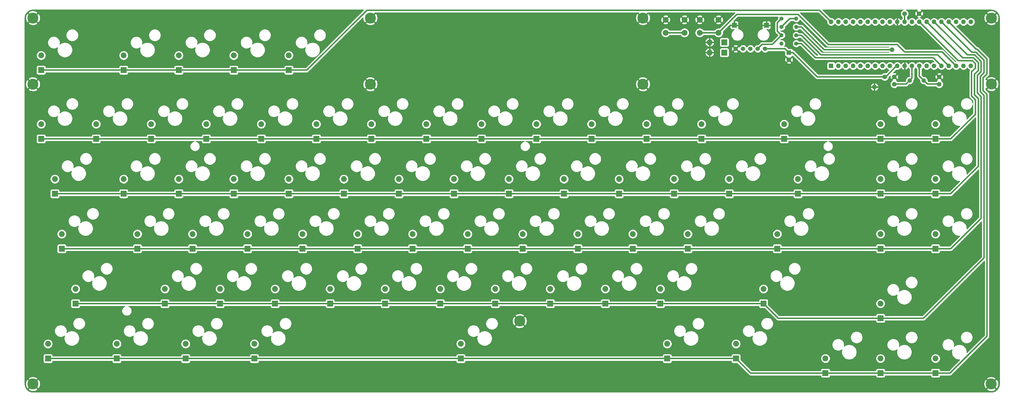
<source format=gbr>
%TF.GenerationSoftware,KiCad,Pcbnew,5.1.8*%
%TF.CreationDate,2021-03-07T21:10:39-03:00*%
%TF.ProjectId,undiscipline-noled,756e6469-7363-4697-906c-696e652d6e6f,rev?*%
%TF.SameCoordinates,Original*%
%TF.FileFunction,Copper,L1,Top*%
%TF.FilePolarity,Positive*%
%FSLAX46Y46*%
G04 Gerber Fmt 4.6, Leading zero omitted, Abs format (unit mm)*
G04 Created by KiCad (PCBNEW 5.1.8) date 2021-03-07 21:10:39*
%MOMM*%
%LPD*%
G01*
G04 APERTURE LIST*
%TA.AperFunction,ConnectorPad*%
%ADD10C,3.800000*%
%TD*%
%TA.AperFunction,ComponentPad*%
%ADD11C,2.600000*%
%TD*%
%TA.AperFunction,ComponentPad*%
%ADD12O,1.400000X1.400000*%
%TD*%
%TA.AperFunction,ComponentPad*%
%ADD13C,1.400000*%
%TD*%
%TA.AperFunction,ComponentPad*%
%ADD14O,1.600000X1.600000*%
%TD*%
%TA.AperFunction,ComponentPad*%
%ADD15R,1.600000X1.600000*%
%TD*%
%TA.AperFunction,ComponentPad*%
%ADD16R,1.700000X1.700000*%
%TD*%
%TA.AperFunction,ComponentPad*%
%ADD17C,1.524000*%
%TD*%
%TA.AperFunction,ComponentPad*%
%ADD18C,1.500000*%
%TD*%
%TA.AperFunction,ComponentPad*%
%ADD19O,2.000000X2.000000*%
%TD*%
%TA.AperFunction,ComponentPad*%
%ADD20R,2.000000X2.000000*%
%TD*%
%TA.AperFunction,ComponentPad*%
%ADD21C,2.000000*%
%TD*%
%TA.AperFunction,ComponentPad*%
%ADD22C,1.600000*%
%TD*%
%TA.AperFunction,ViaPad*%
%ADD23C,1.600000*%
%TD*%
%TA.AperFunction,Conductor*%
%ADD24C,0.500000*%
%TD*%
%TA.AperFunction,Conductor*%
%ADD25C,0.254000*%
%TD*%
%TA.AperFunction,Conductor*%
%ADD26C,0.100000*%
%TD*%
G04 APERTURE END LIST*
D10*
%TO.P,H11,1*%
%TO.N,GND*%
X251546666Y-63230000D03*
D11*
X251546666Y-63230000D03*
%TD*%
D10*
%TO.P,H10,1*%
%TO.N,GND*%
X251546666Y-86125000D03*
D11*
X251546666Y-86125000D03*
%TD*%
D12*
%TO.P,R4,2*%
%TO.N,+5V*%
X304480000Y-63453000D03*
D13*
%TO.P,R4,1*%
%TO.N,Net-(D77-Pad1)*%
X299400000Y-63453000D03*
%TD*%
D10*
%TO.P,H9,1*%
%TO.N,GND*%
X209000000Y-168000000D03*
D11*
X209000000Y-168000000D03*
%TD*%
D10*
%TO.P,H8,1*%
%TO.N,GND*%
X371770000Y-189770000D03*
D11*
X371770000Y-189770000D03*
%TD*%
D10*
%TO.P,H7,1*%
%TO.N,GND*%
X157453333Y-86125000D03*
D11*
X157453333Y-86125000D03*
%TD*%
D10*
%TO.P,H6,1*%
%TO.N,GND*%
X371830000Y-86065000D03*
D11*
X371830000Y-86065000D03*
%TD*%
D10*
%TO.P,H5,1*%
%TO.N,GND*%
X371830000Y-63230000D03*
D11*
X371830000Y-63230000D03*
%TD*%
D10*
%TO.P,H4,1*%
%TO.N,GND*%
X40980000Y-86125000D03*
D11*
X40980000Y-86125000D03*
%TD*%
D10*
%TO.P,H3,1*%
%TO.N,GND*%
X157453333Y-63230000D03*
D11*
X157453333Y-63230000D03*
%TD*%
D10*
%TO.P,H2,1*%
%TO.N,GND*%
X40980000Y-63230000D03*
D11*
X40980000Y-63230000D03*
%TD*%
D10*
%TO.P,H1,1*%
%TO.N,GND*%
X40980000Y-189770000D03*
D11*
X40980000Y-189770000D03*
%TD*%
D14*
%TO.P,U1,40*%
%TO.N,row0*%
X316500000Y-64560000D03*
%TO.P,U1,20*%
%TO.N,col15*%
X364760000Y-79800000D03*
%TO.P,U1,39*%
%TO.N,col0*%
X319040000Y-64560000D03*
%TO.P,U1,19*%
%TO.N,col14*%
X362220000Y-79800000D03*
%TO.P,U1,38*%
%TO.N,col1*%
X321580000Y-64560000D03*
%TO.P,U1,18*%
%TO.N,boot*%
X359680000Y-79800000D03*
%TO.P,U1,37*%
%TO.N,col2*%
X324120000Y-64560000D03*
%TO.P,U1,17*%
%TO.N,D-*%
X357140000Y-79800000D03*
%TO.P,U1,36*%
%TO.N,col3*%
X326660000Y-64560000D03*
%TO.P,U1,16*%
%TO.N,D+*%
X354600000Y-79800000D03*
%TO.P,U1,35*%
%TO.N,Net-(U1-Pad35)*%
X329200000Y-64560000D03*
%TO.P,U1,15*%
%TO.N,col13*%
X352060000Y-79800000D03*
%TO.P,U1,34*%
%TO.N,Net-(U1-Pad34)*%
X331740000Y-64560000D03*
%TO.P,U1,14*%
%TO.N,col12*%
X349520000Y-79800000D03*
%TO.P,U1,33*%
%TO.N,Net-(U1-Pad33)*%
X334280000Y-64560000D03*
%TO.P,U1,13*%
%TO.N,Net-(C1-Pad1)*%
X346980000Y-79800000D03*
%TO.P,U1,32*%
%TO.N,Net-(U1-Pad32)*%
X336820000Y-64560000D03*
%TO.P,U1,12*%
%TO.N,Net-(C2-Pad1)*%
X344440000Y-79800000D03*
%TO.P,U1,31*%
%TO.N,GND*%
X339360000Y-64560000D03*
%TO.P,U1,11*%
X341900000Y-79800000D03*
%TO.P,U1,30*%
%TO.N,+5V*%
X341900000Y-64560000D03*
%TO.P,U1,10*%
X339360000Y-79800000D03*
%TO.P,U1,29*%
%TO.N,Net-(U1-Pad29)*%
X344440000Y-64560000D03*
%TO.P,U1,9*%
%TO.N,reset*%
X336820000Y-79800000D03*
%TO.P,U1,28*%
%TO.N,row1*%
X346980000Y-64560000D03*
%TO.P,U1,8*%
%TO.N,col11*%
X334280000Y-79800000D03*
%TO.P,U1,27*%
%TO.N,row2*%
X349520000Y-64560000D03*
%TO.P,U1,7*%
%TO.N,col10*%
X331740000Y-79800000D03*
%TO.P,U1,26*%
%TO.N,row3*%
X352060000Y-64560000D03*
%TO.P,U1,6*%
%TO.N,col9*%
X329200000Y-79800000D03*
%TO.P,U1,25*%
%TO.N,row4*%
X354600000Y-64560000D03*
%TO.P,U1,5*%
%TO.N,col8*%
X326660000Y-79800000D03*
%TO.P,U1,24*%
%TO.N,row5*%
X357140000Y-64560000D03*
%TO.P,U1,4*%
%TO.N,col7*%
X324120000Y-79800000D03*
%TO.P,U1,23*%
%TO.N,Net-(U1-Pad23)*%
X359680000Y-64560000D03*
%TO.P,U1,3*%
%TO.N,col6*%
X321580000Y-79800000D03*
%TO.P,U1,22*%
%TO.N,Net-(U1-Pad22)*%
X362220000Y-64560000D03*
%TO.P,U1,2*%
%TO.N,col5*%
X319040000Y-79800000D03*
%TO.P,U1,21*%
%TO.N,Net-(U1-Pad21)*%
X364760000Y-64560000D03*
D15*
%TO.P,U1,1*%
%TO.N,col4*%
X316500000Y-79800000D03*
%TD*%
D16*
%TO.P,J2,6*%
%TO.N,GND*%
X294200000Y-65730000D03*
X283100000Y-65730000D03*
D17*
%TO.P,J2,1*%
%TO.N,+5V*%
X293730000Y-73860000D03*
%TO.P,J2,2*%
%TO.N,Net-(D77-Pad1)*%
X291190000Y-73860000D03*
%TO.P,J2,3*%
%TO.N,Net-(D76-Pad1)*%
X288650000Y-73860000D03*
%TO.P,J2,4*%
%TO.N,Net-(J2-Pad4)*%
X286110000Y-73860000D03*
%TO.P,J2,5*%
%TO.N,GND*%
X283570000Y-73860000D03*
%TD*%
D18*
%TO.P,Y1,2*%
%TO.N,Net-(C2-Pad1)*%
X343620000Y-84856000D03*
%TO.P,Y1,1*%
%TO.N,Net-(C1-Pad1)*%
X348500000Y-84856000D03*
%TD*%
D19*
%TO.P,D5,2*%
%TO.N,Net-(D5-Pad2)*%
X129300000Y-76170000D03*
D20*
%TO.P,D5,1*%
%TO.N,row0*%
X129300000Y-81250000D03*
%TD*%
D19*
%TO.P,D4,2*%
%TO.N,Net-(D4-Pad2)*%
X110300000Y-76170000D03*
D20*
%TO.P,D4,1*%
%TO.N,row0*%
X110300000Y-81250000D03*
%TD*%
D19*
%TO.P,D3,2*%
%TO.N,Net-(D3-Pad2)*%
X91300000Y-76170000D03*
D20*
%TO.P,D3,1*%
%TO.N,row0*%
X91300000Y-81250000D03*
%TD*%
D19*
%TO.P,D2,2*%
%TO.N,Net-(D2-Pad2)*%
X72300000Y-76170000D03*
D20*
%TO.P,D2,1*%
%TO.N,row0*%
X72300000Y-81250000D03*
%TD*%
D19*
%TO.P,D1,2*%
%TO.N,Net-(D1-Pad2)*%
X43800000Y-76170000D03*
D20*
%TO.P,D1,1*%
%TO.N,row0*%
X43800000Y-81250000D03*
%TD*%
D19*
%TO.P,D75,2*%
%TO.N,Net-(D75-Pad2)*%
X352550000Y-180970000D03*
D20*
%TO.P,D75,1*%
%TO.N,row5*%
X352550000Y-186050000D03*
%TD*%
D19*
%TO.P,D74,2*%
%TO.N,Net-(D74-Pad2)*%
X333550000Y-180970000D03*
D20*
%TO.P,D74,1*%
%TO.N,row5*%
X333550000Y-186050000D03*
%TD*%
D19*
%TO.P,D73,2*%
%TO.N,Net-(D73-Pad2)*%
X314550000Y-180970000D03*
D20*
%TO.P,D73,1*%
%TO.N,row5*%
X314550000Y-186050000D03*
%TD*%
D19*
%TO.P,D72,2*%
%TO.N,Net-(D72-Pad2)*%
X283675000Y-175920000D03*
D20*
%TO.P,D72,1*%
%TO.N,row5*%
X283675000Y-181000000D03*
%TD*%
D19*
%TO.P,D71,2*%
%TO.N,Net-(D71-Pad2)*%
X259925000Y-175920000D03*
D20*
%TO.P,D71,1*%
%TO.N,row5*%
X259925000Y-181000000D03*
%TD*%
D19*
%TO.P,D70,2*%
%TO.N,Net-(D70-Pad2)*%
X188675000Y-175920000D03*
D20*
%TO.P,D70,1*%
%TO.N,row5*%
X188675000Y-181000000D03*
%TD*%
D19*
%TO.P,D69,2*%
%TO.N,Net-(D69-Pad2)*%
X117425000Y-175920000D03*
D20*
%TO.P,D69,1*%
%TO.N,row5*%
X117425000Y-181000000D03*
%TD*%
D19*
%TO.P,D68,2*%
%TO.N,Net-(D68-Pad2)*%
X93675000Y-175920000D03*
D20*
%TO.P,D68,1*%
%TO.N,row5*%
X93675000Y-181000000D03*
%TD*%
D19*
%TO.P,D67,2*%
%TO.N,Net-(D67-Pad2)*%
X69925000Y-175920000D03*
D20*
%TO.P,D67,1*%
%TO.N,row5*%
X69925000Y-181000000D03*
%TD*%
D19*
%TO.P,D66,2*%
%TO.N,Net-(D66-Pad2)*%
X46175000Y-175920000D03*
D20*
%TO.P,D66,1*%
%TO.N,row5*%
X46175000Y-181000000D03*
%TD*%
D19*
%TO.P,D65,2*%
%TO.N,Net-(D65-Pad2)*%
X333550000Y-161970000D03*
D20*
%TO.P,D65,1*%
%TO.N,row4*%
X333550000Y-167050000D03*
%TD*%
D19*
%TO.P,D64,2*%
%TO.N,Net-(D64-Pad2)*%
X293175000Y-156920000D03*
D20*
%TO.P,D64,1*%
%TO.N,row4*%
X293175000Y-162000000D03*
%TD*%
D19*
%TO.P,D63,2*%
%TO.N,Net-(D63-Pad2)*%
X257550000Y-156920000D03*
D20*
%TO.P,D63,1*%
%TO.N,row4*%
X257550000Y-162000000D03*
%TD*%
D19*
%TO.P,D62,2*%
%TO.N,Net-(D62-Pad2)*%
X238550000Y-156920000D03*
D20*
%TO.P,D62,1*%
%TO.N,row4*%
X238550000Y-162000000D03*
%TD*%
D19*
%TO.P,D61,2*%
%TO.N,Net-(D61-Pad2)*%
X219550000Y-156920000D03*
D20*
%TO.P,D61,1*%
%TO.N,row4*%
X219550000Y-162000000D03*
%TD*%
D19*
%TO.P,D60,2*%
%TO.N,Net-(D60-Pad2)*%
X200550000Y-156920000D03*
D20*
%TO.P,D60,1*%
%TO.N,row4*%
X200550000Y-162000000D03*
%TD*%
D19*
%TO.P,D59,2*%
%TO.N,Net-(D59-Pad2)*%
X181550000Y-156920000D03*
D20*
%TO.P,D59,1*%
%TO.N,row4*%
X181550000Y-162000000D03*
%TD*%
D19*
%TO.P,D58,2*%
%TO.N,Net-(D58-Pad2)*%
X162550000Y-156920000D03*
D20*
%TO.P,D58,1*%
%TO.N,row4*%
X162550000Y-162000000D03*
%TD*%
D19*
%TO.P,D57,2*%
%TO.N,Net-(D57-Pad2)*%
X143550000Y-156920000D03*
D20*
%TO.P,D57,1*%
%TO.N,row4*%
X143550000Y-162000000D03*
%TD*%
D19*
%TO.P,D56,2*%
%TO.N,Net-(D56-Pad2)*%
X124550000Y-156920000D03*
D20*
%TO.P,D56,1*%
%TO.N,row4*%
X124550000Y-162000000D03*
%TD*%
D19*
%TO.P,D55,2*%
%TO.N,Net-(D55-Pad2)*%
X105550000Y-156920000D03*
D20*
%TO.P,D55,1*%
%TO.N,row4*%
X105550000Y-162000000D03*
%TD*%
D19*
%TO.P,D54,2*%
%TO.N,Net-(D54-Pad2)*%
X86550000Y-156920000D03*
D20*
%TO.P,D54,1*%
%TO.N,row4*%
X86550000Y-162000000D03*
%TD*%
D19*
%TO.P,D53,2*%
%TO.N,Net-(D53-Pad2)*%
X55675000Y-156920000D03*
D20*
%TO.P,D53,1*%
%TO.N,row4*%
X55675000Y-162000000D03*
%TD*%
D19*
%TO.P,D52,2*%
%TO.N,Net-(D52-Pad2)*%
X352550000Y-137920000D03*
D20*
%TO.P,D52,1*%
%TO.N,row3*%
X352550000Y-143000000D03*
%TD*%
D19*
%TO.P,D51,2*%
%TO.N,Net-(D51-Pad2)*%
X333550000Y-137920000D03*
D20*
%TO.P,D51,1*%
%TO.N,row3*%
X333550000Y-143000000D03*
%TD*%
D19*
%TO.P,D50,2*%
%TO.N,Net-(D50-Pad2)*%
X297925000Y-137920000D03*
D20*
%TO.P,D50,1*%
%TO.N,row3*%
X297925000Y-143000000D03*
%TD*%
D19*
%TO.P,D49,2*%
%TO.N,Net-(D49-Pad2)*%
X267050000Y-137920000D03*
D20*
%TO.P,D49,1*%
%TO.N,row3*%
X267050000Y-143000000D03*
%TD*%
D19*
%TO.P,D48,2*%
%TO.N,Net-(D48-Pad2)*%
X248050000Y-137920000D03*
D20*
%TO.P,D48,1*%
%TO.N,row3*%
X248050000Y-143000000D03*
%TD*%
D19*
%TO.P,D47,2*%
%TO.N,Net-(D47-Pad2)*%
X229050000Y-137920000D03*
D20*
%TO.P,D47,1*%
%TO.N,row3*%
X229050000Y-143000000D03*
%TD*%
D19*
%TO.P,D46,2*%
%TO.N,Net-(D46-Pad2)*%
X210050000Y-137920000D03*
D20*
%TO.P,D46,1*%
%TO.N,row3*%
X210050000Y-143000000D03*
%TD*%
D19*
%TO.P,D45,2*%
%TO.N,Net-(D45-Pad2)*%
X191050000Y-137920000D03*
D20*
%TO.P,D45,1*%
%TO.N,row3*%
X191050000Y-143000000D03*
%TD*%
D19*
%TO.P,D44,2*%
%TO.N,Net-(D44-Pad2)*%
X172050000Y-137920000D03*
D20*
%TO.P,D44,1*%
%TO.N,row3*%
X172050000Y-143000000D03*
%TD*%
D19*
%TO.P,D43,2*%
%TO.N,Net-(D43-Pad2)*%
X153050000Y-137920000D03*
D20*
%TO.P,D43,1*%
%TO.N,row3*%
X153050000Y-143000000D03*
%TD*%
D19*
%TO.P,D42,2*%
%TO.N,Net-(D42-Pad2)*%
X134050000Y-137920000D03*
D20*
%TO.P,D42,1*%
%TO.N,row3*%
X134050000Y-143000000D03*
%TD*%
D19*
%TO.P,D41,2*%
%TO.N,Net-(D41-Pad2)*%
X115050000Y-137920000D03*
D20*
%TO.P,D41,1*%
%TO.N,row3*%
X115050000Y-143000000D03*
%TD*%
D19*
%TO.P,D40,2*%
%TO.N,Net-(D40-Pad2)*%
X96050000Y-137920000D03*
D20*
%TO.P,D40,1*%
%TO.N,row3*%
X96050000Y-143000000D03*
%TD*%
D19*
%TO.P,D39,2*%
%TO.N,Net-(D39-Pad2)*%
X77050000Y-137920000D03*
D20*
%TO.P,D39,1*%
%TO.N,row3*%
X77050000Y-143000000D03*
%TD*%
D19*
%TO.P,D38,2*%
%TO.N,Net-(D38-Pad2)*%
X50925000Y-137920000D03*
D20*
%TO.P,D38,1*%
%TO.N,row3*%
X50925000Y-143000000D03*
%TD*%
D19*
%TO.P,D37,2*%
%TO.N,Net-(D37-Pad2)*%
X352550000Y-118920000D03*
D20*
%TO.P,D37,1*%
%TO.N,row2*%
X352550000Y-124000000D03*
%TD*%
D19*
%TO.P,D36,2*%
%TO.N,Net-(D36-Pad2)*%
X333550000Y-118920000D03*
D20*
%TO.P,D36,1*%
%TO.N,row2*%
X333550000Y-124000000D03*
%TD*%
D19*
%TO.P,D35,2*%
%TO.N,Net-(D35-Pad2)*%
X305050000Y-118920000D03*
D20*
%TO.P,D35,1*%
%TO.N,row2*%
X305050000Y-124000000D03*
%TD*%
D19*
%TO.P,D34,2*%
%TO.N,Net-(D34-Pad2)*%
X281300000Y-118920000D03*
D20*
%TO.P,D34,1*%
%TO.N,row2*%
X281300000Y-124000000D03*
%TD*%
D19*
%TO.P,D33,2*%
%TO.N,Net-(D33-Pad2)*%
X262300000Y-118920000D03*
D20*
%TO.P,D33,1*%
%TO.N,row2*%
X262300000Y-124000000D03*
%TD*%
D19*
%TO.P,D32,2*%
%TO.N,Net-(D32-Pad2)*%
X243300000Y-118920000D03*
D20*
%TO.P,D32,1*%
%TO.N,row2*%
X243300000Y-124000000D03*
%TD*%
D19*
%TO.P,D31,2*%
%TO.N,Net-(D31-Pad2)*%
X224300000Y-118920000D03*
D20*
%TO.P,D31,1*%
%TO.N,row2*%
X224300000Y-124000000D03*
%TD*%
D19*
%TO.P,D30,2*%
%TO.N,Net-(D30-Pad2)*%
X205300000Y-118920000D03*
D20*
%TO.P,D30,1*%
%TO.N,row2*%
X205300000Y-124000000D03*
%TD*%
D19*
%TO.P,D29,2*%
%TO.N,Net-(D29-Pad2)*%
X186300000Y-118920000D03*
D20*
%TO.P,D29,1*%
%TO.N,row2*%
X186300000Y-124000000D03*
%TD*%
D19*
%TO.P,D28,2*%
%TO.N,Net-(D28-Pad2)*%
X167300000Y-118920000D03*
D20*
%TO.P,D28,1*%
%TO.N,row2*%
X167300000Y-124000000D03*
%TD*%
D19*
%TO.P,D27,2*%
%TO.N,Net-(D27-Pad2)*%
X148300000Y-118920000D03*
D20*
%TO.P,D27,1*%
%TO.N,row2*%
X148300000Y-124000000D03*
%TD*%
D19*
%TO.P,D26,2*%
%TO.N,Net-(D26-Pad2)*%
X129300000Y-118920000D03*
D20*
%TO.P,D26,1*%
%TO.N,row2*%
X129300000Y-124000000D03*
%TD*%
D19*
%TO.P,D25,2*%
%TO.N,Net-(D25-Pad2)*%
X110300000Y-118920000D03*
D20*
%TO.P,D25,1*%
%TO.N,row2*%
X110300000Y-124000000D03*
%TD*%
D19*
%TO.P,D24,2*%
%TO.N,Net-(D24-Pad2)*%
X91300000Y-118920000D03*
D20*
%TO.P,D24,1*%
%TO.N,row2*%
X91300000Y-124000000D03*
%TD*%
D19*
%TO.P,D23,2*%
%TO.N,Net-(D23-Pad2)*%
X72300000Y-118920000D03*
D20*
%TO.P,D23,1*%
%TO.N,row2*%
X72300000Y-124000000D03*
%TD*%
D19*
%TO.P,D22,2*%
%TO.N,Net-(D22-Pad2)*%
X48550000Y-118920000D03*
D20*
%TO.P,D22,1*%
%TO.N,row2*%
X48550000Y-124000000D03*
%TD*%
D19*
%TO.P,D21,2*%
%TO.N,Net-(D21-Pad2)*%
X352550000Y-99920000D03*
D20*
%TO.P,D21,1*%
%TO.N,row1*%
X352550000Y-105000000D03*
%TD*%
D19*
%TO.P,D20,2*%
%TO.N,Net-(D20-Pad2)*%
X333550000Y-99920000D03*
D20*
%TO.P,D20,1*%
%TO.N,row1*%
X333550000Y-105000000D03*
%TD*%
D19*
%TO.P,D19,2*%
%TO.N,Net-(D19-Pad2)*%
X300300000Y-99920000D03*
D20*
%TO.P,D19,1*%
%TO.N,row1*%
X300300000Y-105000000D03*
%TD*%
D19*
%TO.P,D18,2*%
%TO.N,Net-(D18-Pad2)*%
X271800000Y-99920000D03*
D20*
%TO.P,D18,1*%
%TO.N,row1*%
X271800000Y-105000000D03*
%TD*%
D19*
%TO.P,D17,2*%
%TO.N,Net-(D17-Pad2)*%
X252800000Y-99920000D03*
D20*
%TO.P,D17,1*%
%TO.N,row1*%
X252800000Y-105000000D03*
%TD*%
D19*
%TO.P,D16,2*%
%TO.N,Net-(D16-Pad2)*%
X233800000Y-99920000D03*
D20*
%TO.P,D16,1*%
%TO.N,row1*%
X233800000Y-105000000D03*
%TD*%
D19*
%TO.P,D15,2*%
%TO.N,Net-(D15-Pad2)*%
X214800000Y-99920000D03*
D20*
%TO.P,D15,1*%
%TO.N,row1*%
X214800000Y-105000000D03*
%TD*%
D19*
%TO.P,D14,2*%
%TO.N,Net-(D14-Pad2)*%
X195800000Y-99920000D03*
D20*
%TO.P,D14,1*%
%TO.N,row1*%
X195800000Y-105000000D03*
%TD*%
D19*
%TO.P,D13,2*%
%TO.N,Net-(D13-Pad2)*%
X176800000Y-99920000D03*
D20*
%TO.P,D13,1*%
%TO.N,row1*%
X176800000Y-105000000D03*
%TD*%
D19*
%TO.P,D12,2*%
%TO.N,Net-(D12-Pad2)*%
X157800000Y-99920000D03*
D20*
%TO.P,D12,1*%
%TO.N,row1*%
X157800000Y-105000000D03*
%TD*%
D19*
%TO.P,D11,2*%
%TO.N,Net-(D11-Pad2)*%
X138800000Y-99920000D03*
D20*
%TO.P,D11,1*%
%TO.N,row1*%
X138800000Y-105000000D03*
%TD*%
D19*
%TO.P,D10,2*%
%TO.N,Net-(D10-Pad2)*%
X119800000Y-99920000D03*
D20*
%TO.P,D10,1*%
%TO.N,row1*%
X119800000Y-105000000D03*
%TD*%
D19*
%TO.P,D9,2*%
%TO.N,Net-(D9-Pad2)*%
X100800000Y-99920000D03*
D20*
%TO.P,D9,1*%
%TO.N,row1*%
X100800000Y-105000000D03*
%TD*%
D19*
%TO.P,D8,2*%
%TO.N,Net-(D8-Pad2)*%
X81800000Y-99920000D03*
D20*
%TO.P,D8,1*%
%TO.N,row1*%
X81800000Y-105000000D03*
%TD*%
D19*
%TO.P,D7,2*%
%TO.N,Net-(D7-Pad2)*%
X62800000Y-99920000D03*
D20*
%TO.P,D7,1*%
%TO.N,row1*%
X62800000Y-105000000D03*
%TD*%
D19*
%TO.P,D6,2*%
%TO.N,Net-(D6-Pad2)*%
X43800000Y-99920000D03*
D20*
%TO.P,D6,1*%
%TO.N,row1*%
X43800000Y-105000000D03*
%TD*%
D13*
%TO.P,R3,1*%
%TO.N,+5V*%
X299400000Y-66328000D03*
D12*
%TO.P,R3,2*%
%TO.N,reset*%
X304480000Y-66328000D03*
%TD*%
D19*
%TO.P,D77,2*%
%TO.N,GND*%
X274574000Y-75184000D03*
D20*
%TO.P,D77,1*%
%TO.N,Net-(D77-Pad1)*%
X279654000Y-75184000D03*
%TD*%
D19*
%TO.P,D76,2*%
%TO.N,GND*%
X274574000Y-71628000D03*
D20*
%TO.P,D76,1*%
%TO.N,Net-(D76-Pad1)*%
X279654000Y-71628000D03*
%TD*%
D21*
%TO.P,SW_RESET1,1*%
%TO.N,GND*%
X265888000Y-63832000D03*
%TO.P,SW_RESET1,2*%
%TO.N,reset*%
X265888000Y-68332000D03*
%TO.P,SW_RESET1,1*%
%TO.N,GND*%
X259388000Y-63832000D03*
%TO.P,SW_RESET1,2*%
%TO.N,reset*%
X259388000Y-68332000D03*
%TD*%
%TO.P,SW_BOOT1,1*%
%TO.N,GND*%
X277638000Y-63832000D03*
%TO.P,SW_BOOT1,2*%
%TO.N,boot*%
X277638000Y-68332000D03*
%TO.P,SW_BOOT1,1*%
%TO.N,GND*%
X271138000Y-63832000D03*
%TO.P,SW_BOOT1,2*%
%TO.N,boot*%
X271138000Y-68332000D03*
%TD*%
D13*
%TO.P,R2,1*%
%TO.N,D-*%
X304480000Y-69203000D03*
D12*
%TO.P,R2,2*%
%TO.N,Net-(D77-Pad1)*%
X299400000Y-69203000D03*
%TD*%
D13*
%TO.P,R1,1*%
%TO.N,D+*%
X304480000Y-72078000D03*
D12*
%TO.P,R1,2*%
%TO.N,Net-(D76-Pad1)*%
X299400000Y-72078000D03*
%TD*%
D22*
%TO.P,C5,2*%
%TO.N,GND*%
X346884000Y-61722000D03*
%TO.P,C5,1*%
%TO.N,+5V*%
X341884000Y-61722000D03*
%TD*%
%TO.P,C4,2*%
%TO.N,GND*%
X331490466Y-87101534D03*
%TO.P,C4,1*%
%TO.N,+5V*%
X335026000Y-83566000D03*
%TD*%
%TO.P,C3,2*%
%TO.N,GND*%
X301940000Y-77684000D03*
D15*
%TO.P,C3,1*%
%TO.N,+5V*%
X301940000Y-75184000D03*
%TD*%
D22*
%TO.P,C2,2*%
%TO.N,GND*%
X338328000Y-83606000D03*
%TO.P,C2,1*%
%TO.N,Net-(C2-Pad1)*%
X338328000Y-86106000D03*
%TD*%
%TO.P,C1,2*%
%TO.N,GND*%
X353822000Y-83606000D03*
%TO.P,C1,1*%
%TO.N,Net-(C1-Pad1)*%
X353822000Y-86106000D03*
%TD*%
D23*
%TO.N,reset*%
X337566000Y-74168000D03*
%TD*%
D24*
%TO.N,Net-(C1-Pad1)*%
X346980000Y-83336000D02*
X346980000Y-79800000D01*
X349714000Y-86070000D02*
X346980000Y-83336000D01*
X353500000Y-86070000D02*
X349714000Y-86070000D01*
%TO.N,Net-(C2-Pad1)*%
X344440000Y-84036000D02*
X343620000Y-84856000D01*
X344440000Y-79800000D02*
X344440000Y-84036000D01*
X342406000Y-86070000D02*
X343620000Y-84856000D01*
X338364000Y-86070000D02*
X342406000Y-86070000D01*
X338328000Y-86106000D02*
X338364000Y-86070000D01*
%TO.N,+5V*%
X293790000Y-73800000D02*
X293730000Y-73860000D01*
X335594000Y-83566000D02*
X335534000Y-83566000D01*
X335594000Y-83566000D02*
X335026000Y-83566000D01*
X339114002Y-79800000D02*
X339360000Y-79800000D01*
X335348002Y-83566000D02*
X339114002Y-79800000D01*
X335026000Y-83566000D02*
X335348002Y-83566000D01*
X311706000Y-83566000D02*
X335026000Y-83566000D01*
X341900000Y-61738000D02*
X341884000Y-61722000D01*
X341900000Y-64560000D02*
X341900000Y-61738000D01*
X300616000Y-73860000D02*
X301940000Y-75184000D01*
X293730000Y-73860000D02*
X300616000Y-73860000D01*
X303324000Y-75184000D02*
X311706000Y-83566000D01*
X301940000Y-75184000D02*
X303324000Y-75184000D01*
X302275000Y-63453000D02*
X299400000Y-66328000D01*
X304480000Y-63453000D02*
X302275000Y-63453000D01*
%TO.N,row0*%
X43800000Y-81250000D02*
X72300000Y-81250000D01*
X72300000Y-81250000D02*
X91300000Y-81250000D01*
X110300000Y-81250000D02*
X91300000Y-81250000D01*
X110300000Y-81250000D02*
X129300000Y-81250000D01*
X312465010Y-60525010D02*
X316500000Y-64560000D01*
X156236321Y-60525010D02*
X312465010Y-60525010D01*
X135511331Y-81250000D02*
X156236321Y-60525010D01*
X129300000Y-81250000D02*
X135511331Y-81250000D01*
%TO.N,row1*%
X43800000Y-105000000D02*
X62800000Y-105000000D01*
X62800000Y-105000000D02*
X81800000Y-105000000D01*
X81800000Y-105000000D02*
X100800000Y-105000000D01*
X119800000Y-105000000D02*
X100800000Y-105000000D01*
X119800000Y-105000000D02*
X138800000Y-105000000D01*
X157800000Y-105000000D02*
X138800000Y-105000000D01*
X157800000Y-105000000D02*
X176800000Y-105000000D01*
X176800000Y-105000000D02*
X195800000Y-105000000D01*
X195800000Y-105000000D02*
X214800000Y-105000000D01*
X214800000Y-105000000D02*
X233800000Y-105000000D01*
X233800000Y-105000000D02*
X252800000Y-105000000D01*
X252800000Y-105000000D02*
X271800000Y-105000000D01*
X271800000Y-105000000D02*
X300300000Y-105000000D01*
X333550000Y-105000000D02*
X300300000Y-105000000D01*
X333550000Y-105000000D02*
X352550000Y-105000000D01*
X360420000Y-78000000D02*
X346980000Y-64560000D01*
X365254002Y-78000000D02*
X360420000Y-78000000D01*
X366310001Y-79055999D02*
X365254002Y-78000000D01*
X366310001Y-80544001D02*
X366310001Y-79055999D01*
X365000000Y-81854002D02*
X366310001Y-80544001D01*
X365000000Y-90206456D02*
X365000000Y-81854002D01*
X366309999Y-91516455D02*
X365000000Y-90206456D01*
X366309999Y-96510003D02*
X366309999Y-91516455D01*
X357820002Y-105000000D02*
X366309999Y-96510003D01*
X352550000Y-105000000D02*
X357820002Y-105000000D01*
%TO.N,row2*%
X352550000Y-124000000D02*
X333550000Y-124000000D01*
X333550000Y-124000000D02*
X305050000Y-124000000D01*
X305050000Y-124000000D02*
X281300000Y-124000000D01*
X281300000Y-124000000D02*
X262300000Y-124000000D01*
X262300000Y-124000000D02*
X243300000Y-124000000D01*
X243300000Y-124000000D02*
X224300000Y-124000000D01*
X224300000Y-124000000D02*
X205300000Y-124000000D01*
X205300000Y-124000000D02*
X186300000Y-124000000D01*
X186300000Y-124000000D02*
X167300000Y-124000000D01*
X167300000Y-124000000D02*
X148300000Y-124000000D01*
X148300000Y-124000000D02*
X129300000Y-124000000D01*
X129300000Y-124000000D02*
X110300000Y-124000000D01*
X110300000Y-124000000D02*
X91300000Y-124000000D01*
X91300000Y-124000000D02*
X72300000Y-124000000D01*
X72300000Y-124000000D02*
X48550000Y-124000000D01*
X352598000Y-123952000D02*
X352550000Y-124000000D01*
X361960000Y-77000000D02*
X349520000Y-64560000D01*
X365668229Y-77000000D02*
X361960000Y-77000000D01*
X367310010Y-78641781D02*
X365668229Y-77000000D01*
X366000000Y-82673772D02*
X367310010Y-81363762D01*
X366000000Y-89792228D02*
X366000000Y-82673772D01*
X367310010Y-91102238D02*
X366000000Y-89792228D01*
X367310010Y-114509992D02*
X367310010Y-91102238D01*
X357820002Y-124000000D02*
X367310010Y-114509992D01*
X367310010Y-81363762D02*
X367310010Y-78641781D01*
X352550000Y-124000000D02*
X357820002Y-124000000D01*
%TO.N,row3*%
X352550000Y-143000000D02*
X333550000Y-143000000D01*
X333550000Y-143000000D02*
X297925000Y-143000000D01*
X297925000Y-143000000D02*
X267050000Y-143000000D01*
X267050000Y-143000000D02*
X248050000Y-143000000D01*
X248050000Y-143000000D02*
X229050000Y-143000000D01*
X229050000Y-143000000D02*
X210050000Y-143000000D01*
X210050000Y-143000000D02*
X191050000Y-143000000D01*
X191050000Y-143000000D02*
X172050000Y-143000000D01*
X172050000Y-143000000D02*
X153050000Y-143000000D01*
X153050000Y-143000000D02*
X134050000Y-143000000D01*
X134050000Y-143000000D02*
X115050000Y-143000000D01*
X115050000Y-143000000D02*
X96050000Y-143000000D01*
X96050000Y-143000000D02*
X77050000Y-143000000D01*
X77050000Y-143000000D02*
X50925000Y-143000000D01*
X368310021Y-132509981D02*
X357820002Y-143000000D01*
X368310021Y-90434021D02*
X368310021Y-132509981D01*
X367000000Y-89124000D02*
X368310021Y-90434021D01*
X367000000Y-83088000D02*
X367000000Y-89124000D01*
X368310021Y-81777979D02*
X367000000Y-83088000D01*
X363500000Y-76000000D02*
X366082455Y-76000000D01*
X357820002Y-143000000D02*
X352550000Y-143000000D01*
X368310021Y-78227566D02*
X368310021Y-81777979D01*
X366082455Y-76000000D02*
X368310021Y-78227566D01*
X352060000Y-64560000D02*
X363500000Y-76000000D01*
%TO.N,row4*%
X293175000Y-162000000D02*
X257550000Y-162000000D01*
X257550000Y-162000000D02*
X238550000Y-162000000D01*
X238550000Y-162000000D02*
X219550000Y-162000000D01*
X219550000Y-162000000D02*
X200550000Y-162000000D01*
X181550000Y-162000000D02*
X200550000Y-162000000D01*
X181550000Y-162000000D02*
X162550000Y-162000000D01*
X162550000Y-162000000D02*
X143550000Y-162000000D01*
X143550000Y-162000000D02*
X124550000Y-162000000D01*
X124550000Y-162000000D02*
X105550000Y-162000000D01*
X105550000Y-162000000D02*
X86550000Y-162000000D01*
X55675000Y-162000000D02*
X86550000Y-162000000D01*
X298225000Y-167050000D02*
X293175000Y-162000000D01*
X333550000Y-167050000D02*
X298225000Y-167050000D01*
X369310031Y-77813349D02*
X366496682Y-75000000D01*
X365040000Y-75000000D02*
X354600000Y-64560000D01*
X368000000Y-88709773D02*
X368000000Y-83502226D01*
X369310031Y-82192195D02*
X369310031Y-77813349D01*
X368000000Y-83502226D02*
X369310031Y-82192195D01*
X369310031Y-146158198D02*
X369310031Y-90019804D01*
X369310031Y-90019804D02*
X368000000Y-88709773D01*
X348418229Y-167050000D02*
X369310031Y-146158198D01*
X366496682Y-75000000D02*
X365040000Y-75000000D01*
X333550000Y-167050000D02*
X348418229Y-167050000D01*
%TO.N,reset*%
X259388000Y-68332000D02*
X265888000Y-68332000D01*
X314098000Y-74168000D02*
X337566000Y-74168000D01*
X306258000Y-66328000D02*
X314098000Y-74168000D01*
X304480000Y-66328000D02*
X306258000Y-66328000D01*
%TO.N,D+*%
X351762000Y-76962000D02*
X354600000Y-79800000D01*
X311142000Y-76962000D02*
X351762000Y-76962000D01*
X306258000Y-72078000D02*
X311142000Y-76962000D01*
X304480000Y-72078000D02*
X306258000Y-72078000D01*
%TO.N,D-*%
X353286000Y-75946000D02*
X357140000Y-79800000D01*
X313001000Y-75946000D02*
X353286000Y-75946000D01*
X306258000Y-69203000D02*
X313001000Y-75946000D01*
X304480000Y-69203000D02*
X306258000Y-69203000D01*
%TO.N,boot*%
X271138000Y-68332000D02*
X277638000Y-68332000D01*
X283994000Y-61976000D02*
X277638000Y-68332000D01*
X305102002Y-61976000D02*
X283994000Y-61976000D01*
X315516002Y-72390000D02*
X305102002Y-61976000D01*
X339344000Y-72390000D02*
X315516002Y-72390000D01*
X354810000Y-74930000D02*
X341884000Y-74930000D01*
X341884000Y-74930000D02*
X339344000Y-72390000D01*
X359680000Y-79800000D02*
X354810000Y-74930000D01*
%TO.N,row5*%
X333550000Y-186050000D02*
X352550000Y-186050000D01*
X333550000Y-186050000D02*
X314550000Y-186050000D01*
X288725000Y-186050000D02*
X283675000Y-181000000D01*
X314550000Y-186050000D02*
X288725000Y-186050000D01*
X283675000Y-181000000D02*
X259925000Y-181000000D01*
X259925000Y-181000000D02*
X188675000Y-181000000D01*
X188675000Y-181000000D02*
X117425000Y-181000000D01*
X117425000Y-181000000D02*
X93675000Y-181000000D01*
X93675000Y-181000000D02*
X69925000Y-181000000D01*
X69925000Y-181000000D02*
X46175000Y-181000000D01*
X366580000Y-74000000D02*
X357140000Y-64560000D01*
X366910909Y-74000000D02*
X366580000Y-74000000D01*
X370310041Y-77399132D02*
X366910909Y-74000000D01*
X370310041Y-82606411D02*
X370310041Y-77399132D01*
X369000000Y-83916452D02*
X370310041Y-82606411D01*
X369000000Y-88295546D02*
X369000000Y-83916452D01*
X370310041Y-89605587D02*
X369000000Y-88295546D01*
X370310041Y-173259961D02*
X370310041Y-89605587D01*
X357520002Y-186050000D02*
X370310041Y-173259961D01*
X352550000Y-186050000D02*
X357520002Y-186050000D01*
%TO.N,Net-(D77-Pad1)*%
X296255001Y-72347999D02*
X299400000Y-69203000D01*
X292702001Y-72347999D02*
X296255001Y-72347999D01*
X291190000Y-73860000D02*
X292702001Y-72347999D01*
X297949999Y-64903001D02*
X299400000Y-63453000D01*
X297949999Y-67752999D02*
X297949999Y-64903001D01*
X299400000Y-69203000D02*
X297949999Y-67752999D01*
%TD*%
D25*
%TO.N,GND*%
X135144753Y-80365000D02*
X130938072Y-80365000D01*
X130938072Y-80250000D01*
X130925812Y-80125518D01*
X130889502Y-80005820D01*
X130830537Y-79895506D01*
X130751185Y-79798815D01*
X130654494Y-79719463D01*
X130544180Y-79660498D01*
X130424482Y-79624188D01*
X130300000Y-79611928D01*
X128300000Y-79611928D01*
X128175518Y-79624188D01*
X128055820Y-79660498D01*
X127945506Y-79719463D01*
X127848815Y-79798815D01*
X127769463Y-79895506D01*
X127710498Y-80005820D01*
X127674188Y-80125518D01*
X127661928Y-80250000D01*
X127661928Y-80365000D01*
X111938072Y-80365000D01*
X111938072Y-80250000D01*
X111925812Y-80125518D01*
X111889502Y-80005820D01*
X111830537Y-79895506D01*
X111751185Y-79798815D01*
X111654494Y-79719463D01*
X111544180Y-79660498D01*
X111424482Y-79624188D01*
X111300000Y-79611928D01*
X109300000Y-79611928D01*
X109175518Y-79624188D01*
X109055820Y-79660498D01*
X108945506Y-79719463D01*
X108848815Y-79798815D01*
X108769463Y-79895506D01*
X108710498Y-80005820D01*
X108674188Y-80125518D01*
X108661928Y-80250000D01*
X108661928Y-80365000D01*
X92938072Y-80365000D01*
X92938072Y-80250000D01*
X92925812Y-80125518D01*
X92889502Y-80005820D01*
X92830537Y-79895506D01*
X92751185Y-79798815D01*
X92654494Y-79719463D01*
X92544180Y-79660498D01*
X92424482Y-79624188D01*
X92300000Y-79611928D01*
X90300000Y-79611928D01*
X90175518Y-79624188D01*
X90055820Y-79660498D01*
X89945506Y-79719463D01*
X89848815Y-79798815D01*
X89769463Y-79895506D01*
X89710498Y-80005820D01*
X89674188Y-80125518D01*
X89661928Y-80250000D01*
X89661928Y-80365000D01*
X73938072Y-80365000D01*
X73938072Y-80250000D01*
X73925812Y-80125518D01*
X73889502Y-80005820D01*
X73830537Y-79895506D01*
X73751185Y-79798815D01*
X73654494Y-79719463D01*
X73544180Y-79660498D01*
X73424482Y-79624188D01*
X73300000Y-79611928D01*
X71300000Y-79611928D01*
X71175518Y-79624188D01*
X71055820Y-79660498D01*
X70945506Y-79719463D01*
X70848815Y-79798815D01*
X70769463Y-79895506D01*
X70710498Y-80005820D01*
X70674188Y-80125518D01*
X70661928Y-80250000D01*
X70661928Y-80365000D01*
X45438072Y-80365000D01*
X45438072Y-80250000D01*
X45425812Y-80125518D01*
X45389502Y-80005820D01*
X45330537Y-79895506D01*
X45251185Y-79798815D01*
X45154494Y-79719463D01*
X45044180Y-79660498D01*
X44924482Y-79624188D01*
X44800000Y-79611928D01*
X42800000Y-79611928D01*
X42675518Y-79624188D01*
X42555820Y-79660498D01*
X42445506Y-79719463D01*
X42348815Y-79798815D01*
X42269463Y-79895506D01*
X42210498Y-80005820D01*
X42174188Y-80125518D01*
X42161928Y-80250000D01*
X42161928Y-82250000D01*
X42174188Y-82374482D01*
X42210498Y-82494180D01*
X42269463Y-82604494D01*
X42348815Y-82701185D01*
X42445506Y-82780537D01*
X42555820Y-82839502D01*
X42675518Y-82875812D01*
X42800000Y-82888072D01*
X44800000Y-82888072D01*
X44924482Y-82875812D01*
X45044180Y-82839502D01*
X45154494Y-82780537D01*
X45251185Y-82701185D01*
X45330537Y-82604494D01*
X45389502Y-82494180D01*
X45425812Y-82374482D01*
X45438072Y-82250000D01*
X45438072Y-82135000D01*
X70661928Y-82135000D01*
X70661928Y-82250000D01*
X70674188Y-82374482D01*
X70710498Y-82494180D01*
X70769463Y-82604494D01*
X70848815Y-82701185D01*
X70945506Y-82780537D01*
X71055820Y-82839502D01*
X71175518Y-82875812D01*
X71300000Y-82888072D01*
X73300000Y-82888072D01*
X73424482Y-82875812D01*
X73544180Y-82839502D01*
X73654494Y-82780537D01*
X73751185Y-82701185D01*
X73830537Y-82604494D01*
X73889502Y-82494180D01*
X73925812Y-82374482D01*
X73938072Y-82250000D01*
X73938072Y-82135000D01*
X89661928Y-82135000D01*
X89661928Y-82250000D01*
X89674188Y-82374482D01*
X89710498Y-82494180D01*
X89769463Y-82604494D01*
X89848815Y-82701185D01*
X89945506Y-82780537D01*
X90055820Y-82839502D01*
X90175518Y-82875812D01*
X90300000Y-82888072D01*
X92300000Y-82888072D01*
X92424482Y-82875812D01*
X92544180Y-82839502D01*
X92654494Y-82780537D01*
X92751185Y-82701185D01*
X92830537Y-82604494D01*
X92889502Y-82494180D01*
X92925812Y-82374482D01*
X92938072Y-82250000D01*
X92938072Y-82135000D01*
X108661928Y-82135000D01*
X108661928Y-82250000D01*
X108674188Y-82374482D01*
X108710498Y-82494180D01*
X108769463Y-82604494D01*
X108848815Y-82701185D01*
X108945506Y-82780537D01*
X109055820Y-82839502D01*
X109175518Y-82875812D01*
X109300000Y-82888072D01*
X111300000Y-82888072D01*
X111424482Y-82875812D01*
X111544180Y-82839502D01*
X111654494Y-82780537D01*
X111751185Y-82701185D01*
X111830537Y-82604494D01*
X111889502Y-82494180D01*
X111925812Y-82374482D01*
X111938072Y-82250000D01*
X111938072Y-82135000D01*
X127661928Y-82135000D01*
X127661928Y-82250000D01*
X127674188Y-82374482D01*
X127710498Y-82494180D01*
X127769463Y-82604494D01*
X127848815Y-82701185D01*
X127945506Y-82780537D01*
X128055820Y-82839502D01*
X128175518Y-82875812D01*
X128300000Y-82888072D01*
X130300000Y-82888072D01*
X130424482Y-82875812D01*
X130544180Y-82839502D01*
X130654494Y-82780537D01*
X130751185Y-82701185D01*
X130830537Y-82604494D01*
X130889502Y-82494180D01*
X130925812Y-82374482D01*
X130938072Y-82250000D01*
X130938072Y-82135000D01*
X135467862Y-82135000D01*
X135511331Y-82139281D01*
X135554800Y-82135000D01*
X135554808Y-82135000D01*
X135684821Y-82122195D01*
X135851644Y-82071589D01*
X136005390Y-81989411D01*
X136140148Y-81878817D01*
X136167865Y-81845044D01*
X139336207Y-78676702D01*
X301126903Y-78676702D01*
X301198486Y-78920671D01*
X301453996Y-79041571D01*
X301728184Y-79110300D01*
X302010512Y-79124217D01*
X302290130Y-79082787D01*
X302556292Y-78987603D01*
X302681514Y-78920671D01*
X302753097Y-78676702D01*
X301940000Y-77863605D01*
X301126903Y-78676702D01*
X139336207Y-78676702D01*
X140258397Y-77754512D01*
X300499783Y-77754512D01*
X300541213Y-78034130D01*
X300636397Y-78300292D01*
X300703329Y-78425514D01*
X300947298Y-78497097D01*
X301760395Y-77684000D01*
X302119605Y-77684000D01*
X302932702Y-78497097D01*
X303176671Y-78425514D01*
X303297571Y-78170004D01*
X303366300Y-77895816D01*
X303380217Y-77613488D01*
X303338787Y-77333870D01*
X303243603Y-77067708D01*
X303176671Y-76942486D01*
X302932702Y-76870903D01*
X302119605Y-77684000D01*
X301760395Y-77684000D01*
X300947298Y-76870903D01*
X300703329Y-76942486D01*
X300582429Y-77197996D01*
X300513700Y-77472184D01*
X300499783Y-77754512D01*
X140258397Y-77754512D01*
X142448475Y-75564434D01*
X272983876Y-75564434D01*
X273040498Y-75751107D01*
X273180601Y-76039382D01*
X273374252Y-76294785D01*
X273614008Y-76507501D01*
X273890656Y-76669356D01*
X274193565Y-76774129D01*
X274447000Y-76655315D01*
X274447000Y-75311000D01*
X274701000Y-75311000D01*
X274701000Y-76655315D01*
X274954435Y-76774129D01*
X275257344Y-76669356D01*
X275533992Y-76507501D01*
X275773748Y-76294785D01*
X275967399Y-76039382D01*
X276107502Y-75751107D01*
X276164124Y-75564434D01*
X276044777Y-75311000D01*
X274701000Y-75311000D01*
X274447000Y-75311000D01*
X273103223Y-75311000D01*
X272983876Y-75564434D01*
X142448475Y-75564434D01*
X143209343Y-74803566D01*
X272983876Y-74803566D01*
X273103223Y-75057000D01*
X274447000Y-75057000D01*
X274447000Y-73712685D01*
X274701000Y-73712685D01*
X274701000Y-75057000D01*
X276044777Y-75057000D01*
X276164124Y-74803566D01*
X276107502Y-74616893D01*
X275967399Y-74328618D01*
X275857748Y-74184000D01*
X278015928Y-74184000D01*
X278015928Y-76184000D01*
X278028188Y-76308482D01*
X278064498Y-76428180D01*
X278123463Y-76538494D01*
X278202815Y-76635185D01*
X278299506Y-76714537D01*
X278409820Y-76773502D01*
X278529518Y-76809812D01*
X278654000Y-76822072D01*
X280654000Y-76822072D01*
X280778482Y-76809812D01*
X280898180Y-76773502D01*
X281008494Y-76714537D01*
X281105185Y-76635185D01*
X281184537Y-76538494D01*
X281243502Y-76428180D01*
X281279812Y-76308482D01*
X281292072Y-76184000D01*
X281292072Y-74825565D01*
X282784040Y-74825565D01*
X282851020Y-75065656D01*
X283100048Y-75182756D01*
X283367135Y-75249023D01*
X283642017Y-75261910D01*
X283914133Y-75220922D01*
X284173023Y-75127636D01*
X284288980Y-75065656D01*
X284355960Y-74825565D01*
X283570000Y-74039605D01*
X282784040Y-74825565D01*
X281292072Y-74825565D01*
X281292072Y-74184000D01*
X281279812Y-74059518D01*
X281243502Y-73939820D01*
X281239332Y-73932017D01*
X282168090Y-73932017D01*
X282209078Y-74204133D01*
X282302364Y-74463023D01*
X282364344Y-74578980D01*
X282604435Y-74645960D01*
X283390395Y-73860000D01*
X282604435Y-73074040D01*
X282364344Y-73141020D01*
X282247244Y-73390048D01*
X282180977Y-73657135D01*
X282168090Y-73932017D01*
X281239332Y-73932017D01*
X281184537Y-73829506D01*
X281105185Y-73732815D01*
X281008494Y-73653463D01*
X280898180Y-73594498D01*
X280778482Y-73558188D01*
X280654000Y-73545928D01*
X278654000Y-73545928D01*
X278529518Y-73558188D01*
X278409820Y-73594498D01*
X278299506Y-73653463D01*
X278202815Y-73732815D01*
X278123463Y-73829506D01*
X278064498Y-73939820D01*
X278028188Y-74059518D01*
X278015928Y-74184000D01*
X275857748Y-74184000D01*
X275773748Y-74073215D01*
X275533992Y-73860499D01*
X275257344Y-73698644D01*
X274954435Y-73593871D01*
X274701000Y-73712685D01*
X274447000Y-73712685D01*
X274193565Y-73593871D01*
X273890656Y-73698644D01*
X273614008Y-73860499D01*
X273374252Y-74073215D01*
X273180601Y-74328618D01*
X273040498Y-74616893D01*
X272983876Y-74803566D01*
X143209343Y-74803566D01*
X146004475Y-72008434D01*
X272983876Y-72008434D01*
X273040498Y-72195107D01*
X273180601Y-72483382D01*
X273374252Y-72738785D01*
X273614008Y-72951501D01*
X273890656Y-73113356D01*
X274193565Y-73218129D01*
X274447000Y-73099315D01*
X274447000Y-71755000D01*
X274701000Y-71755000D01*
X274701000Y-73099315D01*
X274954435Y-73218129D01*
X275257344Y-73113356D01*
X275533992Y-72951501D01*
X275773748Y-72738785D01*
X275967399Y-72483382D01*
X276107502Y-72195107D01*
X276164124Y-72008434D01*
X276044777Y-71755000D01*
X274701000Y-71755000D01*
X274447000Y-71755000D01*
X273103223Y-71755000D01*
X272983876Y-72008434D01*
X146004475Y-72008434D01*
X146765343Y-71247566D01*
X272983876Y-71247566D01*
X273103223Y-71501000D01*
X274447000Y-71501000D01*
X274447000Y-70156685D01*
X274701000Y-70156685D01*
X274701000Y-71501000D01*
X276044777Y-71501000D01*
X276164124Y-71247566D01*
X276107502Y-71060893D01*
X275967399Y-70772618D01*
X275857748Y-70628000D01*
X278015928Y-70628000D01*
X278015928Y-72628000D01*
X278028188Y-72752482D01*
X278064498Y-72872180D01*
X278123463Y-72982494D01*
X278202815Y-73079185D01*
X278299506Y-73158537D01*
X278409820Y-73217502D01*
X278529518Y-73253812D01*
X278654000Y-73266072D01*
X280654000Y-73266072D01*
X280778482Y-73253812D01*
X280898180Y-73217502D01*
X281008494Y-73158537D01*
X281105185Y-73079185D01*
X281184537Y-72982494D01*
X281231606Y-72894435D01*
X282784040Y-72894435D01*
X283570000Y-73680395D01*
X284355960Y-72894435D01*
X284288980Y-72654344D01*
X284039952Y-72537244D01*
X283772865Y-72470977D01*
X283497983Y-72458090D01*
X283225867Y-72499078D01*
X282966977Y-72592364D01*
X282851020Y-72654344D01*
X282784040Y-72894435D01*
X281231606Y-72894435D01*
X281243502Y-72872180D01*
X281279812Y-72752482D01*
X281292072Y-72628000D01*
X281292072Y-70628000D01*
X281279812Y-70503518D01*
X281243502Y-70383820D01*
X281184537Y-70273506D01*
X281105185Y-70176815D01*
X281008494Y-70097463D01*
X280898180Y-70038498D01*
X280778482Y-70002188D01*
X280654000Y-69989928D01*
X278654000Y-69989928D01*
X278529518Y-70002188D01*
X278409820Y-70038498D01*
X278299506Y-70097463D01*
X278202815Y-70176815D01*
X278123463Y-70273506D01*
X278064498Y-70383820D01*
X278028188Y-70503518D01*
X278015928Y-70628000D01*
X275857748Y-70628000D01*
X275773748Y-70517215D01*
X275533992Y-70304499D01*
X275257344Y-70142644D01*
X274954435Y-70037871D01*
X274701000Y-70156685D01*
X274447000Y-70156685D01*
X274193565Y-70037871D01*
X273890656Y-70142644D01*
X273614008Y-70304499D01*
X273374252Y-70517215D01*
X273180601Y-70772618D01*
X273040498Y-71060893D01*
X272983876Y-71247566D01*
X146765343Y-71247566D01*
X149841942Y-68170967D01*
X257753000Y-68170967D01*
X257753000Y-68493033D01*
X257815832Y-68808912D01*
X257939082Y-69106463D01*
X258118013Y-69374252D01*
X258345748Y-69601987D01*
X258613537Y-69780918D01*
X258911088Y-69904168D01*
X259226967Y-69967000D01*
X259549033Y-69967000D01*
X259864912Y-69904168D01*
X260162463Y-69780918D01*
X260430252Y-69601987D01*
X260657987Y-69374252D01*
X260763059Y-69217000D01*
X264512941Y-69217000D01*
X264618013Y-69374252D01*
X264845748Y-69601987D01*
X265113537Y-69780918D01*
X265411088Y-69904168D01*
X265726967Y-69967000D01*
X266049033Y-69967000D01*
X266364912Y-69904168D01*
X266662463Y-69780918D01*
X266930252Y-69601987D01*
X267157987Y-69374252D01*
X267336918Y-69106463D01*
X267460168Y-68808912D01*
X267523000Y-68493033D01*
X267523000Y-68170967D01*
X267460168Y-67855088D01*
X267336918Y-67557537D01*
X267157987Y-67289748D01*
X266930252Y-67062013D01*
X266662463Y-66883082D01*
X266364912Y-66759832D01*
X266049033Y-66697000D01*
X265726967Y-66697000D01*
X265411088Y-66759832D01*
X265113537Y-66883082D01*
X264845748Y-67062013D01*
X264618013Y-67289748D01*
X264512941Y-67447000D01*
X260763059Y-67447000D01*
X260657987Y-67289748D01*
X260430252Y-67062013D01*
X260162463Y-66883082D01*
X259864912Y-66759832D01*
X259549033Y-66697000D01*
X259226967Y-66697000D01*
X258911088Y-66759832D01*
X258613537Y-66883082D01*
X258345748Y-67062013D01*
X258118013Y-67289748D01*
X257939082Y-67557537D01*
X257815832Y-67855088D01*
X257753000Y-68170967D01*
X149841942Y-68170967D01*
X153006560Y-65006349D01*
X155856589Y-65006349D01*
X156060695Y-65362867D01*
X156503556Y-65593575D01*
X156982916Y-65733452D01*
X157480354Y-65777123D01*
X157976755Y-65722909D01*
X158453040Y-65572894D01*
X158845971Y-65362867D01*
X159050077Y-65006349D01*
X249949922Y-65006349D01*
X250154028Y-65362867D01*
X250596889Y-65593575D01*
X251076249Y-65733452D01*
X251573687Y-65777123D01*
X252070088Y-65722909D01*
X252546373Y-65572894D01*
X252939304Y-65362867D01*
X253143410Y-65006349D01*
X253104474Y-64967413D01*
X258432192Y-64967413D01*
X258527956Y-65231814D01*
X258817571Y-65372704D01*
X259129108Y-65454384D01*
X259450595Y-65473718D01*
X259769675Y-65429961D01*
X260074088Y-65324795D01*
X260248044Y-65231814D01*
X260343808Y-64967413D01*
X264932192Y-64967413D01*
X265027956Y-65231814D01*
X265317571Y-65372704D01*
X265629108Y-65454384D01*
X265950595Y-65473718D01*
X266269675Y-65429961D01*
X266574088Y-65324795D01*
X266748044Y-65231814D01*
X266843808Y-64967413D01*
X270182192Y-64967413D01*
X270277956Y-65231814D01*
X270567571Y-65372704D01*
X270879108Y-65454384D01*
X271200595Y-65473718D01*
X271519675Y-65429961D01*
X271824088Y-65324795D01*
X271998044Y-65231814D01*
X272093808Y-64967413D01*
X276682192Y-64967413D01*
X276777956Y-65231814D01*
X277067571Y-65372704D01*
X277379108Y-65454384D01*
X277700595Y-65473718D01*
X278019675Y-65429961D01*
X278324088Y-65324795D01*
X278498044Y-65231814D01*
X278593808Y-64967413D01*
X277638000Y-64011605D01*
X276682192Y-64967413D01*
X272093808Y-64967413D01*
X271138000Y-64011605D01*
X270182192Y-64967413D01*
X266843808Y-64967413D01*
X265888000Y-64011605D01*
X264932192Y-64967413D01*
X260343808Y-64967413D01*
X259388000Y-64011605D01*
X258432192Y-64967413D01*
X253104474Y-64967413D01*
X251546666Y-63409605D01*
X249949922Y-65006349D01*
X159050077Y-65006349D01*
X157453333Y-63409605D01*
X155856589Y-65006349D01*
X153006560Y-65006349D01*
X154920677Y-63092233D01*
X154906210Y-63257021D01*
X154960424Y-63753422D01*
X155110439Y-64229707D01*
X155320466Y-64622638D01*
X155676984Y-64826744D01*
X157273728Y-63230000D01*
X157632938Y-63230000D01*
X159229682Y-64826744D01*
X159586200Y-64622638D01*
X159816908Y-64179777D01*
X159956785Y-63700417D01*
X159995711Y-63257021D01*
X248999543Y-63257021D01*
X249053757Y-63753422D01*
X249203772Y-64229707D01*
X249413799Y-64622638D01*
X249770317Y-64826744D01*
X251367061Y-63230000D01*
X251726271Y-63230000D01*
X253323015Y-64826744D01*
X253679533Y-64622638D01*
X253910241Y-64179777D01*
X253993456Y-63894595D01*
X257746282Y-63894595D01*
X257790039Y-64213675D01*
X257895205Y-64518088D01*
X257988186Y-64692044D01*
X258252587Y-64787808D01*
X259208395Y-63832000D01*
X259567605Y-63832000D01*
X260523413Y-64787808D01*
X260787814Y-64692044D01*
X260928704Y-64402429D01*
X261010384Y-64090892D01*
X261022189Y-63894595D01*
X264246282Y-63894595D01*
X264290039Y-64213675D01*
X264395205Y-64518088D01*
X264488186Y-64692044D01*
X264752587Y-64787808D01*
X265708395Y-63832000D01*
X266067605Y-63832000D01*
X267023413Y-64787808D01*
X267287814Y-64692044D01*
X267428704Y-64402429D01*
X267510384Y-64090892D01*
X267522189Y-63894595D01*
X269496282Y-63894595D01*
X269540039Y-64213675D01*
X269645205Y-64518088D01*
X269738186Y-64692044D01*
X270002587Y-64787808D01*
X270958395Y-63832000D01*
X271317605Y-63832000D01*
X272273413Y-64787808D01*
X272537814Y-64692044D01*
X272678704Y-64402429D01*
X272760384Y-64090892D01*
X272772189Y-63894595D01*
X275996282Y-63894595D01*
X276040039Y-64213675D01*
X276145205Y-64518088D01*
X276238186Y-64692044D01*
X276502587Y-64787808D01*
X277458395Y-63832000D01*
X277817605Y-63832000D01*
X278773413Y-64787808D01*
X279037814Y-64692044D01*
X279178704Y-64402429D01*
X279260384Y-64090892D01*
X279279718Y-63769405D01*
X279235961Y-63450325D01*
X279130795Y-63145912D01*
X279037814Y-62971956D01*
X278773413Y-62876192D01*
X277817605Y-63832000D01*
X277458395Y-63832000D01*
X276502587Y-62876192D01*
X276238186Y-62971956D01*
X276097296Y-63261571D01*
X276015616Y-63573108D01*
X275996282Y-63894595D01*
X272772189Y-63894595D01*
X272779718Y-63769405D01*
X272735961Y-63450325D01*
X272630795Y-63145912D01*
X272537814Y-62971956D01*
X272273413Y-62876192D01*
X271317605Y-63832000D01*
X270958395Y-63832000D01*
X270002587Y-62876192D01*
X269738186Y-62971956D01*
X269597296Y-63261571D01*
X269515616Y-63573108D01*
X269496282Y-63894595D01*
X267522189Y-63894595D01*
X267529718Y-63769405D01*
X267485961Y-63450325D01*
X267380795Y-63145912D01*
X267287814Y-62971956D01*
X267023413Y-62876192D01*
X266067605Y-63832000D01*
X265708395Y-63832000D01*
X264752587Y-62876192D01*
X264488186Y-62971956D01*
X264347296Y-63261571D01*
X264265616Y-63573108D01*
X264246282Y-63894595D01*
X261022189Y-63894595D01*
X261029718Y-63769405D01*
X260985961Y-63450325D01*
X260880795Y-63145912D01*
X260787814Y-62971956D01*
X260523413Y-62876192D01*
X259567605Y-63832000D01*
X259208395Y-63832000D01*
X258252587Y-62876192D01*
X257988186Y-62971956D01*
X257847296Y-63261571D01*
X257765616Y-63573108D01*
X257746282Y-63894595D01*
X253993456Y-63894595D01*
X254050118Y-63700417D01*
X254093789Y-63202979D01*
X254039575Y-62706578D01*
X254036429Y-62696587D01*
X258432192Y-62696587D01*
X259388000Y-63652395D01*
X260343808Y-62696587D01*
X264932192Y-62696587D01*
X265888000Y-63652395D01*
X266843808Y-62696587D01*
X270182192Y-62696587D01*
X271138000Y-63652395D01*
X272093808Y-62696587D01*
X276682192Y-62696587D01*
X277638000Y-63652395D01*
X278593808Y-62696587D01*
X278498044Y-62432186D01*
X278208429Y-62291296D01*
X277896892Y-62209616D01*
X277575405Y-62190282D01*
X277256325Y-62234039D01*
X276951912Y-62339205D01*
X276777956Y-62432186D01*
X276682192Y-62696587D01*
X272093808Y-62696587D01*
X271998044Y-62432186D01*
X271708429Y-62291296D01*
X271396892Y-62209616D01*
X271075405Y-62190282D01*
X270756325Y-62234039D01*
X270451912Y-62339205D01*
X270277956Y-62432186D01*
X270182192Y-62696587D01*
X266843808Y-62696587D01*
X266748044Y-62432186D01*
X266458429Y-62291296D01*
X266146892Y-62209616D01*
X265825405Y-62190282D01*
X265506325Y-62234039D01*
X265201912Y-62339205D01*
X265027956Y-62432186D01*
X264932192Y-62696587D01*
X260343808Y-62696587D01*
X260248044Y-62432186D01*
X259958429Y-62291296D01*
X259646892Y-62209616D01*
X259325405Y-62190282D01*
X259006325Y-62234039D01*
X258701912Y-62339205D01*
X258527956Y-62432186D01*
X258432192Y-62696587D01*
X254036429Y-62696587D01*
X253889560Y-62230293D01*
X253679533Y-61837362D01*
X253323015Y-61633256D01*
X251726271Y-63230000D01*
X251367061Y-63230000D01*
X249770317Y-61633256D01*
X249413799Y-61837362D01*
X249183091Y-62280223D01*
X249043214Y-62759583D01*
X248999543Y-63257021D01*
X159995711Y-63257021D01*
X160000456Y-63202979D01*
X159946242Y-62706578D01*
X159796227Y-62230293D01*
X159586200Y-61837362D01*
X159229682Y-61633256D01*
X157632938Y-63230000D01*
X157273728Y-63230000D01*
X157259586Y-63215858D01*
X157439191Y-63036253D01*
X157453333Y-63050395D01*
X159050077Y-61453651D01*
X159025093Y-61410010D01*
X249974906Y-61410010D01*
X249949922Y-61453651D01*
X251546666Y-63050395D01*
X253143410Y-61453651D01*
X253118426Y-61410010D01*
X283308411Y-61410010D01*
X277984525Y-66733897D01*
X277799033Y-66697000D01*
X277476967Y-66697000D01*
X277161088Y-66759832D01*
X276863537Y-66883082D01*
X276595748Y-67062013D01*
X276368013Y-67289748D01*
X276262941Y-67447000D01*
X272513059Y-67447000D01*
X272407987Y-67289748D01*
X272180252Y-67062013D01*
X271912463Y-66883082D01*
X271614912Y-66759832D01*
X271299033Y-66697000D01*
X270976967Y-66697000D01*
X270661088Y-66759832D01*
X270363537Y-66883082D01*
X270095748Y-67062013D01*
X269868013Y-67289748D01*
X269689082Y-67557537D01*
X269565832Y-67855088D01*
X269503000Y-68170967D01*
X269503000Y-68493033D01*
X269565832Y-68808912D01*
X269689082Y-69106463D01*
X269868013Y-69374252D01*
X270095748Y-69601987D01*
X270363537Y-69780918D01*
X270661088Y-69904168D01*
X270976967Y-69967000D01*
X271299033Y-69967000D01*
X271614912Y-69904168D01*
X271912463Y-69780918D01*
X272180252Y-69601987D01*
X272407987Y-69374252D01*
X272513059Y-69217000D01*
X276262941Y-69217000D01*
X276368013Y-69374252D01*
X276595748Y-69601987D01*
X276863537Y-69780918D01*
X277161088Y-69904168D01*
X277476967Y-69967000D01*
X277799033Y-69967000D01*
X278114912Y-69904168D01*
X278412463Y-69780918D01*
X278680252Y-69601987D01*
X278907987Y-69374252D01*
X279086918Y-69106463D01*
X279210168Y-68808912D01*
X279273000Y-68493033D01*
X279273000Y-68170967D01*
X279236103Y-67985475D01*
X280641578Y-66580000D01*
X281611928Y-66580000D01*
X281624188Y-66704482D01*
X281660498Y-66824180D01*
X281719463Y-66934494D01*
X281798815Y-67031185D01*
X281895506Y-67110537D01*
X282005820Y-67169502D01*
X282125518Y-67205812D01*
X282250000Y-67218072D01*
X282814250Y-67215000D01*
X282972998Y-67056252D01*
X282972998Y-67215000D01*
X283053373Y-67215000D01*
X282789017Y-67391637D01*
X282491637Y-67689017D01*
X282257988Y-68038698D01*
X282097047Y-68427244D01*
X282015000Y-68839721D01*
X282015000Y-69260279D01*
X282097047Y-69672756D01*
X282257988Y-70061302D01*
X282491637Y-70410983D01*
X282789017Y-70708363D01*
X283138698Y-70942012D01*
X283527244Y-71102953D01*
X283939721Y-71185000D01*
X284360279Y-71185000D01*
X284772756Y-71102953D01*
X285161302Y-70942012D01*
X285510983Y-70708363D01*
X285808363Y-70410983D01*
X286042012Y-70061302D01*
X286202953Y-69672756D01*
X286285000Y-69260279D01*
X286285000Y-68839721D01*
X291015000Y-68839721D01*
X291015000Y-69260279D01*
X291097047Y-69672756D01*
X291257988Y-70061302D01*
X291491637Y-70410983D01*
X291789017Y-70708363D01*
X292138698Y-70942012D01*
X292527244Y-71102953D01*
X292939721Y-71185000D01*
X293360279Y-71185000D01*
X293772756Y-71102953D01*
X294161302Y-70942012D01*
X294510983Y-70708363D01*
X294808363Y-70410983D01*
X295042012Y-70061302D01*
X295202953Y-69672756D01*
X295285000Y-69260279D01*
X295285000Y-68839721D01*
X295202953Y-68427244D01*
X295042012Y-68038698D01*
X294808363Y-67689017D01*
X294510983Y-67391637D01*
X294246627Y-67215000D01*
X294327002Y-67215000D01*
X294327002Y-67056252D01*
X294485750Y-67215000D01*
X295050000Y-67218072D01*
X295174482Y-67205812D01*
X295294180Y-67169502D01*
X295404494Y-67110537D01*
X295501185Y-67031185D01*
X295580537Y-66934494D01*
X295639502Y-66824180D01*
X295675812Y-66704482D01*
X295688072Y-66580000D01*
X295685000Y-66015750D01*
X295526250Y-65857000D01*
X294327000Y-65857000D01*
X294327000Y-65877000D01*
X294073000Y-65877000D01*
X294073000Y-65857000D01*
X292873750Y-65857000D01*
X292715000Y-66015750D01*
X292711928Y-66580000D01*
X292724188Y-66704482D01*
X292760498Y-66824180D01*
X292819463Y-66934494D01*
X292822586Y-66938300D01*
X292527244Y-66997047D01*
X292138698Y-67157988D01*
X291789017Y-67391637D01*
X291491637Y-67689017D01*
X291257988Y-68038698D01*
X291097047Y-68427244D01*
X291015000Y-68839721D01*
X286285000Y-68839721D01*
X286202953Y-68427244D01*
X286042012Y-68038698D01*
X285808363Y-67689017D01*
X285510983Y-67391637D01*
X285161302Y-67157988D01*
X284772756Y-66997047D01*
X284477414Y-66938300D01*
X284480537Y-66934494D01*
X284539502Y-66824180D01*
X284575812Y-66704482D01*
X284588072Y-66580000D01*
X284585000Y-66015750D01*
X284426250Y-65857000D01*
X283227000Y-65857000D01*
X283227000Y-65877000D01*
X282973000Y-65877000D01*
X282973000Y-65857000D01*
X281773750Y-65857000D01*
X281615000Y-66015750D01*
X281611928Y-66580000D01*
X280641578Y-66580000D01*
X281696164Y-65525414D01*
X281773750Y-65603000D01*
X282973000Y-65603000D01*
X282973000Y-64403750D01*
X283227000Y-64403750D01*
X283227000Y-65603000D01*
X284426250Y-65603000D01*
X284585000Y-65444250D01*
X284588072Y-64880000D01*
X292711928Y-64880000D01*
X292715000Y-65444250D01*
X292873750Y-65603000D01*
X294073000Y-65603000D01*
X294073000Y-64403750D01*
X294327000Y-64403750D01*
X294327000Y-65603000D01*
X295526250Y-65603000D01*
X295685000Y-65444250D01*
X295688072Y-64880000D01*
X295675812Y-64755518D01*
X295639502Y-64635820D01*
X295580537Y-64525506D01*
X295501185Y-64428815D01*
X295404494Y-64349463D01*
X295294180Y-64290498D01*
X295174482Y-64254188D01*
X295050000Y-64241928D01*
X294485750Y-64245000D01*
X294327000Y-64403750D01*
X294073000Y-64403750D01*
X293914250Y-64245000D01*
X293350000Y-64241928D01*
X293225518Y-64254188D01*
X293105820Y-64290498D01*
X292995506Y-64349463D01*
X292898815Y-64428815D01*
X292819463Y-64525506D01*
X292760498Y-64635820D01*
X292724188Y-64755518D01*
X292711928Y-64880000D01*
X284588072Y-64880000D01*
X284575812Y-64755518D01*
X284539502Y-64635820D01*
X284480537Y-64525506D01*
X284401185Y-64428815D01*
X284304494Y-64349463D01*
X284194180Y-64290498D01*
X284074482Y-64254188D01*
X283950000Y-64241928D01*
X283385750Y-64245000D01*
X283227000Y-64403750D01*
X282973000Y-64403750D01*
X282895414Y-64326164D01*
X284360579Y-62861000D01*
X298200222Y-62861000D01*
X298116304Y-63063595D01*
X298065000Y-63321514D01*
X298065000Y-63536421D01*
X297354950Y-64246472D01*
X297321183Y-64274184D01*
X297293470Y-64307952D01*
X297293467Y-64307955D01*
X297210589Y-64408942D01*
X297128411Y-64562688D01*
X297077804Y-64729511D01*
X297060718Y-64903001D01*
X297065000Y-64946480D01*
X297064999Y-67709530D01*
X297060718Y-67752999D01*
X297064999Y-67796468D01*
X297064999Y-67796475D01*
X297077804Y-67926488D01*
X297128410Y-68093311D01*
X297210588Y-68247057D01*
X297321182Y-68381816D01*
X297354955Y-68409533D01*
X298065000Y-69119579D01*
X298065000Y-69286421D01*
X295888423Y-71462999D01*
X292745466Y-71462999D01*
X292702000Y-71458718D01*
X292658534Y-71462999D01*
X292658524Y-71462999D01*
X292528511Y-71475804D01*
X292361688Y-71526410D01*
X292207942Y-71608588D01*
X292207940Y-71608589D01*
X292207941Y-71608589D01*
X292106954Y-71691467D01*
X292106952Y-71691469D01*
X292073184Y-71719182D01*
X292045471Y-71752950D01*
X291334122Y-72464299D01*
X291327592Y-72463000D01*
X291052408Y-72463000D01*
X290782510Y-72516686D01*
X290528273Y-72621995D01*
X290299465Y-72774880D01*
X290104880Y-72969465D01*
X289951995Y-73198273D01*
X289920000Y-73275515D01*
X289888005Y-73198273D01*
X289735120Y-72969465D01*
X289540535Y-72774880D01*
X289311727Y-72621995D01*
X289057490Y-72516686D01*
X288787592Y-72463000D01*
X288512408Y-72463000D01*
X288242510Y-72516686D01*
X287988273Y-72621995D01*
X287759465Y-72774880D01*
X287564880Y-72969465D01*
X287411995Y-73198273D01*
X287380000Y-73275515D01*
X287348005Y-73198273D01*
X287195120Y-72969465D01*
X287000535Y-72774880D01*
X286771727Y-72621995D01*
X286517490Y-72516686D01*
X286247592Y-72463000D01*
X285972408Y-72463000D01*
X285702510Y-72516686D01*
X285448273Y-72621995D01*
X285219465Y-72774880D01*
X285024880Y-72969465D01*
X284871995Y-73198273D01*
X284842308Y-73269943D01*
X284837636Y-73256977D01*
X284775656Y-73141020D01*
X284535565Y-73074040D01*
X283749605Y-73860000D01*
X284535565Y-74645960D01*
X284775656Y-74578980D01*
X284839485Y-74443240D01*
X284871995Y-74521727D01*
X285024880Y-74750535D01*
X285219465Y-74945120D01*
X285448273Y-75098005D01*
X285702510Y-75203314D01*
X285972408Y-75257000D01*
X286247592Y-75257000D01*
X286517490Y-75203314D01*
X286771727Y-75098005D01*
X287000535Y-74945120D01*
X287195120Y-74750535D01*
X287348005Y-74521727D01*
X287380000Y-74444485D01*
X287411995Y-74521727D01*
X287564880Y-74750535D01*
X287759465Y-74945120D01*
X287988273Y-75098005D01*
X288242510Y-75203314D01*
X288512408Y-75257000D01*
X288787592Y-75257000D01*
X289057490Y-75203314D01*
X289311727Y-75098005D01*
X289540535Y-74945120D01*
X289735120Y-74750535D01*
X289888005Y-74521727D01*
X289920000Y-74444485D01*
X289951995Y-74521727D01*
X290104880Y-74750535D01*
X290299465Y-74945120D01*
X290528273Y-75098005D01*
X290782510Y-75203314D01*
X291052408Y-75257000D01*
X291327592Y-75257000D01*
X291597490Y-75203314D01*
X291851727Y-75098005D01*
X292080535Y-74945120D01*
X292275120Y-74750535D01*
X292428005Y-74521727D01*
X292460000Y-74444485D01*
X292491995Y-74521727D01*
X292644880Y-74750535D01*
X292839465Y-74945120D01*
X293068273Y-75098005D01*
X293322510Y-75203314D01*
X293592408Y-75257000D01*
X293867592Y-75257000D01*
X294137490Y-75203314D01*
X294391727Y-75098005D01*
X294620535Y-74945120D01*
X294815120Y-74750535D01*
X294818818Y-74745000D01*
X300249422Y-74745000D01*
X300501928Y-74997506D01*
X300501928Y-75984000D01*
X300514188Y-76108482D01*
X300550498Y-76228180D01*
X300609463Y-76338494D01*
X300688815Y-76435185D01*
X300785506Y-76514537D01*
X300895820Y-76573502D01*
X301015518Y-76609812D01*
X301140000Y-76622072D01*
X301147215Y-76622072D01*
X301126903Y-76691298D01*
X301940000Y-77504395D01*
X302753097Y-76691298D01*
X302732785Y-76622072D01*
X302740000Y-76622072D01*
X302864482Y-76609812D01*
X302984180Y-76573502D01*
X303094494Y-76514537D01*
X303191185Y-76435185D01*
X303250875Y-76362453D01*
X311049470Y-84161049D01*
X311077183Y-84194817D01*
X311110951Y-84222530D01*
X311110953Y-84222532D01*
X311139216Y-84245727D01*
X311211941Y-84305411D01*
X311365687Y-84387589D01*
X311532510Y-84438195D01*
X311662523Y-84451000D01*
X311662533Y-84451000D01*
X311705999Y-84455281D01*
X311749466Y-84451000D01*
X333891479Y-84451000D01*
X333911363Y-84480759D01*
X334111241Y-84680637D01*
X334346273Y-84837680D01*
X334607426Y-84945853D01*
X334884665Y-85001000D01*
X335167335Y-85001000D01*
X335444574Y-84945853D01*
X335705727Y-84837680D01*
X335940759Y-84680637D01*
X336140637Y-84480759D01*
X336297680Y-84245727D01*
X336405853Y-83984574D01*
X336432527Y-83850477D01*
X336466195Y-83739490D01*
X336470576Y-83695004D01*
X336945288Y-83220292D01*
X336901700Y-83394184D01*
X336887783Y-83676512D01*
X336929213Y-83956130D01*
X337024397Y-84222292D01*
X337091329Y-84347514D01*
X337335298Y-84419097D01*
X338148395Y-83606000D01*
X338507605Y-83606000D01*
X339320702Y-84419097D01*
X339564671Y-84347514D01*
X339685571Y-84092004D01*
X339754300Y-83817816D01*
X339768217Y-83535488D01*
X339726787Y-83255870D01*
X339631603Y-82989708D01*
X339564671Y-82864486D01*
X339320702Y-82792903D01*
X338507605Y-83606000D01*
X338148395Y-83606000D01*
X338134253Y-83591858D01*
X338313858Y-83412253D01*
X338328000Y-83426395D01*
X339141097Y-82613298D01*
X339069514Y-82369329D01*
X338814004Y-82248429D01*
X338539816Y-82179700D01*
X338257488Y-82165783D01*
X337977870Y-82207213D01*
X337947510Y-82218070D01*
X338978378Y-81187203D01*
X339218665Y-81235000D01*
X339501335Y-81235000D01*
X339778574Y-81179853D01*
X340039727Y-81071680D01*
X340274759Y-80914637D01*
X340474637Y-80714759D01*
X340631680Y-80479727D01*
X340636067Y-80469135D01*
X340747615Y-80655131D01*
X340936586Y-80863519D01*
X341162580Y-81031037D01*
X341416913Y-81151246D01*
X341550961Y-81191904D01*
X341773000Y-81069915D01*
X341773000Y-79927000D01*
X341753000Y-79927000D01*
X341753000Y-79673000D01*
X341773000Y-79673000D01*
X341773000Y-78530085D01*
X341550961Y-78408096D01*
X341416913Y-78448754D01*
X341162580Y-78568963D01*
X340936586Y-78736481D01*
X340747615Y-78944869D01*
X340636067Y-79130865D01*
X340631680Y-79120273D01*
X340474637Y-78885241D01*
X340274759Y-78685363D01*
X340039727Y-78528320D01*
X339778574Y-78420147D01*
X339501335Y-78365000D01*
X339218665Y-78365000D01*
X338941426Y-78420147D01*
X338680273Y-78528320D01*
X338445241Y-78685363D01*
X338245363Y-78885241D01*
X338090000Y-79117759D01*
X337934637Y-78885241D01*
X337734759Y-78685363D01*
X337499727Y-78528320D01*
X337238574Y-78420147D01*
X336961335Y-78365000D01*
X336678665Y-78365000D01*
X336401426Y-78420147D01*
X336140273Y-78528320D01*
X335905241Y-78685363D01*
X335705363Y-78885241D01*
X335550000Y-79117759D01*
X335394637Y-78885241D01*
X335194759Y-78685363D01*
X334959727Y-78528320D01*
X334698574Y-78420147D01*
X334421335Y-78365000D01*
X334138665Y-78365000D01*
X333861426Y-78420147D01*
X333600273Y-78528320D01*
X333365241Y-78685363D01*
X333165363Y-78885241D01*
X333010000Y-79117759D01*
X332854637Y-78885241D01*
X332654759Y-78685363D01*
X332419727Y-78528320D01*
X332158574Y-78420147D01*
X331881335Y-78365000D01*
X331598665Y-78365000D01*
X331321426Y-78420147D01*
X331060273Y-78528320D01*
X330825241Y-78685363D01*
X330625363Y-78885241D01*
X330470000Y-79117759D01*
X330314637Y-78885241D01*
X330114759Y-78685363D01*
X329879727Y-78528320D01*
X329618574Y-78420147D01*
X329341335Y-78365000D01*
X329058665Y-78365000D01*
X328781426Y-78420147D01*
X328520273Y-78528320D01*
X328285241Y-78685363D01*
X328085363Y-78885241D01*
X327930000Y-79117759D01*
X327774637Y-78885241D01*
X327574759Y-78685363D01*
X327339727Y-78528320D01*
X327078574Y-78420147D01*
X326801335Y-78365000D01*
X326518665Y-78365000D01*
X326241426Y-78420147D01*
X325980273Y-78528320D01*
X325745241Y-78685363D01*
X325545363Y-78885241D01*
X325390000Y-79117759D01*
X325234637Y-78885241D01*
X325034759Y-78685363D01*
X324799727Y-78528320D01*
X324538574Y-78420147D01*
X324261335Y-78365000D01*
X323978665Y-78365000D01*
X323701426Y-78420147D01*
X323440273Y-78528320D01*
X323205241Y-78685363D01*
X323005363Y-78885241D01*
X322850000Y-79117759D01*
X322694637Y-78885241D01*
X322494759Y-78685363D01*
X322259727Y-78528320D01*
X321998574Y-78420147D01*
X321721335Y-78365000D01*
X321438665Y-78365000D01*
X321161426Y-78420147D01*
X320900273Y-78528320D01*
X320665241Y-78685363D01*
X320465363Y-78885241D01*
X320310000Y-79117759D01*
X320154637Y-78885241D01*
X319954759Y-78685363D01*
X319719727Y-78528320D01*
X319458574Y-78420147D01*
X319181335Y-78365000D01*
X318898665Y-78365000D01*
X318621426Y-78420147D01*
X318360273Y-78528320D01*
X318125241Y-78685363D01*
X317926643Y-78883961D01*
X317925812Y-78875518D01*
X317889502Y-78755820D01*
X317830537Y-78645506D01*
X317751185Y-78548815D01*
X317654494Y-78469463D01*
X317544180Y-78410498D01*
X317424482Y-78374188D01*
X317300000Y-78361928D01*
X315700000Y-78361928D01*
X315575518Y-78374188D01*
X315455820Y-78410498D01*
X315345506Y-78469463D01*
X315248815Y-78548815D01*
X315169463Y-78645506D01*
X315110498Y-78755820D01*
X315074188Y-78875518D01*
X315061928Y-79000000D01*
X315061928Y-80600000D01*
X315074188Y-80724482D01*
X315110498Y-80844180D01*
X315169463Y-80954494D01*
X315248815Y-81051185D01*
X315345506Y-81130537D01*
X315455820Y-81189502D01*
X315575518Y-81225812D01*
X315700000Y-81238072D01*
X317300000Y-81238072D01*
X317424482Y-81225812D01*
X317544180Y-81189502D01*
X317654494Y-81130537D01*
X317751185Y-81051185D01*
X317830537Y-80954494D01*
X317889502Y-80844180D01*
X317925812Y-80724482D01*
X317926643Y-80716039D01*
X318125241Y-80914637D01*
X318360273Y-81071680D01*
X318621426Y-81179853D01*
X318898665Y-81235000D01*
X319181335Y-81235000D01*
X319458574Y-81179853D01*
X319719727Y-81071680D01*
X319954759Y-80914637D01*
X320154637Y-80714759D01*
X320310000Y-80482241D01*
X320465363Y-80714759D01*
X320665241Y-80914637D01*
X320900273Y-81071680D01*
X321161426Y-81179853D01*
X321438665Y-81235000D01*
X321721335Y-81235000D01*
X321998574Y-81179853D01*
X322259727Y-81071680D01*
X322494759Y-80914637D01*
X322694637Y-80714759D01*
X322850000Y-80482241D01*
X323005363Y-80714759D01*
X323205241Y-80914637D01*
X323440273Y-81071680D01*
X323701426Y-81179853D01*
X323978665Y-81235000D01*
X324261335Y-81235000D01*
X324538574Y-81179853D01*
X324799727Y-81071680D01*
X325034759Y-80914637D01*
X325234637Y-80714759D01*
X325390000Y-80482241D01*
X325545363Y-80714759D01*
X325745241Y-80914637D01*
X325980273Y-81071680D01*
X326241426Y-81179853D01*
X326518665Y-81235000D01*
X326801335Y-81235000D01*
X327078574Y-81179853D01*
X327339727Y-81071680D01*
X327574759Y-80914637D01*
X327774637Y-80714759D01*
X327930000Y-80482241D01*
X328085363Y-80714759D01*
X328285241Y-80914637D01*
X328520273Y-81071680D01*
X328781426Y-81179853D01*
X329058665Y-81235000D01*
X329341335Y-81235000D01*
X329618574Y-81179853D01*
X329879727Y-81071680D01*
X330114759Y-80914637D01*
X330314637Y-80714759D01*
X330470000Y-80482241D01*
X330625363Y-80714759D01*
X330825241Y-80914637D01*
X331060273Y-81071680D01*
X331321426Y-81179853D01*
X331598665Y-81235000D01*
X331881335Y-81235000D01*
X332158574Y-81179853D01*
X332419727Y-81071680D01*
X332654759Y-80914637D01*
X332854637Y-80714759D01*
X333010000Y-80482241D01*
X333165363Y-80714759D01*
X333365241Y-80914637D01*
X333600273Y-81071680D01*
X333861426Y-81179853D01*
X334138665Y-81235000D01*
X334421335Y-81235000D01*
X334698574Y-81179853D01*
X334959727Y-81071680D01*
X335194759Y-80914637D01*
X335394637Y-80714759D01*
X335550000Y-80482241D01*
X335705363Y-80714759D01*
X335905241Y-80914637D01*
X336140273Y-81071680D01*
X336401426Y-81179853D01*
X336469108Y-81193316D01*
X335466991Y-82195433D01*
X335444574Y-82186147D01*
X335167335Y-82131000D01*
X334884665Y-82131000D01*
X334607426Y-82186147D01*
X334346273Y-82294320D01*
X334111241Y-82451363D01*
X333911363Y-82651241D01*
X333891479Y-82681000D01*
X312072579Y-82681000D01*
X303980534Y-74588956D01*
X303952817Y-74555183D01*
X303818059Y-74444589D01*
X303664313Y-74362411D01*
X303497490Y-74311805D01*
X303369722Y-74299221D01*
X303365812Y-74259518D01*
X303329502Y-74139820D01*
X303270537Y-74029506D01*
X303191185Y-73932815D01*
X303094494Y-73853463D01*
X302984180Y-73794498D01*
X302864482Y-73758188D01*
X302740000Y-73745928D01*
X301753506Y-73745928D01*
X301272532Y-73264954D01*
X301244817Y-73231183D01*
X301110059Y-73120589D01*
X300956313Y-73038411D01*
X300789490Y-72987805D01*
X300659477Y-72975000D01*
X300659469Y-72975000D01*
X300616000Y-72970719D01*
X300572531Y-72975000D01*
X300390975Y-72975000D01*
X300436962Y-72929013D01*
X300583061Y-72710359D01*
X300683696Y-72467405D01*
X300735000Y-72209486D01*
X300735000Y-71946514D01*
X300683696Y-71688595D01*
X300583061Y-71445641D01*
X300436962Y-71226987D01*
X300251013Y-71041038D01*
X300032359Y-70894939D01*
X299789405Y-70794304D01*
X299531486Y-70743000D01*
X299268514Y-70743000D01*
X299072611Y-70781968D01*
X299316579Y-70538000D01*
X299531486Y-70538000D01*
X299789405Y-70486696D01*
X300032359Y-70386061D01*
X300251013Y-70239962D01*
X300436962Y-70054013D01*
X300583061Y-69835359D01*
X300683696Y-69592405D01*
X300735000Y-69334486D01*
X300735000Y-69071514D01*
X300683696Y-68813595D01*
X300583061Y-68570641D01*
X300436962Y-68351987D01*
X300251013Y-68166038D01*
X300032359Y-68019939D01*
X299789405Y-67919304D01*
X299531486Y-67868000D01*
X299316579Y-67868000D01*
X299072610Y-67624032D01*
X299268514Y-67663000D01*
X299531486Y-67663000D01*
X299789405Y-67611696D01*
X300032359Y-67511061D01*
X300251013Y-67364962D01*
X300436962Y-67179013D01*
X300583061Y-66960359D01*
X300683696Y-66717405D01*
X300735000Y-66459486D01*
X300735000Y-66244578D01*
X302641579Y-64338000D01*
X303477025Y-64338000D01*
X303628987Y-64489962D01*
X303847641Y-64636061D01*
X304090595Y-64736696D01*
X304348514Y-64788000D01*
X304611486Y-64788000D01*
X304869405Y-64736696D01*
X305112359Y-64636061D01*
X305331013Y-64489962D01*
X305516962Y-64304013D01*
X305663061Y-64085359D01*
X305749969Y-63875545D01*
X314859472Y-72985049D01*
X314887185Y-73018817D01*
X314920953Y-73046530D01*
X314920955Y-73046532D01*
X314950749Y-73070983D01*
X315021943Y-73129411D01*
X315175689Y-73211589D01*
X315342512Y-73262195D01*
X315472525Y-73275000D01*
X315472535Y-73275000D01*
X315516001Y-73279281D01*
X315559468Y-73275000D01*
X336436824Y-73275000D01*
X336431479Y-73283000D01*
X314464579Y-73283000D01*
X306914532Y-65732954D01*
X306886817Y-65699183D01*
X306752059Y-65588589D01*
X306598313Y-65506411D01*
X306431490Y-65455805D01*
X306301477Y-65443000D01*
X306301469Y-65443000D01*
X306258000Y-65438719D01*
X306214531Y-65443000D01*
X305482975Y-65443000D01*
X305331013Y-65291038D01*
X305112359Y-65144939D01*
X304869405Y-65044304D01*
X304611486Y-64993000D01*
X304348514Y-64993000D01*
X304090595Y-65044304D01*
X303847641Y-65144939D01*
X303628987Y-65291038D01*
X303443038Y-65476987D01*
X303296939Y-65695641D01*
X303196304Y-65938595D01*
X303145000Y-66196514D01*
X303145000Y-66459486D01*
X303196304Y-66717405D01*
X303296939Y-66960359D01*
X303443038Y-67179013D01*
X303628987Y-67364962D01*
X303847641Y-67511061D01*
X304090595Y-67611696D01*
X304348514Y-67663000D01*
X304611486Y-67663000D01*
X304869405Y-67611696D01*
X305112359Y-67511061D01*
X305331013Y-67364962D01*
X305482975Y-67213000D01*
X305891422Y-67213000D01*
X313441470Y-74763049D01*
X313469183Y-74796817D01*
X313502951Y-74824530D01*
X313502953Y-74824532D01*
X313574452Y-74883210D01*
X313603941Y-74907411D01*
X313757687Y-74989589D01*
X313924510Y-75040195D01*
X314054523Y-75053000D01*
X314054533Y-75053000D01*
X314097999Y-75057281D01*
X314141465Y-75053000D01*
X336431479Y-75053000D01*
X336436824Y-75061000D01*
X313367579Y-75061000D01*
X306914534Y-68607956D01*
X306886817Y-68574183D01*
X306752059Y-68463589D01*
X306598313Y-68381411D01*
X306431490Y-68330805D01*
X306301477Y-68318000D01*
X306301469Y-68318000D01*
X306258000Y-68313719D01*
X306214531Y-68318000D01*
X305482975Y-68318000D01*
X305331013Y-68166038D01*
X305112359Y-68019939D01*
X304869405Y-67919304D01*
X304611486Y-67868000D01*
X304348514Y-67868000D01*
X304090595Y-67919304D01*
X303847641Y-68019939D01*
X303628987Y-68166038D01*
X303443038Y-68351987D01*
X303296939Y-68570641D01*
X303196304Y-68813595D01*
X303145000Y-69071514D01*
X303145000Y-69334486D01*
X303196304Y-69592405D01*
X303296939Y-69835359D01*
X303443038Y-70054013D01*
X303628987Y-70239962D01*
X303847641Y-70386061D01*
X304090595Y-70486696D01*
X304348514Y-70538000D01*
X304611486Y-70538000D01*
X304869405Y-70486696D01*
X305112359Y-70386061D01*
X305331013Y-70239962D01*
X305482975Y-70088000D01*
X305891422Y-70088000D01*
X311880421Y-76077000D01*
X311508579Y-76077000D01*
X306914534Y-71482956D01*
X306886817Y-71449183D01*
X306752059Y-71338589D01*
X306598313Y-71256411D01*
X306431490Y-71205805D01*
X306301477Y-71193000D01*
X306301469Y-71193000D01*
X306258000Y-71188719D01*
X306214531Y-71193000D01*
X305482975Y-71193000D01*
X305331013Y-71041038D01*
X305112359Y-70894939D01*
X304869405Y-70794304D01*
X304611486Y-70743000D01*
X304348514Y-70743000D01*
X304090595Y-70794304D01*
X303847641Y-70894939D01*
X303628987Y-71041038D01*
X303443038Y-71226987D01*
X303296939Y-71445641D01*
X303196304Y-71688595D01*
X303145000Y-71946514D01*
X303145000Y-72209486D01*
X303196304Y-72467405D01*
X303296939Y-72710359D01*
X303443038Y-72929013D01*
X303628987Y-73114962D01*
X303847641Y-73261061D01*
X304090595Y-73361696D01*
X304348514Y-73413000D01*
X304611486Y-73413000D01*
X304869405Y-73361696D01*
X305112359Y-73261061D01*
X305331013Y-73114962D01*
X305482975Y-72963000D01*
X305891422Y-72963000D01*
X310485470Y-77557049D01*
X310513183Y-77590817D01*
X310546951Y-77618530D01*
X310546953Y-77618532D01*
X310618452Y-77677210D01*
X310647941Y-77701411D01*
X310801687Y-77783589D01*
X310968510Y-77834195D01*
X311098523Y-77847000D01*
X311098533Y-77847000D01*
X311141999Y-77851281D01*
X311185466Y-77847000D01*
X351395422Y-77847000D01*
X351914292Y-78365870D01*
X351641426Y-78420147D01*
X351380273Y-78528320D01*
X351145241Y-78685363D01*
X350945363Y-78885241D01*
X350790000Y-79117759D01*
X350634637Y-78885241D01*
X350434759Y-78685363D01*
X350199727Y-78528320D01*
X349938574Y-78420147D01*
X349661335Y-78365000D01*
X349378665Y-78365000D01*
X349101426Y-78420147D01*
X348840273Y-78528320D01*
X348605241Y-78685363D01*
X348405363Y-78885241D01*
X348250000Y-79117759D01*
X348094637Y-78885241D01*
X347894759Y-78685363D01*
X347659727Y-78528320D01*
X347398574Y-78420147D01*
X347121335Y-78365000D01*
X346838665Y-78365000D01*
X346561426Y-78420147D01*
X346300273Y-78528320D01*
X346065241Y-78685363D01*
X345865363Y-78885241D01*
X345710000Y-79117759D01*
X345554637Y-78885241D01*
X345354759Y-78685363D01*
X345119727Y-78528320D01*
X344858574Y-78420147D01*
X344581335Y-78365000D01*
X344298665Y-78365000D01*
X344021426Y-78420147D01*
X343760273Y-78528320D01*
X343525241Y-78685363D01*
X343325363Y-78885241D01*
X343168320Y-79120273D01*
X343163933Y-79130865D01*
X343052385Y-78944869D01*
X342863414Y-78736481D01*
X342637420Y-78568963D01*
X342383087Y-78448754D01*
X342249039Y-78408096D01*
X342027000Y-78530085D01*
X342027000Y-79673000D01*
X342047000Y-79673000D01*
X342047000Y-79927000D01*
X342027000Y-79927000D01*
X342027000Y-81069915D01*
X342249039Y-81191904D01*
X342383087Y-81151246D01*
X342637420Y-81031037D01*
X342863414Y-80863519D01*
X343052385Y-80655131D01*
X343163933Y-80469135D01*
X343168320Y-80479727D01*
X343325363Y-80714759D01*
X343525241Y-80914637D01*
X343555000Y-80934521D01*
X343555001Y-83471000D01*
X343483589Y-83471000D01*
X343216011Y-83524225D01*
X342963957Y-83628629D01*
X342737114Y-83780201D01*
X342544201Y-83973114D01*
X342392629Y-84199957D01*
X342288225Y-84452011D01*
X342235000Y-84719589D01*
X342235000Y-84989422D01*
X342039422Y-85185000D01*
X339436396Y-85185000D01*
X339242759Y-84991363D01*
X339042131Y-84857308D01*
X339069514Y-84842671D01*
X339141097Y-84598702D01*
X338328000Y-83785605D01*
X337514903Y-84598702D01*
X337586486Y-84842671D01*
X337615341Y-84856324D01*
X337413241Y-84991363D01*
X337213363Y-85191241D01*
X337056320Y-85426273D01*
X336948147Y-85687426D01*
X336893000Y-85964665D01*
X336893000Y-86247335D01*
X336948147Y-86524574D01*
X337056320Y-86785727D01*
X337213363Y-87020759D01*
X337413241Y-87220637D01*
X337648273Y-87377680D01*
X337909426Y-87485853D01*
X338186665Y-87541000D01*
X338469335Y-87541000D01*
X338746574Y-87485853D01*
X339007727Y-87377680D01*
X339242759Y-87220637D01*
X339442637Y-87020759D01*
X339486576Y-86955000D01*
X342362531Y-86955000D01*
X342406000Y-86959281D01*
X342449469Y-86955000D01*
X342449477Y-86955000D01*
X342579490Y-86942195D01*
X342746313Y-86891589D01*
X342900059Y-86809411D01*
X343034817Y-86698817D01*
X343062534Y-86665044D01*
X343486578Y-86241000D01*
X343756411Y-86241000D01*
X344023989Y-86187775D01*
X344276043Y-86083371D01*
X344502886Y-85931799D01*
X344695799Y-85738886D01*
X344847371Y-85512043D01*
X344951775Y-85259989D01*
X345005000Y-84992411D01*
X345005000Y-84722579D01*
X345035049Y-84692530D01*
X345068817Y-84664817D01*
X345179411Y-84530059D01*
X345261589Y-84376313D01*
X345312195Y-84209490D01*
X345325000Y-84079477D01*
X345325000Y-84079467D01*
X345329281Y-84036001D01*
X345325000Y-83992535D01*
X345325000Y-80934521D01*
X345354759Y-80914637D01*
X345554637Y-80714759D01*
X345710000Y-80482241D01*
X345865363Y-80714759D01*
X346065241Y-80914637D01*
X346095001Y-80934522D01*
X346095000Y-83292531D01*
X346090719Y-83336000D01*
X346095000Y-83379468D01*
X346095000Y-83379476D01*
X346099810Y-83428313D01*
X346107805Y-83509490D01*
X346112275Y-83524225D01*
X346158411Y-83676312D01*
X346240589Y-83830058D01*
X346351183Y-83964817D01*
X346384956Y-83992534D01*
X347115000Y-84722578D01*
X347115000Y-84992411D01*
X347168225Y-85259989D01*
X347272629Y-85512043D01*
X347424201Y-85738886D01*
X347617114Y-85931799D01*
X347843957Y-86083371D01*
X348096011Y-86187775D01*
X348363589Y-86241000D01*
X348633421Y-86241000D01*
X349057470Y-86665049D01*
X349085183Y-86698817D01*
X349118951Y-86726530D01*
X349118953Y-86726532D01*
X349149261Y-86751405D01*
X349219941Y-86809411D01*
X349373687Y-86891589D01*
X349540510Y-86942195D01*
X349670523Y-86955000D01*
X349670531Y-86955000D01*
X349714000Y-86959281D01*
X349757469Y-86955000D01*
X352663424Y-86955000D01*
X352707363Y-87020759D01*
X352907241Y-87220637D01*
X353142273Y-87377680D01*
X353403426Y-87485853D01*
X353680665Y-87541000D01*
X353963335Y-87541000D01*
X354240574Y-87485853D01*
X354501727Y-87377680D01*
X354736759Y-87220637D01*
X354936637Y-87020759D01*
X355093680Y-86785727D01*
X355201853Y-86524574D01*
X355257000Y-86247335D01*
X355257000Y-85964665D01*
X355201853Y-85687426D01*
X355093680Y-85426273D01*
X354936637Y-85191241D01*
X354736759Y-84991363D01*
X354536131Y-84857308D01*
X354563514Y-84842671D01*
X354635097Y-84598702D01*
X353822000Y-83785605D01*
X353008903Y-84598702D01*
X353080486Y-84842671D01*
X353109341Y-84856324D01*
X352907241Y-84991363D01*
X352713604Y-85185000D01*
X350080579Y-85185000D01*
X349885000Y-84989421D01*
X349885000Y-84719589D01*
X349831775Y-84452011D01*
X349727371Y-84199957D01*
X349575799Y-83973114D01*
X349382886Y-83780201D01*
X349227705Y-83676512D01*
X352381783Y-83676512D01*
X352423213Y-83956130D01*
X352518397Y-84222292D01*
X352585329Y-84347514D01*
X352829298Y-84419097D01*
X353642395Y-83606000D01*
X354001605Y-83606000D01*
X354814702Y-84419097D01*
X355058671Y-84347514D01*
X355179571Y-84092004D01*
X355248300Y-83817816D01*
X355262217Y-83535488D01*
X355220787Y-83255870D01*
X355125603Y-82989708D01*
X355058671Y-82864486D01*
X354814702Y-82792903D01*
X354001605Y-83606000D01*
X353642395Y-83606000D01*
X352829298Y-82792903D01*
X352585329Y-82864486D01*
X352464429Y-83119996D01*
X352395700Y-83394184D01*
X352381783Y-83676512D01*
X349227705Y-83676512D01*
X349156043Y-83628629D01*
X348903989Y-83524225D01*
X348636411Y-83471000D01*
X348366578Y-83471000D01*
X347865000Y-82969422D01*
X347865000Y-82613298D01*
X353008903Y-82613298D01*
X353822000Y-83426395D01*
X354635097Y-82613298D01*
X354563514Y-82369329D01*
X354308004Y-82248429D01*
X354033816Y-82179700D01*
X353751488Y-82165783D01*
X353471870Y-82207213D01*
X353205708Y-82302397D01*
X353080486Y-82369329D01*
X353008903Y-82613298D01*
X347865000Y-82613298D01*
X347865000Y-80934521D01*
X347894759Y-80914637D01*
X348094637Y-80714759D01*
X348250000Y-80482241D01*
X348405363Y-80714759D01*
X348605241Y-80914637D01*
X348840273Y-81071680D01*
X349101426Y-81179853D01*
X349378665Y-81235000D01*
X349661335Y-81235000D01*
X349938574Y-81179853D01*
X350199727Y-81071680D01*
X350434759Y-80914637D01*
X350634637Y-80714759D01*
X350790000Y-80482241D01*
X350945363Y-80714759D01*
X351145241Y-80914637D01*
X351380273Y-81071680D01*
X351641426Y-81179853D01*
X351918665Y-81235000D01*
X352201335Y-81235000D01*
X352478574Y-81179853D01*
X352739727Y-81071680D01*
X352974759Y-80914637D01*
X353174637Y-80714759D01*
X353330000Y-80482241D01*
X353485363Y-80714759D01*
X353685241Y-80914637D01*
X353920273Y-81071680D01*
X354181426Y-81179853D01*
X354458665Y-81235000D01*
X354741335Y-81235000D01*
X355018574Y-81179853D01*
X355279727Y-81071680D01*
X355514759Y-80914637D01*
X355714637Y-80714759D01*
X355870000Y-80482241D01*
X356025363Y-80714759D01*
X356225241Y-80914637D01*
X356460273Y-81071680D01*
X356721426Y-81179853D01*
X356998665Y-81235000D01*
X357281335Y-81235000D01*
X357558574Y-81179853D01*
X357819727Y-81071680D01*
X358054759Y-80914637D01*
X358254637Y-80714759D01*
X358410000Y-80482241D01*
X358565363Y-80714759D01*
X358765241Y-80914637D01*
X359000273Y-81071680D01*
X359261426Y-81179853D01*
X359538665Y-81235000D01*
X359821335Y-81235000D01*
X360098574Y-81179853D01*
X360359727Y-81071680D01*
X360594759Y-80914637D01*
X360794637Y-80714759D01*
X360950000Y-80482241D01*
X361105363Y-80714759D01*
X361305241Y-80914637D01*
X361540273Y-81071680D01*
X361801426Y-81179853D01*
X362078665Y-81235000D01*
X362361335Y-81235000D01*
X362638574Y-81179853D01*
X362899727Y-81071680D01*
X363134759Y-80914637D01*
X363334637Y-80714759D01*
X363490000Y-80482241D01*
X363645363Y-80714759D01*
X363845241Y-80914637D01*
X364080273Y-81071680D01*
X364341426Y-81179853D01*
X364409108Y-81193316D01*
X364404951Y-81197473D01*
X364371184Y-81225185D01*
X364343471Y-81258953D01*
X364343468Y-81258956D01*
X364260590Y-81359943D01*
X364178412Y-81513689D01*
X364127805Y-81680512D01*
X364110719Y-81854002D01*
X364115001Y-81897481D01*
X364115000Y-90162987D01*
X364110719Y-90206456D01*
X364115000Y-90249925D01*
X364115000Y-90249932D01*
X364118581Y-90286286D01*
X364127805Y-90379946D01*
X364140273Y-90421045D01*
X364178411Y-90546768D01*
X364260589Y-90700514D01*
X364371183Y-90835273D01*
X364404956Y-90862990D01*
X365425000Y-91883035D01*
X365425000Y-92709721D01*
X365342953Y-92297244D01*
X365182012Y-91908698D01*
X364948363Y-91559017D01*
X364650983Y-91261637D01*
X364301302Y-91027988D01*
X363912756Y-90867047D01*
X363500279Y-90785000D01*
X363079721Y-90785000D01*
X362667244Y-90867047D01*
X362278698Y-91027988D01*
X361929017Y-91261637D01*
X361631637Y-91559017D01*
X361397988Y-91908698D01*
X361237047Y-92297244D01*
X361155000Y-92709721D01*
X361155000Y-93130279D01*
X361237047Y-93542756D01*
X361397988Y-93931302D01*
X361631637Y-94280983D01*
X361929017Y-94578363D01*
X362278698Y-94812012D01*
X362667244Y-94972953D01*
X363079721Y-95055000D01*
X363500279Y-95055000D01*
X363912756Y-94972953D01*
X364301302Y-94812012D01*
X364650983Y-94578363D01*
X364948363Y-94280983D01*
X365182012Y-93931302D01*
X365342953Y-93542756D01*
X365425000Y-93130279D01*
X365424999Y-96143424D01*
X363385000Y-98183423D01*
X363385000Y-97740475D01*
X363283739Y-97231399D01*
X363085107Y-96751859D01*
X362796738Y-96320285D01*
X362429715Y-95953262D01*
X361998141Y-95664893D01*
X361518601Y-95466261D01*
X361009525Y-95365000D01*
X360490475Y-95365000D01*
X359981399Y-95466261D01*
X359501859Y-95664893D01*
X359070285Y-95953262D01*
X359005905Y-96017642D01*
X359075000Y-95670279D01*
X359075000Y-95249721D01*
X358992953Y-94837244D01*
X358832012Y-94448698D01*
X358598363Y-94099017D01*
X358300983Y-93801637D01*
X357951302Y-93567988D01*
X357562756Y-93407047D01*
X357150279Y-93325000D01*
X356729721Y-93325000D01*
X356317244Y-93407047D01*
X355928698Y-93567988D01*
X355579017Y-93801637D01*
X355281637Y-94099017D01*
X355047988Y-94448698D01*
X354887047Y-94837244D01*
X354805000Y-95249721D01*
X354805000Y-95670279D01*
X354887047Y-96082756D01*
X355047988Y-96471302D01*
X355281637Y-96820983D01*
X355579017Y-97118363D01*
X355928698Y-97352012D01*
X356317244Y-97512953D01*
X356729721Y-97595000D01*
X357150279Y-97595000D01*
X357562756Y-97512953D01*
X357951302Y-97352012D01*
X358248578Y-97153379D01*
X358216261Y-97231399D01*
X358115000Y-97740475D01*
X358115000Y-98259525D01*
X358216261Y-98768601D01*
X358414893Y-99248141D01*
X358703262Y-99679715D01*
X359070285Y-100046738D01*
X359501859Y-100335107D01*
X359981399Y-100533739D01*
X360490475Y-100635000D01*
X360933424Y-100635000D01*
X357453424Y-104115000D01*
X354188072Y-104115000D01*
X354188072Y-104000000D01*
X354175812Y-103875518D01*
X354139502Y-103755820D01*
X354080537Y-103645506D01*
X354001185Y-103548815D01*
X353904494Y-103469463D01*
X353794180Y-103410498D01*
X353674482Y-103374188D01*
X353550000Y-103361928D01*
X351550000Y-103361928D01*
X351425518Y-103374188D01*
X351305820Y-103410498D01*
X351195506Y-103469463D01*
X351098815Y-103548815D01*
X351019463Y-103645506D01*
X350960498Y-103755820D01*
X350924188Y-103875518D01*
X350911928Y-104000000D01*
X350911928Y-104115000D01*
X335188072Y-104115000D01*
X335188072Y-104000000D01*
X335175812Y-103875518D01*
X335139502Y-103755820D01*
X335080537Y-103645506D01*
X335001185Y-103548815D01*
X334904494Y-103469463D01*
X334794180Y-103410498D01*
X334674482Y-103374188D01*
X334550000Y-103361928D01*
X332550000Y-103361928D01*
X332425518Y-103374188D01*
X332305820Y-103410498D01*
X332195506Y-103469463D01*
X332098815Y-103548815D01*
X332019463Y-103645506D01*
X331960498Y-103755820D01*
X331924188Y-103875518D01*
X331911928Y-104000000D01*
X331911928Y-104115000D01*
X301938072Y-104115000D01*
X301938072Y-104000000D01*
X301925812Y-103875518D01*
X301889502Y-103755820D01*
X301830537Y-103645506D01*
X301751185Y-103548815D01*
X301654494Y-103469463D01*
X301544180Y-103410498D01*
X301424482Y-103374188D01*
X301300000Y-103361928D01*
X299300000Y-103361928D01*
X299175518Y-103374188D01*
X299055820Y-103410498D01*
X298945506Y-103469463D01*
X298848815Y-103548815D01*
X298769463Y-103645506D01*
X298710498Y-103755820D01*
X298674188Y-103875518D01*
X298661928Y-104000000D01*
X298661928Y-104115000D01*
X273438072Y-104115000D01*
X273438072Y-104000000D01*
X273425812Y-103875518D01*
X273389502Y-103755820D01*
X273330537Y-103645506D01*
X273251185Y-103548815D01*
X273154494Y-103469463D01*
X273044180Y-103410498D01*
X272924482Y-103374188D01*
X272800000Y-103361928D01*
X270800000Y-103361928D01*
X270675518Y-103374188D01*
X270555820Y-103410498D01*
X270445506Y-103469463D01*
X270348815Y-103548815D01*
X270269463Y-103645506D01*
X270210498Y-103755820D01*
X270174188Y-103875518D01*
X270161928Y-104000000D01*
X270161928Y-104115000D01*
X254438072Y-104115000D01*
X254438072Y-104000000D01*
X254425812Y-103875518D01*
X254389502Y-103755820D01*
X254330537Y-103645506D01*
X254251185Y-103548815D01*
X254154494Y-103469463D01*
X254044180Y-103410498D01*
X253924482Y-103374188D01*
X253800000Y-103361928D01*
X251800000Y-103361928D01*
X251675518Y-103374188D01*
X251555820Y-103410498D01*
X251445506Y-103469463D01*
X251348815Y-103548815D01*
X251269463Y-103645506D01*
X251210498Y-103755820D01*
X251174188Y-103875518D01*
X251161928Y-104000000D01*
X251161928Y-104115000D01*
X235438072Y-104115000D01*
X235438072Y-104000000D01*
X235425812Y-103875518D01*
X235389502Y-103755820D01*
X235330537Y-103645506D01*
X235251185Y-103548815D01*
X235154494Y-103469463D01*
X235044180Y-103410498D01*
X234924482Y-103374188D01*
X234800000Y-103361928D01*
X232800000Y-103361928D01*
X232675518Y-103374188D01*
X232555820Y-103410498D01*
X232445506Y-103469463D01*
X232348815Y-103548815D01*
X232269463Y-103645506D01*
X232210498Y-103755820D01*
X232174188Y-103875518D01*
X232161928Y-104000000D01*
X232161928Y-104115000D01*
X216438072Y-104115000D01*
X216438072Y-104000000D01*
X216425812Y-103875518D01*
X216389502Y-103755820D01*
X216330537Y-103645506D01*
X216251185Y-103548815D01*
X216154494Y-103469463D01*
X216044180Y-103410498D01*
X215924482Y-103374188D01*
X215800000Y-103361928D01*
X213800000Y-103361928D01*
X213675518Y-103374188D01*
X213555820Y-103410498D01*
X213445506Y-103469463D01*
X213348815Y-103548815D01*
X213269463Y-103645506D01*
X213210498Y-103755820D01*
X213174188Y-103875518D01*
X213161928Y-104000000D01*
X213161928Y-104115000D01*
X197438072Y-104115000D01*
X197438072Y-104000000D01*
X197425812Y-103875518D01*
X197389502Y-103755820D01*
X197330537Y-103645506D01*
X197251185Y-103548815D01*
X197154494Y-103469463D01*
X197044180Y-103410498D01*
X196924482Y-103374188D01*
X196800000Y-103361928D01*
X194800000Y-103361928D01*
X194675518Y-103374188D01*
X194555820Y-103410498D01*
X194445506Y-103469463D01*
X194348815Y-103548815D01*
X194269463Y-103645506D01*
X194210498Y-103755820D01*
X194174188Y-103875518D01*
X194161928Y-104000000D01*
X194161928Y-104115000D01*
X178438072Y-104115000D01*
X178438072Y-104000000D01*
X178425812Y-103875518D01*
X178389502Y-103755820D01*
X178330537Y-103645506D01*
X178251185Y-103548815D01*
X178154494Y-103469463D01*
X178044180Y-103410498D01*
X177924482Y-103374188D01*
X177800000Y-103361928D01*
X175800000Y-103361928D01*
X175675518Y-103374188D01*
X175555820Y-103410498D01*
X175445506Y-103469463D01*
X175348815Y-103548815D01*
X175269463Y-103645506D01*
X175210498Y-103755820D01*
X175174188Y-103875518D01*
X175161928Y-104000000D01*
X175161928Y-104115000D01*
X159438072Y-104115000D01*
X159438072Y-104000000D01*
X159425812Y-103875518D01*
X159389502Y-103755820D01*
X159330537Y-103645506D01*
X159251185Y-103548815D01*
X159154494Y-103469463D01*
X159044180Y-103410498D01*
X158924482Y-103374188D01*
X158800000Y-103361928D01*
X156800000Y-103361928D01*
X156675518Y-103374188D01*
X156555820Y-103410498D01*
X156445506Y-103469463D01*
X156348815Y-103548815D01*
X156269463Y-103645506D01*
X156210498Y-103755820D01*
X156174188Y-103875518D01*
X156161928Y-104000000D01*
X156161928Y-104115000D01*
X140438072Y-104115000D01*
X140438072Y-104000000D01*
X140425812Y-103875518D01*
X140389502Y-103755820D01*
X140330537Y-103645506D01*
X140251185Y-103548815D01*
X140154494Y-103469463D01*
X140044180Y-103410498D01*
X139924482Y-103374188D01*
X139800000Y-103361928D01*
X137800000Y-103361928D01*
X137675518Y-103374188D01*
X137555820Y-103410498D01*
X137445506Y-103469463D01*
X137348815Y-103548815D01*
X137269463Y-103645506D01*
X137210498Y-103755820D01*
X137174188Y-103875518D01*
X137161928Y-104000000D01*
X137161928Y-104115000D01*
X121438072Y-104115000D01*
X121438072Y-104000000D01*
X121425812Y-103875518D01*
X121389502Y-103755820D01*
X121330537Y-103645506D01*
X121251185Y-103548815D01*
X121154494Y-103469463D01*
X121044180Y-103410498D01*
X120924482Y-103374188D01*
X120800000Y-103361928D01*
X118800000Y-103361928D01*
X118675518Y-103374188D01*
X118555820Y-103410498D01*
X118445506Y-103469463D01*
X118348815Y-103548815D01*
X118269463Y-103645506D01*
X118210498Y-103755820D01*
X118174188Y-103875518D01*
X118161928Y-104000000D01*
X118161928Y-104115000D01*
X102438072Y-104115000D01*
X102438072Y-104000000D01*
X102425812Y-103875518D01*
X102389502Y-103755820D01*
X102330537Y-103645506D01*
X102251185Y-103548815D01*
X102154494Y-103469463D01*
X102044180Y-103410498D01*
X101924482Y-103374188D01*
X101800000Y-103361928D01*
X99800000Y-103361928D01*
X99675518Y-103374188D01*
X99555820Y-103410498D01*
X99445506Y-103469463D01*
X99348815Y-103548815D01*
X99269463Y-103645506D01*
X99210498Y-103755820D01*
X99174188Y-103875518D01*
X99161928Y-104000000D01*
X99161928Y-104115000D01*
X83438072Y-104115000D01*
X83438072Y-104000000D01*
X83425812Y-103875518D01*
X83389502Y-103755820D01*
X83330537Y-103645506D01*
X83251185Y-103548815D01*
X83154494Y-103469463D01*
X83044180Y-103410498D01*
X82924482Y-103374188D01*
X82800000Y-103361928D01*
X80800000Y-103361928D01*
X80675518Y-103374188D01*
X80555820Y-103410498D01*
X80445506Y-103469463D01*
X80348815Y-103548815D01*
X80269463Y-103645506D01*
X80210498Y-103755820D01*
X80174188Y-103875518D01*
X80161928Y-104000000D01*
X80161928Y-104115000D01*
X64438072Y-104115000D01*
X64438072Y-104000000D01*
X64425812Y-103875518D01*
X64389502Y-103755820D01*
X64330537Y-103645506D01*
X64251185Y-103548815D01*
X64154494Y-103469463D01*
X64044180Y-103410498D01*
X63924482Y-103374188D01*
X63800000Y-103361928D01*
X61800000Y-103361928D01*
X61675518Y-103374188D01*
X61555820Y-103410498D01*
X61445506Y-103469463D01*
X61348815Y-103548815D01*
X61269463Y-103645506D01*
X61210498Y-103755820D01*
X61174188Y-103875518D01*
X61161928Y-104000000D01*
X61161928Y-104115000D01*
X45438072Y-104115000D01*
X45438072Y-104000000D01*
X45425812Y-103875518D01*
X45389502Y-103755820D01*
X45330537Y-103645506D01*
X45251185Y-103548815D01*
X45154494Y-103469463D01*
X45044180Y-103410498D01*
X44924482Y-103374188D01*
X44800000Y-103361928D01*
X42800000Y-103361928D01*
X42675518Y-103374188D01*
X42555820Y-103410498D01*
X42445506Y-103469463D01*
X42348815Y-103548815D01*
X42269463Y-103645506D01*
X42210498Y-103755820D01*
X42174188Y-103875518D01*
X42161928Y-104000000D01*
X42161928Y-106000000D01*
X42174188Y-106124482D01*
X42210498Y-106244180D01*
X42269463Y-106354494D01*
X42348815Y-106451185D01*
X42445506Y-106530537D01*
X42555820Y-106589502D01*
X42675518Y-106625812D01*
X42800000Y-106638072D01*
X44800000Y-106638072D01*
X44924482Y-106625812D01*
X45044180Y-106589502D01*
X45154494Y-106530537D01*
X45251185Y-106451185D01*
X45330537Y-106354494D01*
X45389502Y-106244180D01*
X45425812Y-106124482D01*
X45438072Y-106000000D01*
X45438072Y-105885000D01*
X61161928Y-105885000D01*
X61161928Y-106000000D01*
X61174188Y-106124482D01*
X61210498Y-106244180D01*
X61269463Y-106354494D01*
X61348815Y-106451185D01*
X61445506Y-106530537D01*
X61555820Y-106589502D01*
X61675518Y-106625812D01*
X61800000Y-106638072D01*
X63800000Y-106638072D01*
X63924482Y-106625812D01*
X64044180Y-106589502D01*
X64154494Y-106530537D01*
X64251185Y-106451185D01*
X64330537Y-106354494D01*
X64389502Y-106244180D01*
X64425812Y-106124482D01*
X64438072Y-106000000D01*
X64438072Y-105885000D01*
X80161928Y-105885000D01*
X80161928Y-106000000D01*
X80174188Y-106124482D01*
X80210498Y-106244180D01*
X80269463Y-106354494D01*
X80348815Y-106451185D01*
X80445506Y-106530537D01*
X80555820Y-106589502D01*
X80675518Y-106625812D01*
X80800000Y-106638072D01*
X82800000Y-106638072D01*
X82924482Y-106625812D01*
X83044180Y-106589502D01*
X83154494Y-106530537D01*
X83251185Y-106451185D01*
X83330537Y-106354494D01*
X83389502Y-106244180D01*
X83425812Y-106124482D01*
X83438072Y-106000000D01*
X83438072Y-105885000D01*
X96628570Y-105885000D01*
X96393919Y-105931675D01*
X96078169Y-106062463D01*
X95794002Y-106252337D01*
X95552337Y-106494002D01*
X95362463Y-106778169D01*
X95231675Y-107093919D01*
X95165000Y-107429117D01*
X95165000Y-107770883D01*
X95231675Y-108106081D01*
X95362463Y-108421831D01*
X95552337Y-108705998D01*
X95794002Y-108947663D01*
X96078169Y-109137537D01*
X96393919Y-109268325D01*
X96729117Y-109335000D01*
X97070883Y-109335000D01*
X97406081Y-109268325D01*
X97721831Y-109137537D01*
X98005998Y-108947663D01*
X98247663Y-108705998D01*
X98437537Y-108421831D01*
X98568325Y-108106081D01*
X98635000Y-107770883D01*
X98635000Y-107429117D01*
X98568325Y-107093919D01*
X98437537Y-106778169D01*
X98247663Y-106494002D01*
X98005998Y-106252337D01*
X97721831Y-106062463D01*
X97406081Y-105931675D01*
X97171430Y-105885000D01*
X99161928Y-105885000D01*
X99161928Y-106000000D01*
X99174188Y-106124482D01*
X99210498Y-106244180D01*
X99269463Y-106354494D01*
X99348815Y-106451185D01*
X99445506Y-106530537D01*
X99555820Y-106589502D01*
X99675518Y-106625812D01*
X99800000Y-106638072D01*
X101800000Y-106638072D01*
X101924482Y-106625812D01*
X102044180Y-106589502D01*
X102154494Y-106530537D01*
X102251185Y-106451185D01*
X102330537Y-106354494D01*
X102389502Y-106244180D01*
X102425812Y-106124482D01*
X102438072Y-106000000D01*
X102438072Y-105885000D01*
X118161928Y-105885000D01*
X118161928Y-106000000D01*
X118174188Y-106124482D01*
X118210498Y-106244180D01*
X118269463Y-106354494D01*
X118348815Y-106451185D01*
X118445506Y-106530537D01*
X118555820Y-106589502D01*
X118675518Y-106625812D01*
X118800000Y-106638072D01*
X120800000Y-106638072D01*
X120924482Y-106625812D01*
X121044180Y-106589502D01*
X121154494Y-106530537D01*
X121251185Y-106451185D01*
X121330537Y-106354494D01*
X121389502Y-106244180D01*
X121425812Y-106124482D01*
X121438072Y-106000000D01*
X121438072Y-105885000D01*
X137161928Y-105885000D01*
X137161928Y-106000000D01*
X137174188Y-106124482D01*
X137210498Y-106244180D01*
X137269463Y-106354494D01*
X137348815Y-106451185D01*
X137445506Y-106530537D01*
X137555820Y-106589502D01*
X137675518Y-106625812D01*
X137800000Y-106638072D01*
X139800000Y-106638072D01*
X139924482Y-106625812D01*
X140044180Y-106589502D01*
X140154494Y-106530537D01*
X140251185Y-106451185D01*
X140330537Y-106354494D01*
X140389502Y-106244180D01*
X140425812Y-106124482D01*
X140438072Y-106000000D01*
X140438072Y-105885000D01*
X156161928Y-105885000D01*
X156161928Y-106000000D01*
X156174188Y-106124482D01*
X156210498Y-106244180D01*
X156269463Y-106354494D01*
X156348815Y-106451185D01*
X156445506Y-106530537D01*
X156555820Y-106589502D01*
X156675518Y-106625812D01*
X156800000Y-106638072D01*
X158800000Y-106638072D01*
X158924482Y-106625812D01*
X159044180Y-106589502D01*
X159154494Y-106530537D01*
X159251185Y-106451185D01*
X159330537Y-106354494D01*
X159389502Y-106244180D01*
X159425812Y-106124482D01*
X159438072Y-106000000D01*
X159438072Y-105885000D01*
X175161928Y-105885000D01*
X175161928Y-106000000D01*
X175174188Y-106124482D01*
X175210498Y-106244180D01*
X175269463Y-106354494D01*
X175348815Y-106451185D01*
X175445506Y-106530537D01*
X175555820Y-106589502D01*
X175675518Y-106625812D01*
X175800000Y-106638072D01*
X177800000Y-106638072D01*
X177924482Y-106625812D01*
X178044180Y-106589502D01*
X178154494Y-106530537D01*
X178251185Y-106451185D01*
X178330537Y-106354494D01*
X178389502Y-106244180D01*
X178425812Y-106124482D01*
X178438072Y-106000000D01*
X178438072Y-105885000D01*
X194161928Y-105885000D01*
X194161928Y-106000000D01*
X194174188Y-106124482D01*
X194210498Y-106244180D01*
X194269463Y-106354494D01*
X194348815Y-106451185D01*
X194445506Y-106530537D01*
X194555820Y-106589502D01*
X194675518Y-106625812D01*
X194800000Y-106638072D01*
X196800000Y-106638072D01*
X196924482Y-106625812D01*
X197044180Y-106589502D01*
X197154494Y-106530537D01*
X197251185Y-106451185D01*
X197330537Y-106354494D01*
X197389502Y-106244180D01*
X197425812Y-106124482D01*
X197438072Y-106000000D01*
X197438072Y-105885000D01*
X210628570Y-105885000D01*
X210393919Y-105931675D01*
X210078169Y-106062463D01*
X209794002Y-106252337D01*
X209552337Y-106494002D01*
X209362463Y-106778169D01*
X209231675Y-107093919D01*
X209165000Y-107429117D01*
X209165000Y-107770883D01*
X209231675Y-108106081D01*
X209362463Y-108421831D01*
X209552337Y-108705998D01*
X209794002Y-108947663D01*
X210078169Y-109137537D01*
X210393919Y-109268325D01*
X210729117Y-109335000D01*
X211070883Y-109335000D01*
X211406081Y-109268325D01*
X211721831Y-109137537D01*
X212005998Y-108947663D01*
X212247663Y-108705998D01*
X212437537Y-108421831D01*
X212568325Y-108106081D01*
X212635000Y-107770883D01*
X212635000Y-107429117D01*
X212568325Y-107093919D01*
X212437537Y-106778169D01*
X212247663Y-106494002D01*
X212005998Y-106252337D01*
X211721831Y-106062463D01*
X211406081Y-105931675D01*
X211171430Y-105885000D01*
X213161928Y-105885000D01*
X213161928Y-106000000D01*
X213174188Y-106124482D01*
X213210498Y-106244180D01*
X213269463Y-106354494D01*
X213348815Y-106451185D01*
X213445506Y-106530537D01*
X213555820Y-106589502D01*
X213675518Y-106625812D01*
X213800000Y-106638072D01*
X215800000Y-106638072D01*
X215924482Y-106625812D01*
X216044180Y-106589502D01*
X216154494Y-106530537D01*
X216251185Y-106451185D01*
X216330537Y-106354494D01*
X216389502Y-106244180D01*
X216425812Y-106124482D01*
X216438072Y-106000000D01*
X216438072Y-105885000D01*
X232161928Y-105885000D01*
X232161928Y-106000000D01*
X232174188Y-106124482D01*
X232210498Y-106244180D01*
X232269463Y-106354494D01*
X232348815Y-106451185D01*
X232445506Y-106530537D01*
X232555820Y-106589502D01*
X232675518Y-106625812D01*
X232800000Y-106638072D01*
X234800000Y-106638072D01*
X234924482Y-106625812D01*
X235044180Y-106589502D01*
X235154494Y-106530537D01*
X235251185Y-106451185D01*
X235330537Y-106354494D01*
X235389502Y-106244180D01*
X235425812Y-106124482D01*
X235438072Y-106000000D01*
X235438072Y-105885000D01*
X251161928Y-105885000D01*
X251161928Y-106000000D01*
X251174188Y-106124482D01*
X251210498Y-106244180D01*
X251269463Y-106354494D01*
X251348815Y-106451185D01*
X251445506Y-106530537D01*
X251555820Y-106589502D01*
X251675518Y-106625812D01*
X251800000Y-106638072D01*
X253800000Y-106638072D01*
X253924482Y-106625812D01*
X254044180Y-106589502D01*
X254154494Y-106530537D01*
X254251185Y-106451185D01*
X254330537Y-106354494D01*
X254389502Y-106244180D01*
X254425812Y-106124482D01*
X254438072Y-106000000D01*
X254438072Y-105885000D01*
X270161928Y-105885000D01*
X270161928Y-106000000D01*
X270174188Y-106124482D01*
X270210498Y-106244180D01*
X270269463Y-106354494D01*
X270348815Y-106451185D01*
X270445506Y-106530537D01*
X270555820Y-106589502D01*
X270675518Y-106625812D01*
X270800000Y-106638072D01*
X272800000Y-106638072D01*
X272924482Y-106625812D01*
X273044180Y-106589502D01*
X273154494Y-106530537D01*
X273251185Y-106451185D01*
X273330537Y-106354494D01*
X273389502Y-106244180D01*
X273425812Y-106124482D01*
X273438072Y-106000000D01*
X273438072Y-105885000D01*
X298661928Y-105885000D01*
X298661928Y-106000000D01*
X298674188Y-106124482D01*
X298710498Y-106244180D01*
X298769463Y-106354494D01*
X298848815Y-106451185D01*
X298945506Y-106530537D01*
X299055820Y-106589502D01*
X299175518Y-106625812D01*
X299300000Y-106638072D01*
X301300000Y-106638072D01*
X301424482Y-106625812D01*
X301544180Y-106589502D01*
X301654494Y-106530537D01*
X301751185Y-106451185D01*
X301830537Y-106354494D01*
X301889502Y-106244180D01*
X301925812Y-106124482D01*
X301938072Y-106000000D01*
X301938072Y-105885000D01*
X315178570Y-105885000D01*
X314943919Y-105931675D01*
X314628169Y-106062463D01*
X314344002Y-106252337D01*
X314102337Y-106494002D01*
X313912463Y-106778169D01*
X313781675Y-107093919D01*
X313715000Y-107429117D01*
X313715000Y-107770883D01*
X313781675Y-108106081D01*
X313912463Y-108421831D01*
X314102337Y-108705998D01*
X314344002Y-108947663D01*
X314628169Y-109137537D01*
X314943919Y-109268325D01*
X315279117Y-109335000D01*
X315620883Y-109335000D01*
X315956081Y-109268325D01*
X316271831Y-109137537D01*
X316555998Y-108947663D01*
X316797663Y-108705998D01*
X316987537Y-108421831D01*
X317118325Y-108106081D01*
X317185000Y-107770883D01*
X317185000Y-107429117D01*
X317118325Y-107093919D01*
X316987537Y-106778169D01*
X316797663Y-106494002D01*
X316555998Y-106252337D01*
X316271831Y-106062463D01*
X315956081Y-105931675D01*
X315721430Y-105885000D01*
X331911928Y-105885000D01*
X331911928Y-106000000D01*
X331924188Y-106124482D01*
X331960498Y-106244180D01*
X332019463Y-106354494D01*
X332098815Y-106451185D01*
X332195506Y-106530537D01*
X332305820Y-106589502D01*
X332425518Y-106625812D01*
X332550000Y-106638072D01*
X334550000Y-106638072D01*
X334674482Y-106625812D01*
X334794180Y-106589502D01*
X334904494Y-106530537D01*
X335001185Y-106451185D01*
X335080537Y-106354494D01*
X335139502Y-106244180D01*
X335175812Y-106124482D01*
X335188072Y-106000000D01*
X335188072Y-105885000D01*
X350911928Y-105885000D01*
X350911928Y-106000000D01*
X350924188Y-106124482D01*
X350960498Y-106244180D01*
X351019463Y-106354494D01*
X351098815Y-106451185D01*
X351195506Y-106530537D01*
X351305820Y-106589502D01*
X351425518Y-106625812D01*
X351550000Y-106638072D01*
X353550000Y-106638072D01*
X353674482Y-106625812D01*
X353794180Y-106589502D01*
X353904494Y-106530537D01*
X354001185Y-106451185D01*
X354080537Y-106354494D01*
X354139502Y-106244180D01*
X354175812Y-106124482D01*
X354188072Y-106000000D01*
X354188072Y-105885000D01*
X357776533Y-105885000D01*
X357820002Y-105889281D01*
X357863471Y-105885000D01*
X357863479Y-105885000D01*
X357993492Y-105872195D01*
X358160315Y-105821589D01*
X358314061Y-105739411D01*
X358448819Y-105628817D01*
X358476536Y-105595044D01*
X366425011Y-97646570D01*
X366425010Y-114143413D01*
X363385000Y-117183423D01*
X363385000Y-116740475D01*
X363283739Y-116231399D01*
X363085107Y-115751859D01*
X362796738Y-115320285D01*
X362429715Y-114953262D01*
X361998141Y-114664893D01*
X361518601Y-114466261D01*
X361009525Y-114365000D01*
X360490475Y-114365000D01*
X359981399Y-114466261D01*
X359501859Y-114664893D01*
X359070285Y-114953262D01*
X359005905Y-115017642D01*
X359075000Y-114670279D01*
X359075000Y-114249721D01*
X358992953Y-113837244D01*
X358832012Y-113448698D01*
X358598363Y-113099017D01*
X358300983Y-112801637D01*
X357951302Y-112567988D01*
X357562756Y-112407047D01*
X357150279Y-112325000D01*
X356729721Y-112325000D01*
X356317244Y-112407047D01*
X355928698Y-112567988D01*
X355579017Y-112801637D01*
X355281637Y-113099017D01*
X355047988Y-113448698D01*
X354887047Y-113837244D01*
X354805000Y-114249721D01*
X354805000Y-114670279D01*
X354887047Y-115082756D01*
X355047988Y-115471302D01*
X355281637Y-115820983D01*
X355579017Y-116118363D01*
X355928698Y-116352012D01*
X356317244Y-116512953D01*
X356729721Y-116595000D01*
X357150279Y-116595000D01*
X357562756Y-116512953D01*
X357951302Y-116352012D01*
X358248578Y-116153379D01*
X358216261Y-116231399D01*
X358115000Y-116740475D01*
X358115000Y-117259525D01*
X358216261Y-117768601D01*
X358414893Y-118248141D01*
X358703262Y-118679715D01*
X359070285Y-119046738D01*
X359501859Y-119335107D01*
X359981399Y-119533739D01*
X360490475Y-119635000D01*
X360933424Y-119635000D01*
X357453424Y-123115000D01*
X354188072Y-123115000D01*
X354188072Y-123000000D01*
X354175812Y-122875518D01*
X354139502Y-122755820D01*
X354080537Y-122645506D01*
X354001185Y-122548815D01*
X353904494Y-122469463D01*
X353794180Y-122410498D01*
X353674482Y-122374188D01*
X353550000Y-122361928D01*
X351550000Y-122361928D01*
X351425518Y-122374188D01*
X351305820Y-122410498D01*
X351195506Y-122469463D01*
X351098815Y-122548815D01*
X351019463Y-122645506D01*
X350960498Y-122755820D01*
X350924188Y-122875518D01*
X350911928Y-123000000D01*
X350911928Y-123115000D01*
X335188072Y-123115000D01*
X335188072Y-123000000D01*
X335175812Y-122875518D01*
X335139502Y-122755820D01*
X335080537Y-122645506D01*
X335001185Y-122548815D01*
X334904494Y-122469463D01*
X334794180Y-122410498D01*
X334674482Y-122374188D01*
X334550000Y-122361928D01*
X332550000Y-122361928D01*
X332425518Y-122374188D01*
X332305820Y-122410498D01*
X332195506Y-122469463D01*
X332098815Y-122548815D01*
X332019463Y-122645506D01*
X331960498Y-122755820D01*
X331924188Y-122875518D01*
X331911928Y-123000000D01*
X331911928Y-123115000D01*
X306688072Y-123115000D01*
X306688072Y-123000000D01*
X306675812Y-122875518D01*
X306639502Y-122755820D01*
X306580537Y-122645506D01*
X306501185Y-122548815D01*
X306404494Y-122469463D01*
X306294180Y-122410498D01*
X306174482Y-122374188D01*
X306050000Y-122361928D01*
X304050000Y-122361928D01*
X303925518Y-122374188D01*
X303805820Y-122410498D01*
X303695506Y-122469463D01*
X303598815Y-122548815D01*
X303519463Y-122645506D01*
X303460498Y-122755820D01*
X303424188Y-122875518D01*
X303411928Y-123000000D01*
X303411928Y-123115000D01*
X282938072Y-123115000D01*
X282938072Y-123000000D01*
X282925812Y-122875518D01*
X282889502Y-122755820D01*
X282830537Y-122645506D01*
X282751185Y-122548815D01*
X282654494Y-122469463D01*
X282544180Y-122410498D01*
X282424482Y-122374188D01*
X282300000Y-122361928D01*
X280300000Y-122361928D01*
X280175518Y-122374188D01*
X280055820Y-122410498D01*
X279945506Y-122469463D01*
X279848815Y-122548815D01*
X279769463Y-122645506D01*
X279710498Y-122755820D01*
X279674188Y-122875518D01*
X279661928Y-123000000D01*
X279661928Y-123115000D01*
X263938072Y-123115000D01*
X263938072Y-123000000D01*
X263925812Y-122875518D01*
X263889502Y-122755820D01*
X263830537Y-122645506D01*
X263751185Y-122548815D01*
X263654494Y-122469463D01*
X263544180Y-122410498D01*
X263424482Y-122374188D01*
X263300000Y-122361928D01*
X261300000Y-122361928D01*
X261175518Y-122374188D01*
X261055820Y-122410498D01*
X260945506Y-122469463D01*
X260848815Y-122548815D01*
X260769463Y-122645506D01*
X260710498Y-122755820D01*
X260674188Y-122875518D01*
X260661928Y-123000000D01*
X260661928Y-123115000D01*
X244938072Y-123115000D01*
X244938072Y-123000000D01*
X244925812Y-122875518D01*
X244889502Y-122755820D01*
X244830537Y-122645506D01*
X244751185Y-122548815D01*
X244654494Y-122469463D01*
X244544180Y-122410498D01*
X244424482Y-122374188D01*
X244300000Y-122361928D01*
X242300000Y-122361928D01*
X242175518Y-122374188D01*
X242055820Y-122410498D01*
X241945506Y-122469463D01*
X241848815Y-122548815D01*
X241769463Y-122645506D01*
X241710498Y-122755820D01*
X241674188Y-122875518D01*
X241661928Y-123000000D01*
X241661928Y-123115000D01*
X225938072Y-123115000D01*
X225938072Y-123000000D01*
X225925812Y-122875518D01*
X225889502Y-122755820D01*
X225830537Y-122645506D01*
X225751185Y-122548815D01*
X225654494Y-122469463D01*
X225544180Y-122410498D01*
X225424482Y-122374188D01*
X225300000Y-122361928D01*
X223300000Y-122361928D01*
X223175518Y-122374188D01*
X223055820Y-122410498D01*
X222945506Y-122469463D01*
X222848815Y-122548815D01*
X222769463Y-122645506D01*
X222710498Y-122755820D01*
X222674188Y-122875518D01*
X222661928Y-123000000D01*
X222661928Y-123115000D01*
X206938072Y-123115000D01*
X206938072Y-123000000D01*
X206925812Y-122875518D01*
X206889502Y-122755820D01*
X206830537Y-122645506D01*
X206751185Y-122548815D01*
X206654494Y-122469463D01*
X206544180Y-122410498D01*
X206424482Y-122374188D01*
X206300000Y-122361928D01*
X204300000Y-122361928D01*
X204175518Y-122374188D01*
X204055820Y-122410498D01*
X203945506Y-122469463D01*
X203848815Y-122548815D01*
X203769463Y-122645506D01*
X203710498Y-122755820D01*
X203674188Y-122875518D01*
X203661928Y-123000000D01*
X203661928Y-123115000D01*
X187938072Y-123115000D01*
X187938072Y-123000000D01*
X187925812Y-122875518D01*
X187889502Y-122755820D01*
X187830537Y-122645506D01*
X187751185Y-122548815D01*
X187654494Y-122469463D01*
X187544180Y-122410498D01*
X187424482Y-122374188D01*
X187300000Y-122361928D01*
X185300000Y-122361928D01*
X185175518Y-122374188D01*
X185055820Y-122410498D01*
X184945506Y-122469463D01*
X184848815Y-122548815D01*
X184769463Y-122645506D01*
X184710498Y-122755820D01*
X184674188Y-122875518D01*
X184661928Y-123000000D01*
X184661928Y-123115000D01*
X168938072Y-123115000D01*
X168938072Y-123000000D01*
X168925812Y-122875518D01*
X168889502Y-122755820D01*
X168830537Y-122645506D01*
X168751185Y-122548815D01*
X168654494Y-122469463D01*
X168544180Y-122410498D01*
X168424482Y-122374188D01*
X168300000Y-122361928D01*
X166300000Y-122361928D01*
X166175518Y-122374188D01*
X166055820Y-122410498D01*
X165945506Y-122469463D01*
X165848815Y-122548815D01*
X165769463Y-122645506D01*
X165710498Y-122755820D01*
X165674188Y-122875518D01*
X165661928Y-123000000D01*
X165661928Y-123115000D01*
X149938072Y-123115000D01*
X149938072Y-123000000D01*
X149925812Y-122875518D01*
X149889502Y-122755820D01*
X149830537Y-122645506D01*
X149751185Y-122548815D01*
X149654494Y-122469463D01*
X149544180Y-122410498D01*
X149424482Y-122374188D01*
X149300000Y-122361928D01*
X147300000Y-122361928D01*
X147175518Y-122374188D01*
X147055820Y-122410498D01*
X146945506Y-122469463D01*
X146848815Y-122548815D01*
X146769463Y-122645506D01*
X146710498Y-122755820D01*
X146674188Y-122875518D01*
X146661928Y-123000000D01*
X146661928Y-123115000D01*
X130938072Y-123115000D01*
X130938072Y-123000000D01*
X130925812Y-122875518D01*
X130889502Y-122755820D01*
X130830537Y-122645506D01*
X130751185Y-122548815D01*
X130654494Y-122469463D01*
X130544180Y-122410498D01*
X130424482Y-122374188D01*
X130300000Y-122361928D01*
X128300000Y-122361928D01*
X128175518Y-122374188D01*
X128055820Y-122410498D01*
X127945506Y-122469463D01*
X127848815Y-122548815D01*
X127769463Y-122645506D01*
X127710498Y-122755820D01*
X127674188Y-122875518D01*
X127661928Y-123000000D01*
X127661928Y-123115000D01*
X111938072Y-123115000D01*
X111938072Y-123000000D01*
X111925812Y-122875518D01*
X111889502Y-122755820D01*
X111830537Y-122645506D01*
X111751185Y-122548815D01*
X111654494Y-122469463D01*
X111544180Y-122410498D01*
X111424482Y-122374188D01*
X111300000Y-122361928D01*
X109300000Y-122361928D01*
X109175518Y-122374188D01*
X109055820Y-122410498D01*
X108945506Y-122469463D01*
X108848815Y-122548815D01*
X108769463Y-122645506D01*
X108710498Y-122755820D01*
X108674188Y-122875518D01*
X108661928Y-123000000D01*
X108661928Y-123115000D01*
X92938072Y-123115000D01*
X92938072Y-123000000D01*
X92925812Y-122875518D01*
X92889502Y-122755820D01*
X92830537Y-122645506D01*
X92751185Y-122548815D01*
X92654494Y-122469463D01*
X92544180Y-122410498D01*
X92424482Y-122374188D01*
X92300000Y-122361928D01*
X90300000Y-122361928D01*
X90175518Y-122374188D01*
X90055820Y-122410498D01*
X89945506Y-122469463D01*
X89848815Y-122548815D01*
X89769463Y-122645506D01*
X89710498Y-122755820D01*
X89674188Y-122875518D01*
X89661928Y-123000000D01*
X89661928Y-123115000D01*
X73938072Y-123115000D01*
X73938072Y-123000000D01*
X73925812Y-122875518D01*
X73889502Y-122755820D01*
X73830537Y-122645506D01*
X73751185Y-122548815D01*
X73654494Y-122469463D01*
X73544180Y-122410498D01*
X73424482Y-122374188D01*
X73300000Y-122361928D01*
X71300000Y-122361928D01*
X71175518Y-122374188D01*
X71055820Y-122410498D01*
X70945506Y-122469463D01*
X70848815Y-122548815D01*
X70769463Y-122645506D01*
X70710498Y-122755820D01*
X70674188Y-122875518D01*
X70661928Y-123000000D01*
X70661928Y-123115000D01*
X50188072Y-123115000D01*
X50188072Y-123000000D01*
X50175812Y-122875518D01*
X50139502Y-122755820D01*
X50080537Y-122645506D01*
X50001185Y-122548815D01*
X49904494Y-122469463D01*
X49794180Y-122410498D01*
X49674482Y-122374188D01*
X49550000Y-122361928D01*
X47550000Y-122361928D01*
X47425518Y-122374188D01*
X47305820Y-122410498D01*
X47195506Y-122469463D01*
X47098815Y-122548815D01*
X47019463Y-122645506D01*
X46960498Y-122755820D01*
X46924188Y-122875518D01*
X46911928Y-123000000D01*
X46911928Y-125000000D01*
X46924188Y-125124482D01*
X46960498Y-125244180D01*
X47019463Y-125354494D01*
X47098815Y-125451185D01*
X47195506Y-125530537D01*
X47305820Y-125589502D01*
X47425518Y-125625812D01*
X47550000Y-125638072D01*
X49550000Y-125638072D01*
X49674482Y-125625812D01*
X49794180Y-125589502D01*
X49904494Y-125530537D01*
X50001185Y-125451185D01*
X50080537Y-125354494D01*
X50139502Y-125244180D01*
X50175812Y-125124482D01*
X50188072Y-125000000D01*
X50188072Y-124885000D01*
X70661928Y-124885000D01*
X70661928Y-125000000D01*
X70674188Y-125124482D01*
X70710498Y-125244180D01*
X70769463Y-125354494D01*
X70848815Y-125451185D01*
X70945506Y-125530537D01*
X71055820Y-125589502D01*
X71175518Y-125625812D01*
X71300000Y-125638072D01*
X73300000Y-125638072D01*
X73424482Y-125625812D01*
X73544180Y-125589502D01*
X73654494Y-125530537D01*
X73751185Y-125451185D01*
X73830537Y-125354494D01*
X73889502Y-125244180D01*
X73925812Y-125124482D01*
X73938072Y-125000000D01*
X73938072Y-124885000D01*
X89661928Y-124885000D01*
X89661928Y-125000000D01*
X89674188Y-125124482D01*
X89710498Y-125244180D01*
X89769463Y-125354494D01*
X89848815Y-125451185D01*
X89945506Y-125530537D01*
X90055820Y-125589502D01*
X90175518Y-125625812D01*
X90300000Y-125638072D01*
X92300000Y-125638072D01*
X92424482Y-125625812D01*
X92544180Y-125589502D01*
X92654494Y-125530537D01*
X92751185Y-125451185D01*
X92830537Y-125354494D01*
X92889502Y-125244180D01*
X92925812Y-125124482D01*
X92938072Y-125000000D01*
X92938072Y-124885000D01*
X108661928Y-124885000D01*
X108661928Y-125000000D01*
X108674188Y-125124482D01*
X108710498Y-125244180D01*
X108769463Y-125354494D01*
X108848815Y-125451185D01*
X108945506Y-125530537D01*
X109055820Y-125589502D01*
X109175518Y-125625812D01*
X109300000Y-125638072D01*
X111300000Y-125638072D01*
X111424482Y-125625812D01*
X111544180Y-125589502D01*
X111654494Y-125530537D01*
X111751185Y-125451185D01*
X111830537Y-125354494D01*
X111889502Y-125244180D01*
X111925812Y-125124482D01*
X111938072Y-125000000D01*
X111938072Y-124885000D01*
X127661928Y-124885000D01*
X127661928Y-125000000D01*
X127674188Y-125124482D01*
X127710498Y-125244180D01*
X127769463Y-125354494D01*
X127848815Y-125451185D01*
X127945506Y-125530537D01*
X128055820Y-125589502D01*
X128175518Y-125625812D01*
X128300000Y-125638072D01*
X130300000Y-125638072D01*
X130424482Y-125625812D01*
X130544180Y-125589502D01*
X130654494Y-125530537D01*
X130751185Y-125451185D01*
X130830537Y-125354494D01*
X130889502Y-125244180D01*
X130925812Y-125124482D01*
X130938072Y-125000000D01*
X130938072Y-124885000D01*
X146661928Y-124885000D01*
X146661928Y-125000000D01*
X146674188Y-125124482D01*
X146710498Y-125244180D01*
X146769463Y-125354494D01*
X146848815Y-125451185D01*
X146945506Y-125530537D01*
X147055820Y-125589502D01*
X147175518Y-125625812D01*
X147300000Y-125638072D01*
X149300000Y-125638072D01*
X149424482Y-125625812D01*
X149544180Y-125589502D01*
X149654494Y-125530537D01*
X149751185Y-125451185D01*
X149830537Y-125354494D01*
X149889502Y-125244180D01*
X149925812Y-125124482D01*
X149938072Y-125000000D01*
X149938072Y-124885000D01*
X165661928Y-124885000D01*
X165661928Y-125000000D01*
X165674188Y-125124482D01*
X165710498Y-125244180D01*
X165769463Y-125354494D01*
X165848815Y-125451185D01*
X165945506Y-125530537D01*
X166055820Y-125589502D01*
X166175518Y-125625812D01*
X166300000Y-125638072D01*
X168300000Y-125638072D01*
X168424482Y-125625812D01*
X168544180Y-125589502D01*
X168654494Y-125530537D01*
X168751185Y-125451185D01*
X168830537Y-125354494D01*
X168889502Y-125244180D01*
X168925812Y-125124482D01*
X168938072Y-125000000D01*
X168938072Y-124885000D01*
X184661928Y-124885000D01*
X184661928Y-125000000D01*
X184674188Y-125124482D01*
X184710498Y-125244180D01*
X184769463Y-125354494D01*
X184848815Y-125451185D01*
X184945506Y-125530537D01*
X185055820Y-125589502D01*
X185175518Y-125625812D01*
X185300000Y-125638072D01*
X187300000Y-125638072D01*
X187424482Y-125625812D01*
X187544180Y-125589502D01*
X187654494Y-125530537D01*
X187751185Y-125451185D01*
X187830537Y-125354494D01*
X187889502Y-125244180D01*
X187925812Y-125124482D01*
X187938072Y-125000000D01*
X187938072Y-124885000D01*
X203661928Y-124885000D01*
X203661928Y-125000000D01*
X203674188Y-125124482D01*
X203710498Y-125244180D01*
X203769463Y-125354494D01*
X203848815Y-125451185D01*
X203945506Y-125530537D01*
X204055820Y-125589502D01*
X204175518Y-125625812D01*
X204300000Y-125638072D01*
X206300000Y-125638072D01*
X206424482Y-125625812D01*
X206544180Y-125589502D01*
X206654494Y-125530537D01*
X206751185Y-125451185D01*
X206830537Y-125354494D01*
X206889502Y-125244180D01*
X206925812Y-125124482D01*
X206938072Y-125000000D01*
X206938072Y-124885000D01*
X222661928Y-124885000D01*
X222661928Y-125000000D01*
X222674188Y-125124482D01*
X222710498Y-125244180D01*
X222769463Y-125354494D01*
X222848815Y-125451185D01*
X222945506Y-125530537D01*
X223055820Y-125589502D01*
X223175518Y-125625812D01*
X223300000Y-125638072D01*
X225300000Y-125638072D01*
X225424482Y-125625812D01*
X225544180Y-125589502D01*
X225654494Y-125530537D01*
X225751185Y-125451185D01*
X225830537Y-125354494D01*
X225889502Y-125244180D01*
X225925812Y-125124482D01*
X225938072Y-125000000D01*
X225938072Y-124885000D01*
X241661928Y-124885000D01*
X241661928Y-125000000D01*
X241674188Y-125124482D01*
X241710498Y-125244180D01*
X241769463Y-125354494D01*
X241848815Y-125451185D01*
X241945506Y-125530537D01*
X242055820Y-125589502D01*
X242175518Y-125625812D01*
X242300000Y-125638072D01*
X244300000Y-125638072D01*
X244424482Y-125625812D01*
X244544180Y-125589502D01*
X244654494Y-125530537D01*
X244751185Y-125451185D01*
X244830537Y-125354494D01*
X244889502Y-125244180D01*
X244925812Y-125124482D01*
X244938072Y-125000000D01*
X244938072Y-124885000D01*
X260661928Y-124885000D01*
X260661928Y-125000000D01*
X260674188Y-125124482D01*
X260710498Y-125244180D01*
X260769463Y-125354494D01*
X260848815Y-125451185D01*
X260945506Y-125530537D01*
X261055820Y-125589502D01*
X261175518Y-125625812D01*
X261300000Y-125638072D01*
X263300000Y-125638072D01*
X263424482Y-125625812D01*
X263544180Y-125589502D01*
X263654494Y-125530537D01*
X263751185Y-125451185D01*
X263830537Y-125354494D01*
X263889502Y-125244180D01*
X263925812Y-125124482D01*
X263938072Y-125000000D01*
X263938072Y-124885000D01*
X279661928Y-124885000D01*
X279661928Y-125000000D01*
X279674188Y-125124482D01*
X279710498Y-125244180D01*
X279769463Y-125354494D01*
X279848815Y-125451185D01*
X279945506Y-125530537D01*
X280055820Y-125589502D01*
X280175518Y-125625812D01*
X280300000Y-125638072D01*
X282300000Y-125638072D01*
X282424482Y-125625812D01*
X282544180Y-125589502D01*
X282654494Y-125530537D01*
X282751185Y-125451185D01*
X282830537Y-125354494D01*
X282889502Y-125244180D01*
X282925812Y-125124482D01*
X282938072Y-125000000D01*
X282938072Y-124885000D01*
X303411928Y-124885000D01*
X303411928Y-125000000D01*
X303424188Y-125124482D01*
X303460498Y-125244180D01*
X303519463Y-125354494D01*
X303598815Y-125451185D01*
X303695506Y-125530537D01*
X303805820Y-125589502D01*
X303925518Y-125625812D01*
X304050000Y-125638072D01*
X306050000Y-125638072D01*
X306174482Y-125625812D01*
X306294180Y-125589502D01*
X306404494Y-125530537D01*
X306501185Y-125451185D01*
X306580537Y-125354494D01*
X306639502Y-125244180D01*
X306675812Y-125124482D01*
X306688072Y-125000000D01*
X306688072Y-124885000D01*
X331911928Y-124885000D01*
X331911928Y-125000000D01*
X331924188Y-125124482D01*
X331960498Y-125244180D01*
X332019463Y-125354494D01*
X332098815Y-125451185D01*
X332195506Y-125530537D01*
X332305820Y-125589502D01*
X332425518Y-125625812D01*
X332550000Y-125638072D01*
X334550000Y-125638072D01*
X334674482Y-125625812D01*
X334794180Y-125589502D01*
X334904494Y-125530537D01*
X335001185Y-125451185D01*
X335080537Y-125354494D01*
X335139502Y-125244180D01*
X335175812Y-125124482D01*
X335188072Y-125000000D01*
X335188072Y-124885000D01*
X350911928Y-124885000D01*
X350911928Y-125000000D01*
X350924188Y-125124482D01*
X350960498Y-125244180D01*
X351019463Y-125354494D01*
X351098815Y-125451185D01*
X351195506Y-125530537D01*
X351305820Y-125589502D01*
X351425518Y-125625812D01*
X351550000Y-125638072D01*
X353550000Y-125638072D01*
X353674482Y-125625812D01*
X353794180Y-125589502D01*
X353904494Y-125530537D01*
X354001185Y-125451185D01*
X354080537Y-125354494D01*
X354139502Y-125244180D01*
X354175812Y-125124482D01*
X354188072Y-125000000D01*
X354188072Y-124885000D01*
X357776533Y-124885000D01*
X357820002Y-124889281D01*
X357863471Y-124885000D01*
X357863479Y-124885000D01*
X357993492Y-124872195D01*
X358160315Y-124821589D01*
X358314061Y-124739411D01*
X358448819Y-124628817D01*
X358476536Y-124595044D01*
X367425022Y-115646559D01*
X367425022Y-132143401D01*
X363385000Y-136183423D01*
X363385000Y-135740475D01*
X363283739Y-135231399D01*
X363085107Y-134751859D01*
X362796738Y-134320285D01*
X362429715Y-133953262D01*
X361998141Y-133664893D01*
X361518601Y-133466261D01*
X361009525Y-133365000D01*
X360490475Y-133365000D01*
X359981399Y-133466261D01*
X359501859Y-133664893D01*
X359070285Y-133953262D01*
X359005905Y-134017642D01*
X359075000Y-133670279D01*
X359075000Y-133249721D01*
X358992953Y-132837244D01*
X358832012Y-132448698D01*
X358598363Y-132099017D01*
X358300983Y-131801637D01*
X357951302Y-131567988D01*
X357562756Y-131407047D01*
X357150279Y-131325000D01*
X356729721Y-131325000D01*
X356317244Y-131407047D01*
X355928698Y-131567988D01*
X355579017Y-131801637D01*
X355281637Y-132099017D01*
X355047988Y-132448698D01*
X354887047Y-132837244D01*
X354805000Y-133249721D01*
X354805000Y-133670279D01*
X354887047Y-134082756D01*
X355047988Y-134471302D01*
X355281637Y-134820983D01*
X355579017Y-135118363D01*
X355928698Y-135352012D01*
X356317244Y-135512953D01*
X356729721Y-135595000D01*
X357150279Y-135595000D01*
X357562756Y-135512953D01*
X357951302Y-135352012D01*
X358248578Y-135153379D01*
X358216261Y-135231399D01*
X358115000Y-135740475D01*
X358115000Y-136259525D01*
X358216261Y-136768601D01*
X358414893Y-137248141D01*
X358703262Y-137679715D01*
X359070285Y-138046738D01*
X359501859Y-138335107D01*
X359981399Y-138533739D01*
X360490475Y-138635000D01*
X360933424Y-138635000D01*
X357453424Y-142115000D01*
X354188072Y-142115000D01*
X354188072Y-142000000D01*
X354175812Y-141875518D01*
X354139502Y-141755820D01*
X354080537Y-141645506D01*
X354001185Y-141548815D01*
X353904494Y-141469463D01*
X353794180Y-141410498D01*
X353674482Y-141374188D01*
X353550000Y-141361928D01*
X351550000Y-141361928D01*
X351425518Y-141374188D01*
X351305820Y-141410498D01*
X351195506Y-141469463D01*
X351098815Y-141548815D01*
X351019463Y-141645506D01*
X350960498Y-141755820D01*
X350924188Y-141875518D01*
X350911928Y-142000000D01*
X350911928Y-142115000D01*
X335188072Y-142115000D01*
X335188072Y-142000000D01*
X335175812Y-141875518D01*
X335139502Y-141755820D01*
X335080537Y-141645506D01*
X335001185Y-141548815D01*
X334904494Y-141469463D01*
X334794180Y-141410498D01*
X334674482Y-141374188D01*
X334550000Y-141361928D01*
X332550000Y-141361928D01*
X332425518Y-141374188D01*
X332305820Y-141410498D01*
X332195506Y-141469463D01*
X332098815Y-141548815D01*
X332019463Y-141645506D01*
X331960498Y-141755820D01*
X331924188Y-141875518D01*
X331911928Y-142000000D01*
X331911928Y-142115000D01*
X299563072Y-142115000D01*
X299563072Y-142000000D01*
X299550812Y-141875518D01*
X299514502Y-141755820D01*
X299455537Y-141645506D01*
X299376185Y-141548815D01*
X299279494Y-141469463D01*
X299169180Y-141410498D01*
X299049482Y-141374188D01*
X298925000Y-141361928D01*
X296925000Y-141361928D01*
X296800518Y-141374188D01*
X296680820Y-141410498D01*
X296570506Y-141469463D01*
X296473815Y-141548815D01*
X296394463Y-141645506D01*
X296335498Y-141755820D01*
X296299188Y-141875518D01*
X296286928Y-142000000D01*
X296286928Y-142115000D01*
X268688072Y-142115000D01*
X268688072Y-142000000D01*
X268675812Y-141875518D01*
X268639502Y-141755820D01*
X268580537Y-141645506D01*
X268501185Y-141548815D01*
X268404494Y-141469463D01*
X268294180Y-141410498D01*
X268174482Y-141374188D01*
X268050000Y-141361928D01*
X266050000Y-141361928D01*
X265925518Y-141374188D01*
X265805820Y-141410498D01*
X265695506Y-141469463D01*
X265598815Y-141548815D01*
X265519463Y-141645506D01*
X265460498Y-141755820D01*
X265424188Y-141875518D01*
X265411928Y-142000000D01*
X265411928Y-142115000D01*
X249688072Y-142115000D01*
X249688072Y-142000000D01*
X249675812Y-141875518D01*
X249639502Y-141755820D01*
X249580537Y-141645506D01*
X249501185Y-141548815D01*
X249404494Y-141469463D01*
X249294180Y-141410498D01*
X249174482Y-141374188D01*
X249050000Y-141361928D01*
X247050000Y-141361928D01*
X246925518Y-141374188D01*
X246805820Y-141410498D01*
X246695506Y-141469463D01*
X246598815Y-141548815D01*
X246519463Y-141645506D01*
X246460498Y-141755820D01*
X246424188Y-141875518D01*
X246411928Y-142000000D01*
X246411928Y-142115000D01*
X230688072Y-142115000D01*
X230688072Y-142000000D01*
X230675812Y-141875518D01*
X230639502Y-141755820D01*
X230580537Y-141645506D01*
X230501185Y-141548815D01*
X230404494Y-141469463D01*
X230294180Y-141410498D01*
X230174482Y-141374188D01*
X230050000Y-141361928D01*
X228050000Y-141361928D01*
X227925518Y-141374188D01*
X227805820Y-141410498D01*
X227695506Y-141469463D01*
X227598815Y-141548815D01*
X227519463Y-141645506D01*
X227460498Y-141755820D01*
X227424188Y-141875518D01*
X227411928Y-142000000D01*
X227411928Y-142115000D01*
X211688072Y-142115000D01*
X211688072Y-142000000D01*
X211675812Y-141875518D01*
X211639502Y-141755820D01*
X211580537Y-141645506D01*
X211501185Y-141548815D01*
X211404494Y-141469463D01*
X211294180Y-141410498D01*
X211174482Y-141374188D01*
X211050000Y-141361928D01*
X209050000Y-141361928D01*
X208925518Y-141374188D01*
X208805820Y-141410498D01*
X208695506Y-141469463D01*
X208598815Y-141548815D01*
X208519463Y-141645506D01*
X208460498Y-141755820D01*
X208424188Y-141875518D01*
X208411928Y-142000000D01*
X208411928Y-142115000D01*
X192688072Y-142115000D01*
X192688072Y-142000000D01*
X192675812Y-141875518D01*
X192639502Y-141755820D01*
X192580537Y-141645506D01*
X192501185Y-141548815D01*
X192404494Y-141469463D01*
X192294180Y-141410498D01*
X192174482Y-141374188D01*
X192050000Y-141361928D01*
X190050000Y-141361928D01*
X189925518Y-141374188D01*
X189805820Y-141410498D01*
X189695506Y-141469463D01*
X189598815Y-141548815D01*
X189519463Y-141645506D01*
X189460498Y-141755820D01*
X189424188Y-141875518D01*
X189411928Y-142000000D01*
X189411928Y-142115000D01*
X173688072Y-142115000D01*
X173688072Y-142000000D01*
X173675812Y-141875518D01*
X173639502Y-141755820D01*
X173580537Y-141645506D01*
X173501185Y-141548815D01*
X173404494Y-141469463D01*
X173294180Y-141410498D01*
X173174482Y-141374188D01*
X173050000Y-141361928D01*
X171050000Y-141361928D01*
X170925518Y-141374188D01*
X170805820Y-141410498D01*
X170695506Y-141469463D01*
X170598815Y-141548815D01*
X170519463Y-141645506D01*
X170460498Y-141755820D01*
X170424188Y-141875518D01*
X170411928Y-142000000D01*
X170411928Y-142115000D01*
X154688072Y-142115000D01*
X154688072Y-142000000D01*
X154675812Y-141875518D01*
X154639502Y-141755820D01*
X154580537Y-141645506D01*
X154501185Y-141548815D01*
X154404494Y-141469463D01*
X154294180Y-141410498D01*
X154174482Y-141374188D01*
X154050000Y-141361928D01*
X152050000Y-141361928D01*
X151925518Y-141374188D01*
X151805820Y-141410498D01*
X151695506Y-141469463D01*
X151598815Y-141548815D01*
X151519463Y-141645506D01*
X151460498Y-141755820D01*
X151424188Y-141875518D01*
X151411928Y-142000000D01*
X151411928Y-142115000D01*
X135688072Y-142115000D01*
X135688072Y-142000000D01*
X135675812Y-141875518D01*
X135639502Y-141755820D01*
X135580537Y-141645506D01*
X135501185Y-141548815D01*
X135404494Y-141469463D01*
X135294180Y-141410498D01*
X135174482Y-141374188D01*
X135050000Y-141361928D01*
X133050000Y-141361928D01*
X132925518Y-141374188D01*
X132805820Y-141410498D01*
X132695506Y-141469463D01*
X132598815Y-141548815D01*
X132519463Y-141645506D01*
X132460498Y-141755820D01*
X132424188Y-141875518D01*
X132411928Y-142000000D01*
X132411928Y-142115000D01*
X116688072Y-142115000D01*
X116688072Y-142000000D01*
X116675812Y-141875518D01*
X116639502Y-141755820D01*
X116580537Y-141645506D01*
X116501185Y-141548815D01*
X116404494Y-141469463D01*
X116294180Y-141410498D01*
X116174482Y-141374188D01*
X116050000Y-141361928D01*
X114050000Y-141361928D01*
X113925518Y-141374188D01*
X113805820Y-141410498D01*
X113695506Y-141469463D01*
X113598815Y-141548815D01*
X113519463Y-141645506D01*
X113460498Y-141755820D01*
X113424188Y-141875518D01*
X113411928Y-142000000D01*
X113411928Y-142115000D01*
X97688072Y-142115000D01*
X97688072Y-142000000D01*
X97675812Y-141875518D01*
X97639502Y-141755820D01*
X97580537Y-141645506D01*
X97501185Y-141548815D01*
X97404494Y-141469463D01*
X97294180Y-141410498D01*
X97174482Y-141374188D01*
X97050000Y-141361928D01*
X95050000Y-141361928D01*
X94925518Y-141374188D01*
X94805820Y-141410498D01*
X94695506Y-141469463D01*
X94598815Y-141548815D01*
X94519463Y-141645506D01*
X94460498Y-141755820D01*
X94424188Y-141875518D01*
X94411928Y-142000000D01*
X94411928Y-142115000D01*
X78688072Y-142115000D01*
X78688072Y-142000000D01*
X78675812Y-141875518D01*
X78639502Y-141755820D01*
X78580537Y-141645506D01*
X78501185Y-141548815D01*
X78404494Y-141469463D01*
X78294180Y-141410498D01*
X78174482Y-141374188D01*
X78050000Y-141361928D01*
X76050000Y-141361928D01*
X75925518Y-141374188D01*
X75805820Y-141410498D01*
X75695506Y-141469463D01*
X75598815Y-141548815D01*
X75519463Y-141645506D01*
X75460498Y-141755820D01*
X75424188Y-141875518D01*
X75411928Y-142000000D01*
X75411928Y-142115000D01*
X52563072Y-142115000D01*
X52563072Y-142000000D01*
X52550812Y-141875518D01*
X52514502Y-141755820D01*
X52455537Y-141645506D01*
X52376185Y-141548815D01*
X52279494Y-141469463D01*
X52169180Y-141410498D01*
X52049482Y-141374188D01*
X51925000Y-141361928D01*
X49925000Y-141361928D01*
X49800518Y-141374188D01*
X49680820Y-141410498D01*
X49570506Y-141469463D01*
X49473815Y-141548815D01*
X49394463Y-141645506D01*
X49335498Y-141755820D01*
X49299188Y-141875518D01*
X49286928Y-142000000D01*
X49286928Y-144000000D01*
X49299188Y-144124482D01*
X49335498Y-144244180D01*
X49394463Y-144354494D01*
X49473815Y-144451185D01*
X49570506Y-144530537D01*
X49680820Y-144589502D01*
X49800518Y-144625812D01*
X49925000Y-144638072D01*
X51925000Y-144638072D01*
X52049482Y-144625812D01*
X52169180Y-144589502D01*
X52279494Y-144530537D01*
X52376185Y-144451185D01*
X52455537Y-144354494D01*
X52514502Y-144244180D01*
X52550812Y-144124482D01*
X52563072Y-144000000D01*
X52563072Y-143885000D01*
X75411928Y-143885000D01*
X75411928Y-144000000D01*
X75424188Y-144124482D01*
X75460498Y-144244180D01*
X75519463Y-144354494D01*
X75598815Y-144451185D01*
X75695506Y-144530537D01*
X75805820Y-144589502D01*
X75925518Y-144625812D01*
X76050000Y-144638072D01*
X78050000Y-144638072D01*
X78174482Y-144625812D01*
X78294180Y-144589502D01*
X78404494Y-144530537D01*
X78501185Y-144451185D01*
X78580537Y-144354494D01*
X78639502Y-144244180D01*
X78675812Y-144124482D01*
X78688072Y-144000000D01*
X78688072Y-143885000D01*
X94411928Y-143885000D01*
X94411928Y-144000000D01*
X94424188Y-144124482D01*
X94460498Y-144244180D01*
X94519463Y-144354494D01*
X94598815Y-144451185D01*
X94695506Y-144530537D01*
X94805820Y-144589502D01*
X94925518Y-144625812D01*
X95050000Y-144638072D01*
X97050000Y-144638072D01*
X97174482Y-144625812D01*
X97294180Y-144589502D01*
X97404494Y-144530537D01*
X97501185Y-144451185D01*
X97580537Y-144354494D01*
X97639502Y-144244180D01*
X97675812Y-144124482D01*
X97688072Y-144000000D01*
X97688072Y-143885000D01*
X113411928Y-143885000D01*
X113411928Y-144000000D01*
X113424188Y-144124482D01*
X113460498Y-144244180D01*
X113519463Y-144354494D01*
X113598815Y-144451185D01*
X113695506Y-144530537D01*
X113805820Y-144589502D01*
X113925518Y-144625812D01*
X114050000Y-144638072D01*
X116050000Y-144638072D01*
X116174482Y-144625812D01*
X116294180Y-144589502D01*
X116404494Y-144530537D01*
X116501185Y-144451185D01*
X116580537Y-144354494D01*
X116639502Y-144244180D01*
X116675812Y-144124482D01*
X116688072Y-144000000D01*
X116688072Y-143885000D01*
X132411928Y-143885000D01*
X132411928Y-144000000D01*
X132424188Y-144124482D01*
X132460498Y-144244180D01*
X132519463Y-144354494D01*
X132598815Y-144451185D01*
X132695506Y-144530537D01*
X132805820Y-144589502D01*
X132925518Y-144625812D01*
X133050000Y-144638072D01*
X135050000Y-144638072D01*
X135174482Y-144625812D01*
X135294180Y-144589502D01*
X135404494Y-144530537D01*
X135501185Y-144451185D01*
X135580537Y-144354494D01*
X135639502Y-144244180D01*
X135675812Y-144124482D01*
X135688072Y-144000000D01*
X135688072Y-143885000D01*
X151411928Y-143885000D01*
X151411928Y-144000000D01*
X151424188Y-144124482D01*
X151460498Y-144244180D01*
X151519463Y-144354494D01*
X151598815Y-144451185D01*
X151695506Y-144530537D01*
X151805820Y-144589502D01*
X151925518Y-144625812D01*
X152050000Y-144638072D01*
X154050000Y-144638072D01*
X154174482Y-144625812D01*
X154294180Y-144589502D01*
X154404494Y-144530537D01*
X154501185Y-144451185D01*
X154580537Y-144354494D01*
X154639502Y-144244180D01*
X154675812Y-144124482D01*
X154688072Y-144000000D01*
X154688072Y-143885000D01*
X170411928Y-143885000D01*
X170411928Y-144000000D01*
X170424188Y-144124482D01*
X170460498Y-144244180D01*
X170519463Y-144354494D01*
X170598815Y-144451185D01*
X170695506Y-144530537D01*
X170805820Y-144589502D01*
X170925518Y-144625812D01*
X171050000Y-144638072D01*
X173050000Y-144638072D01*
X173174482Y-144625812D01*
X173294180Y-144589502D01*
X173404494Y-144530537D01*
X173501185Y-144451185D01*
X173580537Y-144354494D01*
X173639502Y-144244180D01*
X173675812Y-144124482D01*
X173688072Y-144000000D01*
X173688072Y-143885000D01*
X189411928Y-143885000D01*
X189411928Y-144000000D01*
X189424188Y-144124482D01*
X189460498Y-144244180D01*
X189519463Y-144354494D01*
X189598815Y-144451185D01*
X189695506Y-144530537D01*
X189805820Y-144589502D01*
X189925518Y-144625812D01*
X190050000Y-144638072D01*
X192050000Y-144638072D01*
X192174482Y-144625812D01*
X192294180Y-144589502D01*
X192404494Y-144530537D01*
X192501185Y-144451185D01*
X192580537Y-144354494D01*
X192639502Y-144244180D01*
X192675812Y-144124482D01*
X192688072Y-144000000D01*
X192688072Y-143885000D01*
X208411928Y-143885000D01*
X208411928Y-144000000D01*
X208424188Y-144124482D01*
X208460498Y-144244180D01*
X208519463Y-144354494D01*
X208598815Y-144451185D01*
X208695506Y-144530537D01*
X208805820Y-144589502D01*
X208925518Y-144625812D01*
X209050000Y-144638072D01*
X211050000Y-144638072D01*
X211174482Y-144625812D01*
X211294180Y-144589502D01*
X211404494Y-144530537D01*
X211501185Y-144451185D01*
X211580537Y-144354494D01*
X211639502Y-144244180D01*
X211675812Y-144124482D01*
X211688072Y-144000000D01*
X211688072Y-143885000D01*
X227411928Y-143885000D01*
X227411928Y-144000000D01*
X227424188Y-144124482D01*
X227460498Y-144244180D01*
X227519463Y-144354494D01*
X227598815Y-144451185D01*
X227695506Y-144530537D01*
X227805820Y-144589502D01*
X227925518Y-144625812D01*
X228050000Y-144638072D01*
X230050000Y-144638072D01*
X230174482Y-144625812D01*
X230294180Y-144589502D01*
X230404494Y-144530537D01*
X230501185Y-144451185D01*
X230580537Y-144354494D01*
X230639502Y-144244180D01*
X230675812Y-144124482D01*
X230688072Y-144000000D01*
X230688072Y-143885000D01*
X246411928Y-143885000D01*
X246411928Y-144000000D01*
X246424188Y-144124482D01*
X246460498Y-144244180D01*
X246519463Y-144354494D01*
X246598815Y-144451185D01*
X246695506Y-144530537D01*
X246805820Y-144589502D01*
X246925518Y-144625812D01*
X247050000Y-144638072D01*
X249050000Y-144638072D01*
X249174482Y-144625812D01*
X249294180Y-144589502D01*
X249404494Y-144530537D01*
X249501185Y-144451185D01*
X249580537Y-144354494D01*
X249639502Y-144244180D01*
X249675812Y-144124482D01*
X249688072Y-144000000D01*
X249688072Y-143885000D01*
X265411928Y-143885000D01*
X265411928Y-144000000D01*
X265424188Y-144124482D01*
X265460498Y-144244180D01*
X265519463Y-144354494D01*
X265598815Y-144451185D01*
X265695506Y-144530537D01*
X265805820Y-144589502D01*
X265925518Y-144625812D01*
X266050000Y-144638072D01*
X268050000Y-144638072D01*
X268174482Y-144625812D01*
X268294180Y-144589502D01*
X268404494Y-144530537D01*
X268501185Y-144451185D01*
X268580537Y-144354494D01*
X268639502Y-144244180D01*
X268675812Y-144124482D01*
X268688072Y-144000000D01*
X268688072Y-143885000D01*
X296286928Y-143885000D01*
X296286928Y-144000000D01*
X296299188Y-144124482D01*
X296335498Y-144244180D01*
X296394463Y-144354494D01*
X296473815Y-144451185D01*
X296570506Y-144530537D01*
X296680820Y-144589502D01*
X296800518Y-144625812D01*
X296925000Y-144638072D01*
X298925000Y-144638072D01*
X299049482Y-144625812D01*
X299169180Y-144589502D01*
X299279494Y-144530537D01*
X299376185Y-144451185D01*
X299455537Y-144354494D01*
X299514502Y-144244180D01*
X299550812Y-144124482D01*
X299563072Y-144000000D01*
X299563072Y-143885000D01*
X331911928Y-143885000D01*
X331911928Y-144000000D01*
X331924188Y-144124482D01*
X331960498Y-144244180D01*
X332019463Y-144354494D01*
X332098815Y-144451185D01*
X332195506Y-144530537D01*
X332305820Y-144589502D01*
X332425518Y-144625812D01*
X332550000Y-144638072D01*
X334550000Y-144638072D01*
X334674482Y-144625812D01*
X334794180Y-144589502D01*
X334904494Y-144530537D01*
X335001185Y-144451185D01*
X335080537Y-144354494D01*
X335139502Y-144244180D01*
X335175812Y-144124482D01*
X335188072Y-144000000D01*
X335188072Y-143885000D01*
X350911928Y-143885000D01*
X350911928Y-144000000D01*
X350924188Y-144124482D01*
X350960498Y-144244180D01*
X351019463Y-144354494D01*
X351098815Y-144451185D01*
X351195506Y-144530537D01*
X351305820Y-144589502D01*
X351425518Y-144625812D01*
X351550000Y-144638072D01*
X353550000Y-144638072D01*
X353674482Y-144625812D01*
X353794180Y-144589502D01*
X353904494Y-144530537D01*
X354001185Y-144451185D01*
X354080537Y-144354494D01*
X354139502Y-144244180D01*
X354175812Y-144124482D01*
X354188072Y-144000000D01*
X354188072Y-143885000D01*
X357776533Y-143885000D01*
X357820002Y-143889281D01*
X357863471Y-143885000D01*
X357863479Y-143885000D01*
X357993492Y-143872195D01*
X358160315Y-143821589D01*
X358314061Y-143739411D01*
X358448819Y-143628817D01*
X358476536Y-143595044D01*
X368425031Y-133646550D01*
X368425031Y-145791619D01*
X348051651Y-166165000D01*
X335188072Y-166165000D01*
X335188072Y-166050000D01*
X335175812Y-165925518D01*
X335139502Y-165805820D01*
X335080537Y-165695506D01*
X335001185Y-165598815D01*
X334904494Y-165519463D01*
X334794180Y-165460498D01*
X334674482Y-165424188D01*
X334550000Y-165411928D01*
X332550000Y-165411928D01*
X332425518Y-165424188D01*
X332305820Y-165460498D01*
X332195506Y-165519463D01*
X332098815Y-165598815D01*
X332019463Y-165695506D01*
X331960498Y-165805820D01*
X331924188Y-165925518D01*
X331911928Y-166050000D01*
X331911928Y-166165000D01*
X298591579Y-166165000D01*
X294813072Y-162386494D01*
X294813072Y-161808967D01*
X331915000Y-161808967D01*
X331915000Y-162131033D01*
X331977832Y-162446912D01*
X332101082Y-162744463D01*
X332280013Y-163012252D01*
X332507748Y-163239987D01*
X332775537Y-163418918D01*
X333073088Y-163542168D01*
X333388967Y-163605000D01*
X333711033Y-163605000D01*
X334026912Y-163542168D01*
X334324463Y-163418918D01*
X334592252Y-163239987D01*
X334819987Y-163012252D01*
X334998918Y-162744463D01*
X335122168Y-162446912D01*
X335185000Y-162131033D01*
X335185000Y-161808967D01*
X335122168Y-161493088D01*
X334998918Y-161195537D01*
X334819987Y-160927748D01*
X334592252Y-160700013D01*
X334324463Y-160521082D01*
X334026912Y-160397832D01*
X333711033Y-160335000D01*
X333388967Y-160335000D01*
X333073088Y-160397832D01*
X332775537Y-160521082D01*
X332507748Y-160700013D01*
X332280013Y-160927748D01*
X332101082Y-161195537D01*
X331977832Y-161493088D01*
X331915000Y-161808967D01*
X294813072Y-161808967D01*
X294813072Y-161000000D01*
X294800812Y-160875518D01*
X294764502Y-160755820D01*
X294705537Y-160645506D01*
X294626185Y-160548815D01*
X294529494Y-160469463D01*
X294419180Y-160410498D01*
X294299482Y-160374188D01*
X294175000Y-160361928D01*
X292175000Y-160361928D01*
X292050518Y-160374188D01*
X291930820Y-160410498D01*
X291820506Y-160469463D01*
X291723815Y-160548815D01*
X291644463Y-160645506D01*
X291585498Y-160755820D01*
X291549188Y-160875518D01*
X291536928Y-161000000D01*
X291536928Y-161115000D01*
X259188072Y-161115000D01*
X259188072Y-161000000D01*
X259175812Y-160875518D01*
X259139502Y-160755820D01*
X259080537Y-160645506D01*
X259001185Y-160548815D01*
X258904494Y-160469463D01*
X258794180Y-160410498D01*
X258674482Y-160374188D01*
X258550000Y-160361928D01*
X256550000Y-160361928D01*
X256425518Y-160374188D01*
X256305820Y-160410498D01*
X256195506Y-160469463D01*
X256098815Y-160548815D01*
X256019463Y-160645506D01*
X255960498Y-160755820D01*
X255924188Y-160875518D01*
X255911928Y-161000000D01*
X255911928Y-161115000D01*
X240188072Y-161115000D01*
X240188072Y-161000000D01*
X240175812Y-160875518D01*
X240139502Y-160755820D01*
X240080537Y-160645506D01*
X240001185Y-160548815D01*
X239904494Y-160469463D01*
X239794180Y-160410498D01*
X239674482Y-160374188D01*
X239550000Y-160361928D01*
X237550000Y-160361928D01*
X237425518Y-160374188D01*
X237305820Y-160410498D01*
X237195506Y-160469463D01*
X237098815Y-160548815D01*
X237019463Y-160645506D01*
X236960498Y-160755820D01*
X236924188Y-160875518D01*
X236911928Y-161000000D01*
X236911928Y-161115000D01*
X221188072Y-161115000D01*
X221188072Y-161000000D01*
X221175812Y-160875518D01*
X221139502Y-160755820D01*
X221080537Y-160645506D01*
X221001185Y-160548815D01*
X220904494Y-160469463D01*
X220794180Y-160410498D01*
X220674482Y-160374188D01*
X220550000Y-160361928D01*
X218550000Y-160361928D01*
X218425518Y-160374188D01*
X218305820Y-160410498D01*
X218195506Y-160469463D01*
X218098815Y-160548815D01*
X218019463Y-160645506D01*
X217960498Y-160755820D01*
X217924188Y-160875518D01*
X217911928Y-161000000D01*
X217911928Y-161115000D01*
X202188072Y-161115000D01*
X202188072Y-161000000D01*
X202175812Y-160875518D01*
X202139502Y-160755820D01*
X202080537Y-160645506D01*
X202001185Y-160548815D01*
X201904494Y-160469463D01*
X201794180Y-160410498D01*
X201674482Y-160374188D01*
X201550000Y-160361928D01*
X199550000Y-160361928D01*
X199425518Y-160374188D01*
X199305820Y-160410498D01*
X199195506Y-160469463D01*
X199098815Y-160548815D01*
X199019463Y-160645506D01*
X198960498Y-160755820D01*
X198924188Y-160875518D01*
X198911928Y-161000000D01*
X198911928Y-161115000D01*
X183188072Y-161115000D01*
X183188072Y-161000000D01*
X183175812Y-160875518D01*
X183139502Y-160755820D01*
X183080537Y-160645506D01*
X183001185Y-160548815D01*
X182904494Y-160469463D01*
X182794180Y-160410498D01*
X182674482Y-160374188D01*
X182550000Y-160361928D01*
X180550000Y-160361928D01*
X180425518Y-160374188D01*
X180305820Y-160410498D01*
X180195506Y-160469463D01*
X180098815Y-160548815D01*
X180019463Y-160645506D01*
X179960498Y-160755820D01*
X179924188Y-160875518D01*
X179911928Y-161000000D01*
X179911928Y-161115000D01*
X164188072Y-161115000D01*
X164188072Y-161000000D01*
X164175812Y-160875518D01*
X164139502Y-160755820D01*
X164080537Y-160645506D01*
X164001185Y-160548815D01*
X163904494Y-160469463D01*
X163794180Y-160410498D01*
X163674482Y-160374188D01*
X163550000Y-160361928D01*
X161550000Y-160361928D01*
X161425518Y-160374188D01*
X161305820Y-160410498D01*
X161195506Y-160469463D01*
X161098815Y-160548815D01*
X161019463Y-160645506D01*
X160960498Y-160755820D01*
X160924188Y-160875518D01*
X160911928Y-161000000D01*
X160911928Y-161115000D01*
X145188072Y-161115000D01*
X145188072Y-161000000D01*
X145175812Y-160875518D01*
X145139502Y-160755820D01*
X145080537Y-160645506D01*
X145001185Y-160548815D01*
X144904494Y-160469463D01*
X144794180Y-160410498D01*
X144674482Y-160374188D01*
X144550000Y-160361928D01*
X142550000Y-160361928D01*
X142425518Y-160374188D01*
X142305820Y-160410498D01*
X142195506Y-160469463D01*
X142098815Y-160548815D01*
X142019463Y-160645506D01*
X141960498Y-160755820D01*
X141924188Y-160875518D01*
X141911928Y-161000000D01*
X141911928Y-161115000D01*
X126188072Y-161115000D01*
X126188072Y-161000000D01*
X126175812Y-160875518D01*
X126139502Y-160755820D01*
X126080537Y-160645506D01*
X126001185Y-160548815D01*
X125904494Y-160469463D01*
X125794180Y-160410498D01*
X125674482Y-160374188D01*
X125550000Y-160361928D01*
X123550000Y-160361928D01*
X123425518Y-160374188D01*
X123305820Y-160410498D01*
X123195506Y-160469463D01*
X123098815Y-160548815D01*
X123019463Y-160645506D01*
X122960498Y-160755820D01*
X122924188Y-160875518D01*
X122911928Y-161000000D01*
X122911928Y-161115000D01*
X107188072Y-161115000D01*
X107188072Y-161000000D01*
X107175812Y-160875518D01*
X107139502Y-160755820D01*
X107080537Y-160645506D01*
X107001185Y-160548815D01*
X106904494Y-160469463D01*
X106794180Y-160410498D01*
X106674482Y-160374188D01*
X106550000Y-160361928D01*
X104550000Y-160361928D01*
X104425518Y-160374188D01*
X104305820Y-160410498D01*
X104195506Y-160469463D01*
X104098815Y-160548815D01*
X104019463Y-160645506D01*
X103960498Y-160755820D01*
X103924188Y-160875518D01*
X103911928Y-161000000D01*
X103911928Y-161115000D01*
X88188072Y-161115000D01*
X88188072Y-161000000D01*
X88175812Y-160875518D01*
X88139502Y-160755820D01*
X88080537Y-160645506D01*
X88001185Y-160548815D01*
X87904494Y-160469463D01*
X87794180Y-160410498D01*
X87674482Y-160374188D01*
X87550000Y-160361928D01*
X85550000Y-160361928D01*
X85425518Y-160374188D01*
X85305820Y-160410498D01*
X85195506Y-160469463D01*
X85098815Y-160548815D01*
X85019463Y-160645506D01*
X84960498Y-160755820D01*
X84924188Y-160875518D01*
X84911928Y-161000000D01*
X84911928Y-161115000D01*
X57313072Y-161115000D01*
X57313072Y-161000000D01*
X57300812Y-160875518D01*
X57264502Y-160755820D01*
X57205537Y-160645506D01*
X57126185Y-160548815D01*
X57029494Y-160469463D01*
X56919180Y-160410498D01*
X56799482Y-160374188D01*
X56675000Y-160361928D01*
X54675000Y-160361928D01*
X54550518Y-160374188D01*
X54430820Y-160410498D01*
X54320506Y-160469463D01*
X54223815Y-160548815D01*
X54144463Y-160645506D01*
X54085498Y-160755820D01*
X54049188Y-160875518D01*
X54036928Y-161000000D01*
X54036928Y-163000000D01*
X54049188Y-163124482D01*
X54085498Y-163244180D01*
X54144463Y-163354494D01*
X54223815Y-163451185D01*
X54320506Y-163530537D01*
X54430820Y-163589502D01*
X54550518Y-163625812D01*
X54675000Y-163638072D01*
X56675000Y-163638072D01*
X56799482Y-163625812D01*
X56919180Y-163589502D01*
X57029494Y-163530537D01*
X57126185Y-163451185D01*
X57205537Y-163354494D01*
X57264502Y-163244180D01*
X57300812Y-163124482D01*
X57313072Y-163000000D01*
X57313072Y-162885000D01*
X72745181Y-162885000D01*
X72558169Y-162962463D01*
X72274002Y-163152337D01*
X72032337Y-163394002D01*
X71842463Y-163678169D01*
X71711675Y-163993919D01*
X71645000Y-164329117D01*
X71645000Y-164670883D01*
X71711675Y-165006081D01*
X71842463Y-165321831D01*
X72032337Y-165605998D01*
X72274002Y-165847663D01*
X72558169Y-166037537D01*
X72873919Y-166168325D01*
X73209117Y-166235000D01*
X73550883Y-166235000D01*
X73607938Y-166223651D01*
X207403256Y-166223651D01*
X209000000Y-167820395D01*
X210596744Y-166223651D01*
X210392638Y-165867133D01*
X209949777Y-165636425D01*
X209470417Y-165496548D01*
X208972979Y-165452877D01*
X208476578Y-165507091D01*
X208000293Y-165657106D01*
X207607362Y-165867133D01*
X207403256Y-166223651D01*
X73607938Y-166223651D01*
X73886081Y-166168325D01*
X74201831Y-166037537D01*
X74485998Y-165847663D01*
X74727663Y-165605998D01*
X74917537Y-165321831D01*
X75048325Y-165006081D01*
X75115000Y-164670883D01*
X75115000Y-164329117D01*
X75048325Y-163993919D01*
X74917537Y-163678169D01*
X74727663Y-163394002D01*
X74485998Y-163152337D01*
X74201831Y-162962463D01*
X74014819Y-162885000D01*
X84911928Y-162885000D01*
X84911928Y-163000000D01*
X84924188Y-163124482D01*
X84960498Y-163244180D01*
X85019463Y-163354494D01*
X85098815Y-163451185D01*
X85195506Y-163530537D01*
X85305820Y-163589502D01*
X85425518Y-163625812D01*
X85550000Y-163638072D01*
X87550000Y-163638072D01*
X87674482Y-163625812D01*
X87794180Y-163589502D01*
X87904494Y-163530537D01*
X88001185Y-163451185D01*
X88080537Y-163354494D01*
X88139502Y-163244180D01*
X88175812Y-163124482D01*
X88188072Y-163000000D01*
X88188072Y-162885000D01*
X103911928Y-162885000D01*
X103911928Y-163000000D01*
X103924188Y-163124482D01*
X103960498Y-163244180D01*
X104019463Y-163354494D01*
X104098815Y-163451185D01*
X104195506Y-163530537D01*
X104305820Y-163589502D01*
X104425518Y-163625812D01*
X104550000Y-163638072D01*
X106550000Y-163638072D01*
X106674482Y-163625812D01*
X106794180Y-163589502D01*
X106904494Y-163530537D01*
X107001185Y-163451185D01*
X107080537Y-163354494D01*
X107139502Y-163244180D01*
X107175812Y-163124482D01*
X107188072Y-163000000D01*
X107188072Y-162885000D01*
X122911928Y-162885000D01*
X122911928Y-163000000D01*
X122924188Y-163124482D01*
X122960498Y-163244180D01*
X123019463Y-163354494D01*
X123098815Y-163451185D01*
X123195506Y-163530537D01*
X123305820Y-163589502D01*
X123425518Y-163625812D01*
X123550000Y-163638072D01*
X125550000Y-163638072D01*
X125674482Y-163625812D01*
X125794180Y-163589502D01*
X125904494Y-163530537D01*
X126001185Y-163451185D01*
X126080537Y-163354494D01*
X126139502Y-163244180D01*
X126175812Y-163124482D01*
X126188072Y-163000000D01*
X126188072Y-162885000D01*
X141911928Y-162885000D01*
X141911928Y-163000000D01*
X141924188Y-163124482D01*
X141960498Y-163244180D01*
X142019463Y-163354494D01*
X142098815Y-163451185D01*
X142195506Y-163530537D01*
X142305820Y-163589502D01*
X142425518Y-163625812D01*
X142550000Y-163638072D01*
X144550000Y-163638072D01*
X144674482Y-163625812D01*
X144794180Y-163589502D01*
X144904494Y-163530537D01*
X145001185Y-163451185D01*
X145080537Y-163354494D01*
X145139502Y-163244180D01*
X145175812Y-163124482D01*
X145188072Y-163000000D01*
X145188072Y-162885000D01*
X160911928Y-162885000D01*
X160911928Y-163000000D01*
X160924188Y-163124482D01*
X160960498Y-163244180D01*
X161019463Y-163354494D01*
X161098815Y-163451185D01*
X161195506Y-163530537D01*
X161305820Y-163589502D01*
X161425518Y-163625812D01*
X161550000Y-163638072D01*
X163550000Y-163638072D01*
X163674482Y-163625812D01*
X163794180Y-163589502D01*
X163904494Y-163530537D01*
X164001185Y-163451185D01*
X164080537Y-163354494D01*
X164139502Y-163244180D01*
X164175812Y-163124482D01*
X164188072Y-163000000D01*
X164188072Y-162885000D01*
X179911928Y-162885000D01*
X179911928Y-163000000D01*
X179924188Y-163124482D01*
X179960498Y-163244180D01*
X180019463Y-163354494D01*
X180098815Y-163451185D01*
X180195506Y-163530537D01*
X180305820Y-163589502D01*
X180425518Y-163625812D01*
X180550000Y-163638072D01*
X182550000Y-163638072D01*
X182674482Y-163625812D01*
X182794180Y-163589502D01*
X182904494Y-163530537D01*
X183001185Y-163451185D01*
X183080537Y-163354494D01*
X183139502Y-163244180D01*
X183175812Y-163124482D01*
X183188072Y-163000000D01*
X183188072Y-162885000D01*
X198911928Y-162885000D01*
X198911928Y-163000000D01*
X198924188Y-163124482D01*
X198960498Y-163244180D01*
X199019463Y-163354494D01*
X199098815Y-163451185D01*
X199195506Y-163530537D01*
X199305820Y-163589502D01*
X199425518Y-163625812D01*
X199550000Y-163638072D01*
X201550000Y-163638072D01*
X201674482Y-163625812D01*
X201794180Y-163589502D01*
X201904494Y-163530537D01*
X202001185Y-163451185D01*
X202080537Y-163354494D01*
X202139502Y-163244180D01*
X202175812Y-163124482D01*
X202188072Y-163000000D01*
X202188072Y-162885000D01*
X217911928Y-162885000D01*
X217911928Y-163000000D01*
X217924188Y-163124482D01*
X217960498Y-163244180D01*
X218019463Y-163354494D01*
X218098815Y-163451185D01*
X218195506Y-163530537D01*
X218305820Y-163589502D01*
X218425518Y-163625812D01*
X218550000Y-163638072D01*
X220550000Y-163638072D01*
X220674482Y-163625812D01*
X220794180Y-163589502D01*
X220904494Y-163530537D01*
X221001185Y-163451185D01*
X221080537Y-163354494D01*
X221139502Y-163244180D01*
X221175812Y-163124482D01*
X221188072Y-163000000D01*
X221188072Y-162885000D01*
X236911928Y-162885000D01*
X236911928Y-163000000D01*
X236924188Y-163124482D01*
X236960498Y-163244180D01*
X237019463Y-163354494D01*
X237098815Y-163451185D01*
X237195506Y-163530537D01*
X237305820Y-163589502D01*
X237425518Y-163625812D01*
X237550000Y-163638072D01*
X239550000Y-163638072D01*
X239674482Y-163625812D01*
X239794180Y-163589502D01*
X239904494Y-163530537D01*
X240001185Y-163451185D01*
X240080537Y-163354494D01*
X240139502Y-163244180D01*
X240175812Y-163124482D01*
X240188072Y-163000000D01*
X240188072Y-162885000D01*
X255911928Y-162885000D01*
X255911928Y-163000000D01*
X255924188Y-163124482D01*
X255960498Y-163244180D01*
X256019463Y-163354494D01*
X256098815Y-163451185D01*
X256195506Y-163530537D01*
X256305820Y-163589502D01*
X256425518Y-163625812D01*
X256550000Y-163638072D01*
X258550000Y-163638072D01*
X258674482Y-163625812D01*
X258794180Y-163589502D01*
X258904494Y-163530537D01*
X259001185Y-163451185D01*
X259080537Y-163354494D01*
X259139502Y-163244180D01*
X259175812Y-163124482D01*
X259188072Y-163000000D01*
X259188072Y-162885000D01*
X291536928Y-162885000D01*
X291536928Y-163000000D01*
X291549188Y-163124482D01*
X291585498Y-163244180D01*
X291644463Y-163354494D01*
X291723815Y-163451185D01*
X291820506Y-163530537D01*
X291930820Y-163589502D01*
X292050518Y-163625812D01*
X292175000Y-163638072D01*
X293561494Y-163638072D01*
X297568470Y-167645049D01*
X297596183Y-167678817D01*
X297629951Y-167706530D01*
X297629953Y-167706532D01*
X297701452Y-167765210D01*
X297730941Y-167789411D01*
X297884687Y-167871589D01*
X298051510Y-167922195D01*
X298181523Y-167935000D01*
X298181533Y-167935000D01*
X298224999Y-167939281D01*
X298268465Y-167935000D01*
X331911928Y-167935000D01*
X331911928Y-168050000D01*
X331924188Y-168174482D01*
X331960498Y-168294180D01*
X332019463Y-168404494D01*
X332098815Y-168501185D01*
X332195506Y-168580537D01*
X332305820Y-168639502D01*
X332425518Y-168675812D01*
X332550000Y-168688072D01*
X334550000Y-168688072D01*
X334674482Y-168675812D01*
X334794180Y-168639502D01*
X334904494Y-168580537D01*
X335001185Y-168501185D01*
X335080537Y-168404494D01*
X335139502Y-168294180D01*
X335175812Y-168174482D01*
X335188072Y-168050000D01*
X335188072Y-167935000D01*
X348374760Y-167935000D01*
X348418229Y-167939281D01*
X348461698Y-167935000D01*
X348461706Y-167935000D01*
X348591719Y-167922195D01*
X348758542Y-167871589D01*
X348912288Y-167789411D01*
X349047046Y-167678817D01*
X349074763Y-167645044D01*
X369425041Y-147294767D01*
X369425041Y-172893382D01*
X363385000Y-178933423D01*
X363385000Y-178490475D01*
X363283739Y-177981399D01*
X363085107Y-177501859D01*
X362796738Y-177070285D01*
X362429715Y-176703262D01*
X361998141Y-176414893D01*
X361518601Y-176216261D01*
X361009525Y-176115000D01*
X360490475Y-176115000D01*
X359981399Y-176216261D01*
X359501859Y-176414893D01*
X359070285Y-176703262D01*
X359005905Y-176767642D01*
X359075000Y-176420279D01*
X359075000Y-175999721D01*
X358992953Y-175587244D01*
X358832012Y-175198698D01*
X358598363Y-174849017D01*
X358300983Y-174551637D01*
X357951302Y-174317988D01*
X357562756Y-174157047D01*
X357150279Y-174075000D01*
X356729721Y-174075000D01*
X356317244Y-174157047D01*
X355928698Y-174317988D01*
X355579017Y-174551637D01*
X355281637Y-174849017D01*
X355047988Y-175198698D01*
X354887047Y-175587244D01*
X354805000Y-175999721D01*
X354805000Y-176420279D01*
X354887047Y-176832756D01*
X355047988Y-177221302D01*
X355281637Y-177570983D01*
X355579017Y-177868363D01*
X355928698Y-178102012D01*
X356317244Y-178262953D01*
X356729721Y-178345000D01*
X357150279Y-178345000D01*
X357562756Y-178262953D01*
X357951302Y-178102012D01*
X358248578Y-177903379D01*
X358216261Y-177981399D01*
X358115000Y-178490475D01*
X358115000Y-179009525D01*
X358216261Y-179518601D01*
X358414893Y-179998141D01*
X358703262Y-180429715D01*
X359070285Y-180796738D01*
X359501859Y-181085107D01*
X359981399Y-181283739D01*
X360490475Y-181385000D01*
X360933424Y-181385000D01*
X357153424Y-185165000D01*
X354188072Y-185165000D01*
X354188072Y-185050000D01*
X354175812Y-184925518D01*
X354139502Y-184805820D01*
X354080537Y-184695506D01*
X354001185Y-184598815D01*
X353904494Y-184519463D01*
X353794180Y-184460498D01*
X353674482Y-184424188D01*
X353550000Y-184411928D01*
X351550000Y-184411928D01*
X351425518Y-184424188D01*
X351305820Y-184460498D01*
X351195506Y-184519463D01*
X351098815Y-184598815D01*
X351019463Y-184695506D01*
X350960498Y-184805820D01*
X350924188Y-184925518D01*
X350911928Y-185050000D01*
X350911928Y-185165000D01*
X335188072Y-185165000D01*
X335188072Y-185050000D01*
X335175812Y-184925518D01*
X335139502Y-184805820D01*
X335080537Y-184695506D01*
X335001185Y-184598815D01*
X334904494Y-184519463D01*
X334794180Y-184460498D01*
X334674482Y-184424188D01*
X334550000Y-184411928D01*
X332550000Y-184411928D01*
X332425518Y-184424188D01*
X332305820Y-184460498D01*
X332195506Y-184519463D01*
X332098815Y-184598815D01*
X332019463Y-184695506D01*
X331960498Y-184805820D01*
X331924188Y-184925518D01*
X331911928Y-185050000D01*
X331911928Y-185165000D01*
X316188072Y-185165000D01*
X316188072Y-185050000D01*
X316175812Y-184925518D01*
X316139502Y-184805820D01*
X316080537Y-184695506D01*
X316001185Y-184598815D01*
X315904494Y-184519463D01*
X315794180Y-184460498D01*
X315674482Y-184424188D01*
X315550000Y-184411928D01*
X313550000Y-184411928D01*
X313425518Y-184424188D01*
X313305820Y-184460498D01*
X313195506Y-184519463D01*
X313098815Y-184598815D01*
X313019463Y-184695506D01*
X312960498Y-184805820D01*
X312924188Y-184925518D01*
X312911928Y-185050000D01*
X312911928Y-185165000D01*
X289091579Y-185165000D01*
X285313072Y-181386494D01*
X285313072Y-180808967D01*
X312915000Y-180808967D01*
X312915000Y-181131033D01*
X312977832Y-181446912D01*
X313101082Y-181744463D01*
X313280013Y-182012252D01*
X313507748Y-182239987D01*
X313775537Y-182418918D01*
X314073088Y-182542168D01*
X314388967Y-182605000D01*
X314711033Y-182605000D01*
X315026912Y-182542168D01*
X315324463Y-182418918D01*
X315592252Y-182239987D01*
X315819987Y-182012252D01*
X315998918Y-181744463D01*
X316122168Y-181446912D01*
X316185000Y-181131033D01*
X316185000Y-180808967D01*
X316122168Y-180493088D01*
X315998918Y-180195537D01*
X315819987Y-179927748D01*
X315592252Y-179700013D01*
X315324463Y-179521082D01*
X315026912Y-179397832D01*
X314711033Y-179335000D01*
X314388967Y-179335000D01*
X314073088Y-179397832D01*
X313775537Y-179521082D01*
X313507748Y-179700013D01*
X313280013Y-179927748D01*
X313101082Y-180195537D01*
X312977832Y-180493088D01*
X312915000Y-180808967D01*
X285313072Y-180808967D01*
X285313072Y-180000000D01*
X285300812Y-179875518D01*
X285264502Y-179755820D01*
X285205537Y-179645506D01*
X285126185Y-179548815D01*
X285029494Y-179469463D01*
X284919180Y-179410498D01*
X284799482Y-179374188D01*
X284675000Y-179361928D01*
X282675000Y-179361928D01*
X282550518Y-179374188D01*
X282430820Y-179410498D01*
X282320506Y-179469463D01*
X282223815Y-179548815D01*
X282144463Y-179645506D01*
X282085498Y-179755820D01*
X282049188Y-179875518D01*
X282036928Y-180000000D01*
X282036928Y-180115000D01*
X261563072Y-180115000D01*
X261563072Y-180000000D01*
X261550812Y-179875518D01*
X261514502Y-179755820D01*
X261455537Y-179645506D01*
X261376185Y-179548815D01*
X261279494Y-179469463D01*
X261169180Y-179410498D01*
X261049482Y-179374188D01*
X260925000Y-179361928D01*
X258925000Y-179361928D01*
X258800518Y-179374188D01*
X258680820Y-179410498D01*
X258570506Y-179469463D01*
X258473815Y-179548815D01*
X258394463Y-179645506D01*
X258335498Y-179755820D01*
X258299188Y-179875518D01*
X258286928Y-180000000D01*
X258286928Y-180115000D01*
X190313072Y-180115000D01*
X190313072Y-180000000D01*
X190300812Y-179875518D01*
X190264502Y-179755820D01*
X190205537Y-179645506D01*
X190126185Y-179548815D01*
X190029494Y-179469463D01*
X189919180Y-179410498D01*
X189799482Y-179374188D01*
X189675000Y-179361928D01*
X187675000Y-179361928D01*
X187550518Y-179374188D01*
X187430820Y-179410498D01*
X187320506Y-179469463D01*
X187223815Y-179548815D01*
X187144463Y-179645506D01*
X187085498Y-179755820D01*
X187049188Y-179875518D01*
X187036928Y-180000000D01*
X187036928Y-180115000D01*
X119063072Y-180115000D01*
X119063072Y-180000000D01*
X119050812Y-179875518D01*
X119014502Y-179755820D01*
X118955537Y-179645506D01*
X118876185Y-179548815D01*
X118779494Y-179469463D01*
X118669180Y-179410498D01*
X118549482Y-179374188D01*
X118425000Y-179361928D01*
X116425000Y-179361928D01*
X116300518Y-179374188D01*
X116180820Y-179410498D01*
X116070506Y-179469463D01*
X115973815Y-179548815D01*
X115894463Y-179645506D01*
X115835498Y-179755820D01*
X115799188Y-179875518D01*
X115786928Y-180000000D01*
X115786928Y-180115000D01*
X95313072Y-180115000D01*
X95313072Y-180000000D01*
X95300812Y-179875518D01*
X95264502Y-179755820D01*
X95205537Y-179645506D01*
X95126185Y-179548815D01*
X95029494Y-179469463D01*
X94919180Y-179410498D01*
X94799482Y-179374188D01*
X94675000Y-179361928D01*
X92675000Y-179361928D01*
X92550518Y-179374188D01*
X92430820Y-179410498D01*
X92320506Y-179469463D01*
X92223815Y-179548815D01*
X92144463Y-179645506D01*
X92085498Y-179755820D01*
X92049188Y-179875518D01*
X92036928Y-180000000D01*
X92036928Y-180115000D01*
X71563072Y-180115000D01*
X71563072Y-180000000D01*
X71550812Y-179875518D01*
X71514502Y-179755820D01*
X71455537Y-179645506D01*
X71376185Y-179548815D01*
X71279494Y-179469463D01*
X71169180Y-179410498D01*
X71049482Y-179374188D01*
X70925000Y-179361928D01*
X68925000Y-179361928D01*
X68800518Y-179374188D01*
X68680820Y-179410498D01*
X68570506Y-179469463D01*
X68473815Y-179548815D01*
X68394463Y-179645506D01*
X68335498Y-179755820D01*
X68299188Y-179875518D01*
X68286928Y-180000000D01*
X68286928Y-180115000D01*
X47813072Y-180115000D01*
X47813072Y-180000000D01*
X47800812Y-179875518D01*
X47764502Y-179755820D01*
X47705537Y-179645506D01*
X47626185Y-179548815D01*
X47529494Y-179469463D01*
X47419180Y-179410498D01*
X47299482Y-179374188D01*
X47175000Y-179361928D01*
X45175000Y-179361928D01*
X45050518Y-179374188D01*
X44930820Y-179410498D01*
X44820506Y-179469463D01*
X44723815Y-179548815D01*
X44644463Y-179645506D01*
X44585498Y-179755820D01*
X44549188Y-179875518D01*
X44536928Y-180000000D01*
X44536928Y-182000000D01*
X44549188Y-182124482D01*
X44585498Y-182244180D01*
X44644463Y-182354494D01*
X44723815Y-182451185D01*
X44820506Y-182530537D01*
X44930820Y-182589502D01*
X45050518Y-182625812D01*
X45175000Y-182638072D01*
X47175000Y-182638072D01*
X47299482Y-182625812D01*
X47419180Y-182589502D01*
X47529494Y-182530537D01*
X47626185Y-182451185D01*
X47705537Y-182354494D01*
X47764502Y-182244180D01*
X47800812Y-182124482D01*
X47813072Y-182000000D01*
X47813072Y-181885000D01*
X68286928Y-181885000D01*
X68286928Y-182000000D01*
X68299188Y-182124482D01*
X68335498Y-182244180D01*
X68394463Y-182354494D01*
X68473815Y-182451185D01*
X68570506Y-182530537D01*
X68680820Y-182589502D01*
X68800518Y-182625812D01*
X68925000Y-182638072D01*
X70925000Y-182638072D01*
X71049482Y-182625812D01*
X71169180Y-182589502D01*
X71279494Y-182530537D01*
X71376185Y-182451185D01*
X71455537Y-182354494D01*
X71514502Y-182244180D01*
X71550812Y-182124482D01*
X71563072Y-182000000D01*
X71563072Y-181885000D01*
X92036928Y-181885000D01*
X92036928Y-182000000D01*
X92049188Y-182124482D01*
X92085498Y-182244180D01*
X92144463Y-182354494D01*
X92223815Y-182451185D01*
X92320506Y-182530537D01*
X92430820Y-182589502D01*
X92550518Y-182625812D01*
X92675000Y-182638072D01*
X94675000Y-182638072D01*
X94799482Y-182625812D01*
X94919180Y-182589502D01*
X95029494Y-182530537D01*
X95126185Y-182451185D01*
X95205537Y-182354494D01*
X95264502Y-182244180D01*
X95300812Y-182124482D01*
X95313072Y-182000000D01*
X95313072Y-181885000D01*
X115786928Y-181885000D01*
X115786928Y-182000000D01*
X115799188Y-182124482D01*
X115835498Y-182244180D01*
X115894463Y-182354494D01*
X115973815Y-182451185D01*
X116070506Y-182530537D01*
X116180820Y-182589502D01*
X116300518Y-182625812D01*
X116425000Y-182638072D01*
X118425000Y-182638072D01*
X118549482Y-182625812D01*
X118669180Y-182589502D01*
X118779494Y-182530537D01*
X118876185Y-182451185D01*
X118955537Y-182354494D01*
X119014502Y-182244180D01*
X119050812Y-182124482D01*
X119063072Y-182000000D01*
X119063072Y-181885000D01*
X187036928Y-181885000D01*
X187036928Y-182000000D01*
X187049188Y-182124482D01*
X187085498Y-182244180D01*
X187144463Y-182354494D01*
X187223815Y-182451185D01*
X187320506Y-182530537D01*
X187430820Y-182589502D01*
X187550518Y-182625812D01*
X187675000Y-182638072D01*
X189675000Y-182638072D01*
X189799482Y-182625812D01*
X189919180Y-182589502D01*
X190029494Y-182530537D01*
X190126185Y-182451185D01*
X190205537Y-182354494D01*
X190264502Y-182244180D01*
X190300812Y-182124482D01*
X190313072Y-182000000D01*
X190313072Y-181885000D01*
X258286928Y-181885000D01*
X258286928Y-182000000D01*
X258299188Y-182124482D01*
X258335498Y-182244180D01*
X258394463Y-182354494D01*
X258473815Y-182451185D01*
X258570506Y-182530537D01*
X258680820Y-182589502D01*
X258800518Y-182625812D01*
X258925000Y-182638072D01*
X260925000Y-182638072D01*
X261049482Y-182625812D01*
X261169180Y-182589502D01*
X261279494Y-182530537D01*
X261376185Y-182451185D01*
X261455537Y-182354494D01*
X261514502Y-182244180D01*
X261550812Y-182124482D01*
X261563072Y-182000000D01*
X261563072Y-181885000D01*
X282036928Y-181885000D01*
X282036928Y-182000000D01*
X282049188Y-182124482D01*
X282085498Y-182244180D01*
X282144463Y-182354494D01*
X282223815Y-182451185D01*
X282320506Y-182530537D01*
X282430820Y-182589502D01*
X282550518Y-182625812D01*
X282675000Y-182638072D01*
X284061494Y-182638072D01*
X288068470Y-186645049D01*
X288096183Y-186678817D01*
X288129951Y-186706530D01*
X288129953Y-186706532D01*
X288201452Y-186765210D01*
X288230941Y-186789411D01*
X288384687Y-186871589D01*
X288551510Y-186922195D01*
X288681523Y-186935000D01*
X288681533Y-186935000D01*
X288724999Y-186939281D01*
X288768465Y-186935000D01*
X312911928Y-186935000D01*
X312911928Y-187050000D01*
X312924188Y-187174482D01*
X312960498Y-187294180D01*
X313019463Y-187404494D01*
X313098815Y-187501185D01*
X313195506Y-187580537D01*
X313305820Y-187639502D01*
X313425518Y-187675812D01*
X313550000Y-187688072D01*
X315550000Y-187688072D01*
X315674482Y-187675812D01*
X315794180Y-187639502D01*
X315904494Y-187580537D01*
X316001185Y-187501185D01*
X316080537Y-187404494D01*
X316139502Y-187294180D01*
X316175812Y-187174482D01*
X316188072Y-187050000D01*
X316188072Y-186935000D01*
X331911928Y-186935000D01*
X331911928Y-187050000D01*
X331924188Y-187174482D01*
X331960498Y-187294180D01*
X332019463Y-187404494D01*
X332098815Y-187501185D01*
X332195506Y-187580537D01*
X332305820Y-187639502D01*
X332425518Y-187675812D01*
X332550000Y-187688072D01*
X334550000Y-187688072D01*
X334674482Y-187675812D01*
X334794180Y-187639502D01*
X334904494Y-187580537D01*
X335001185Y-187501185D01*
X335080537Y-187404494D01*
X335139502Y-187294180D01*
X335175812Y-187174482D01*
X335188072Y-187050000D01*
X335188072Y-186935000D01*
X350911928Y-186935000D01*
X350911928Y-187050000D01*
X350924188Y-187174482D01*
X350960498Y-187294180D01*
X351019463Y-187404494D01*
X351098815Y-187501185D01*
X351195506Y-187580537D01*
X351305820Y-187639502D01*
X351425518Y-187675812D01*
X351550000Y-187688072D01*
X353550000Y-187688072D01*
X353674482Y-187675812D01*
X353794180Y-187639502D01*
X353904494Y-187580537D01*
X354001185Y-187501185D01*
X354080537Y-187404494D01*
X354139502Y-187294180D01*
X354175812Y-187174482D01*
X354188072Y-187050000D01*
X354188072Y-186935000D01*
X357476533Y-186935000D01*
X357520002Y-186939281D01*
X357563471Y-186935000D01*
X357563479Y-186935000D01*
X357693492Y-186922195D01*
X357860315Y-186871589D01*
X358014061Y-186789411D01*
X358148819Y-186678817D01*
X358176536Y-186645044D01*
X370905092Y-173916489D01*
X370938858Y-173888778D01*
X371049452Y-173754020D01*
X371056692Y-173740475D01*
X371131630Y-173600275D01*
X371182236Y-173433451D01*
X371182236Y-173433450D01*
X371195041Y-173303438D01*
X371195041Y-173303430D01*
X371199322Y-173259961D01*
X371195041Y-173216492D01*
X371195041Y-89649056D01*
X371199322Y-89605587D01*
X371195041Y-89562118D01*
X371195041Y-89562110D01*
X371182236Y-89432097D01*
X371131630Y-89265274D01*
X371049452Y-89111528D01*
X371001270Y-89052818D01*
X370966573Y-89010540D01*
X370966571Y-89010538D01*
X370938858Y-88976770D01*
X370905090Y-88949057D01*
X369885000Y-87928968D01*
X369885000Y-87841349D01*
X370233256Y-87841349D01*
X370437362Y-88197867D01*
X370880223Y-88428575D01*
X371359583Y-88568452D01*
X371857021Y-88612123D01*
X372353422Y-88557909D01*
X372829707Y-88407894D01*
X373222638Y-88197867D01*
X373426744Y-87841349D01*
X371830000Y-86244605D01*
X370233256Y-87841349D01*
X369885000Y-87841349D01*
X369885000Y-87565192D01*
X370053651Y-87661744D01*
X371650395Y-86065000D01*
X372009605Y-86065000D01*
X373606349Y-87661744D01*
X373962867Y-87457638D01*
X374193575Y-87014777D01*
X374333452Y-86535417D01*
X374377123Y-86037979D01*
X374322909Y-85541578D01*
X374172894Y-85065293D01*
X373962867Y-84672362D01*
X373606349Y-84468256D01*
X372009605Y-86065000D01*
X371650395Y-86065000D01*
X370053651Y-84468256D01*
X369885000Y-84564808D01*
X369885000Y-84288651D01*
X370233256Y-84288651D01*
X371830000Y-85885395D01*
X373426744Y-84288651D01*
X373222638Y-83932133D01*
X372779777Y-83701425D01*
X372300417Y-83561548D01*
X371802979Y-83517877D01*
X371306578Y-83572091D01*
X370830293Y-83722106D01*
X370437362Y-83932133D01*
X370233256Y-84288651D01*
X369885000Y-84288651D01*
X369885000Y-84283030D01*
X370905091Y-83262940D01*
X370938858Y-83235228D01*
X370986612Y-83177041D01*
X371049452Y-83100470D01*
X371131629Y-82946725D01*
X371131630Y-82946724D01*
X371182236Y-82779901D01*
X371195041Y-82649888D01*
X371195041Y-82649880D01*
X371199322Y-82606411D01*
X371195041Y-82562942D01*
X371195041Y-77442601D01*
X371199322Y-77399132D01*
X371195041Y-77355663D01*
X371195041Y-77355655D01*
X371182236Y-77225642D01*
X371147374Y-77110719D01*
X371131630Y-77058818D01*
X371049452Y-76905073D01*
X370966573Y-76804085D01*
X370966571Y-76804083D01*
X370938858Y-76770315D01*
X370905090Y-76742602D01*
X367567443Y-73404956D01*
X367539726Y-73371183D01*
X367404968Y-73260589D01*
X367251222Y-73178411D01*
X367084399Y-73127805D01*
X366954386Y-73115000D01*
X366954378Y-73115000D01*
X366945727Y-73114148D01*
X359825708Y-65994130D01*
X360098574Y-65939853D01*
X360359727Y-65831680D01*
X360594759Y-65674637D01*
X360794637Y-65474759D01*
X360950000Y-65242241D01*
X361105363Y-65474759D01*
X361305241Y-65674637D01*
X361540273Y-65831680D01*
X361801426Y-65939853D01*
X362078665Y-65995000D01*
X362361335Y-65995000D01*
X362638574Y-65939853D01*
X362899727Y-65831680D01*
X363134759Y-65674637D01*
X363334637Y-65474759D01*
X363490000Y-65242241D01*
X363645363Y-65474759D01*
X363845241Y-65674637D01*
X364080273Y-65831680D01*
X364341426Y-65939853D01*
X364618665Y-65995000D01*
X364901335Y-65995000D01*
X365178574Y-65939853D01*
X365439727Y-65831680D01*
X365674759Y-65674637D01*
X365874637Y-65474759D01*
X366031680Y-65239727D01*
X366128348Y-65006349D01*
X370233256Y-65006349D01*
X370437362Y-65362867D01*
X370880223Y-65593575D01*
X371359583Y-65733452D01*
X371857021Y-65777123D01*
X372353422Y-65722909D01*
X372829707Y-65572894D01*
X373222638Y-65362867D01*
X373426744Y-65006349D01*
X371830000Y-63409605D01*
X370233256Y-65006349D01*
X366128348Y-65006349D01*
X366139853Y-64978574D01*
X366195000Y-64701335D01*
X366195000Y-64418665D01*
X366139853Y-64141426D01*
X366031680Y-63880273D01*
X365874637Y-63645241D01*
X365674759Y-63445363D01*
X365439727Y-63288320D01*
X365364165Y-63257021D01*
X369282877Y-63257021D01*
X369337091Y-63753422D01*
X369487106Y-64229707D01*
X369697133Y-64622638D01*
X370053651Y-64826744D01*
X371650395Y-63230000D01*
X372009605Y-63230000D01*
X373606349Y-64826744D01*
X373962867Y-64622638D01*
X374193575Y-64179777D01*
X374333452Y-63700417D01*
X374377123Y-63202979D01*
X374322909Y-62706578D01*
X374172894Y-62230293D01*
X373962867Y-61837362D01*
X373606349Y-61633256D01*
X372009605Y-63230000D01*
X371650395Y-63230000D01*
X370053651Y-61633256D01*
X369697133Y-61837362D01*
X369466425Y-62280223D01*
X369326548Y-62759583D01*
X369282877Y-63257021D01*
X365364165Y-63257021D01*
X365178574Y-63180147D01*
X364901335Y-63125000D01*
X364618665Y-63125000D01*
X364341426Y-63180147D01*
X364080273Y-63288320D01*
X363845241Y-63445363D01*
X363645363Y-63645241D01*
X363490000Y-63877759D01*
X363334637Y-63645241D01*
X363134759Y-63445363D01*
X362899727Y-63288320D01*
X362638574Y-63180147D01*
X362361335Y-63125000D01*
X362078665Y-63125000D01*
X361801426Y-63180147D01*
X361540273Y-63288320D01*
X361305241Y-63445363D01*
X361105363Y-63645241D01*
X360950000Y-63877759D01*
X360794637Y-63645241D01*
X360594759Y-63445363D01*
X360359727Y-63288320D01*
X360098574Y-63180147D01*
X359821335Y-63125000D01*
X359538665Y-63125000D01*
X359261426Y-63180147D01*
X359000273Y-63288320D01*
X358765241Y-63445363D01*
X358565363Y-63645241D01*
X358410000Y-63877759D01*
X358254637Y-63645241D01*
X358054759Y-63445363D01*
X357819727Y-63288320D01*
X357558574Y-63180147D01*
X357281335Y-63125000D01*
X356998665Y-63125000D01*
X356721426Y-63180147D01*
X356460273Y-63288320D01*
X356225241Y-63445363D01*
X356025363Y-63645241D01*
X355870000Y-63877759D01*
X355714637Y-63645241D01*
X355514759Y-63445363D01*
X355279727Y-63288320D01*
X355018574Y-63180147D01*
X354741335Y-63125000D01*
X354458665Y-63125000D01*
X354181426Y-63180147D01*
X353920273Y-63288320D01*
X353685241Y-63445363D01*
X353485363Y-63645241D01*
X353330000Y-63877759D01*
X353174637Y-63645241D01*
X352974759Y-63445363D01*
X352739727Y-63288320D01*
X352478574Y-63180147D01*
X352201335Y-63125000D01*
X351918665Y-63125000D01*
X351641426Y-63180147D01*
X351380273Y-63288320D01*
X351145241Y-63445363D01*
X350945363Y-63645241D01*
X350790000Y-63877759D01*
X350634637Y-63645241D01*
X350434759Y-63445363D01*
X350199727Y-63288320D01*
X349938574Y-63180147D01*
X349661335Y-63125000D01*
X349378665Y-63125000D01*
X349101426Y-63180147D01*
X348840273Y-63288320D01*
X348605241Y-63445363D01*
X348405363Y-63645241D01*
X348250000Y-63877759D01*
X348094637Y-63645241D01*
X347894759Y-63445363D01*
X347659727Y-63288320D01*
X347398574Y-63180147D01*
X347157348Y-63132164D01*
X347234130Y-63120787D01*
X347500292Y-63025603D01*
X347625514Y-62958671D01*
X347697097Y-62714702D01*
X346884000Y-61901605D01*
X346070903Y-62714702D01*
X346142486Y-62958671D01*
X346397996Y-63079571D01*
X346672184Y-63148300D01*
X346711730Y-63150249D01*
X346561426Y-63180147D01*
X346300273Y-63288320D01*
X346065241Y-63445363D01*
X345865363Y-63645241D01*
X345710000Y-63877759D01*
X345554637Y-63645241D01*
X345354759Y-63445363D01*
X345119727Y-63288320D01*
X344858574Y-63180147D01*
X344581335Y-63125000D01*
X344298665Y-63125000D01*
X344021426Y-63180147D01*
X343760273Y-63288320D01*
X343525241Y-63445363D01*
X343325363Y-63645241D01*
X343170000Y-63877759D01*
X343014637Y-63645241D01*
X342814759Y-63445363D01*
X342785000Y-63425479D01*
X342785000Y-62845830D01*
X342798759Y-62836637D01*
X342998637Y-62636759D01*
X343155680Y-62401727D01*
X343263853Y-62140574D01*
X343319000Y-61863335D01*
X343319000Y-61792512D01*
X345443783Y-61792512D01*
X345485213Y-62072130D01*
X345580397Y-62338292D01*
X345647329Y-62463514D01*
X345891298Y-62535097D01*
X346704395Y-61722000D01*
X347063605Y-61722000D01*
X347876702Y-62535097D01*
X348120671Y-62463514D01*
X348241571Y-62208004D01*
X348310300Y-61933816D01*
X348324217Y-61651488D01*
X348294905Y-61453651D01*
X370233256Y-61453651D01*
X371830000Y-63050395D01*
X373426744Y-61453651D01*
X373222638Y-61097133D01*
X372779777Y-60866425D01*
X372300417Y-60726548D01*
X371802979Y-60682877D01*
X371306578Y-60737091D01*
X370830293Y-60887106D01*
X370437362Y-61097133D01*
X370233256Y-61453651D01*
X348294905Y-61453651D01*
X348282787Y-61371870D01*
X348187603Y-61105708D01*
X348120671Y-60980486D01*
X347876702Y-60908903D01*
X347063605Y-61722000D01*
X346704395Y-61722000D01*
X345891298Y-60908903D01*
X345647329Y-60980486D01*
X345526429Y-61235996D01*
X345457700Y-61510184D01*
X345443783Y-61792512D01*
X343319000Y-61792512D01*
X343319000Y-61580665D01*
X343263853Y-61303426D01*
X343155680Y-61042273D01*
X342998637Y-60807241D01*
X342798759Y-60607363D01*
X342563727Y-60450320D01*
X342466386Y-60410000D01*
X346291188Y-60410000D01*
X346267708Y-60418397D01*
X346142486Y-60485329D01*
X346070903Y-60729298D01*
X346884000Y-61542395D01*
X347697097Y-60729298D01*
X347625514Y-60485329D01*
X347466314Y-60410000D01*
X371737721Y-60410000D01*
X372317126Y-60466811D01*
X372843411Y-60625706D01*
X373328814Y-60883799D01*
X373754837Y-61231256D01*
X374105263Y-61654848D01*
X374366736Y-62138432D01*
X374529303Y-62663600D01*
X374590000Y-63241099D01*
X374590001Y-189737712D01*
X374533189Y-190317124D01*
X374374294Y-190843411D01*
X374116201Y-191328814D01*
X373768742Y-191754840D01*
X373345153Y-192105263D01*
X372861568Y-192366736D01*
X372336404Y-192529301D01*
X371758901Y-192590000D01*
X41012278Y-192590000D01*
X40432876Y-192533189D01*
X39906589Y-192374294D01*
X39421186Y-192116201D01*
X38995160Y-191768742D01*
X38811181Y-191546349D01*
X39383256Y-191546349D01*
X39587362Y-191902867D01*
X40030223Y-192133575D01*
X40509583Y-192273452D01*
X41007021Y-192317123D01*
X41503422Y-192262909D01*
X41979707Y-192112894D01*
X42372638Y-191902867D01*
X42576744Y-191546349D01*
X370173256Y-191546349D01*
X370377362Y-191902867D01*
X370820223Y-192133575D01*
X371299583Y-192273452D01*
X371797021Y-192317123D01*
X372293422Y-192262909D01*
X372769707Y-192112894D01*
X373162638Y-191902867D01*
X373366744Y-191546349D01*
X371770000Y-189949605D01*
X370173256Y-191546349D01*
X42576744Y-191546349D01*
X40980000Y-189949605D01*
X39383256Y-191546349D01*
X38811181Y-191546349D01*
X38644737Y-191345153D01*
X38383264Y-190861568D01*
X38220699Y-190336404D01*
X38164007Y-189797021D01*
X38432877Y-189797021D01*
X38487091Y-190293422D01*
X38637106Y-190769707D01*
X38847133Y-191162638D01*
X39203651Y-191366744D01*
X40800395Y-189770000D01*
X41159605Y-189770000D01*
X42756349Y-191366744D01*
X43112867Y-191162638D01*
X43343575Y-190719777D01*
X43483452Y-190240417D01*
X43522378Y-189797021D01*
X369222877Y-189797021D01*
X369277091Y-190293422D01*
X369427106Y-190769707D01*
X369637133Y-191162638D01*
X369993651Y-191366744D01*
X371590395Y-189770000D01*
X371949605Y-189770000D01*
X373546349Y-191366744D01*
X373902867Y-191162638D01*
X374133575Y-190719777D01*
X374273452Y-190240417D01*
X374317123Y-189742979D01*
X374262909Y-189246578D01*
X374112894Y-188770293D01*
X373902867Y-188377362D01*
X373546349Y-188173256D01*
X371949605Y-189770000D01*
X371590395Y-189770000D01*
X369993651Y-188173256D01*
X369637133Y-188377362D01*
X369406425Y-188820223D01*
X369266548Y-189299583D01*
X369222877Y-189797021D01*
X43522378Y-189797021D01*
X43527123Y-189742979D01*
X43472909Y-189246578D01*
X43322894Y-188770293D01*
X43112867Y-188377362D01*
X42756349Y-188173256D01*
X41159605Y-189770000D01*
X40800395Y-189770000D01*
X39203651Y-188173256D01*
X38847133Y-188377362D01*
X38616425Y-188820223D01*
X38476548Y-189299583D01*
X38432877Y-189797021D01*
X38164007Y-189797021D01*
X38160000Y-189758901D01*
X38160000Y-187993651D01*
X39383256Y-187993651D01*
X40980000Y-189590395D01*
X42576744Y-187993651D01*
X370173256Y-187993651D01*
X371770000Y-189590395D01*
X373366744Y-187993651D01*
X373162638Y-187637133D01*
X372719777Y-187406425D01*
X372240417Y-187266548D01*
X371742979Y-187222877D01*
X371246578Y-187277091D01*
X370770293Y-187427106D01*
X370377362Y-187637133D01*
X370173256Y-187993651D01*
X42576744Y-187993651D01*
X42372638Y-187637133D01*
X41929777Y-187406425D01*
X41450417Y-187266548D01*
X40952979Y-187222877D01*
X40456578Y-187277091D01*
X39980293Y-187427106D01*
X39587362Y-187637133D01*
X39383256Y-187993651D01*
X38160000Y-187993651D01*
X38160000Y-175758967D01*
X44540000Y-175758967D01*
X44540000Y-176081033D01*
X44602832Y-176396912D01*
X44726082Y-176694463D01*
X44905013Y-176962252D01*
X45132748Y-177189987D01*
X45400537Y-177368918D01*
X45698088Y-177492168D01*
X46013967Y-177555000D01*
X46336033Y-177555000D01*
X46651912Y-177492168D01*
X46949463Y-177368918D01*
X47217252Y-177189987D01*
X47444987Y-176962252D01*
X47623918Y-176694463D01*
X47747168Y-176396912D01*
X47810000Y-176081033D01*
X47810000Y-175758967D01*
X47747168Y-175443088D01*
X47623918Y-175145537D01*
X47444987Y-174877748D01*
X47217252Y-174650013D01*
X46949463Y-174471082D01*
X46651912Y-174347832D01*
X46336033Y-174285000D01*
X46013967Y-174285000D01*
X45698088Y-174347832D01*
X45400537Y-174471082D01*
X45132748Y-174650013D01*
X44905013Y-174877748D01*
X44726082Y-175145537D01*
X44602832Y-175443088D01*
X44540000Y-175758967D01*
X38160000Y-175758967D01*
X38160000Y-171249721D01*
X48430000Y-171249721D01*
X48430000Y-171670279D01*
X48512047Y-172082756D01*
X48672988Y-172471302D01*
X48906637Y-172820983D01*
X49204017Y-173118363D01*
X49553698Y-173352012D01*
X49942244Y-173512953D01*
X50354721Y-173595000D01*
X50775279Y-173595000D01*
X51187756Y-173512953D01*
X51576302Y-173352012D01*
X51873578Y-173153379D01*
X51841261Y-173231399D01*
X51740000Y-173740475D01*
X51740000Y-174259525D01*
X51841261Y-174768601D01*
X52039893Y-175248141D01*
X52328262Y-175679715D01*
X52695285Y-176046738D01*
X53126859Y-176335107D01*
X53606399Y-176533739D01*
X54115475Y-176635000D01*
X54634525Y-176635000D01*
X55143601Y-176533739D01*
X55623141Y-176335107D01*
X56054715Y-176046738D01*
X56342486Y-175758967D01*
X68290000Y-175758967D01*
X68290000Y-176081033D01*
X68352832Y-176396912D01*
X68476082Y-176694463D01*
X68655013Y-176962252D01*
X68882748Y-177189987D01*
X69150537Y-177368918D01*
X69448088Y-177492168D01*
X69763967Y-177555000D01*
X70086033Y-177555000D01*
X70401912Y-177492168D01*
X70699463Y-177368918D01*
X70967252Y-177189987D01*
X71194987Y-176962252D01*
X71373918Y-176694463D01*
X71497168Y-176396912D01*
X71560000Y-176081033D01*
X71560000Y-175758967D01*
X71497168Y-175443088D01*
X71373918Y-175145537D01*
X71194987Y-174877748D01*
X70967252Y-174650013D01*
X70699463Y-174471082D01*
X70401912Y-174347832D01*
X70086033Y-174285000D01*
X69763967Y-174285000D01*
X69448088Y-174347832D01*
X69150537Y-174471082D01*
X68882748Y-174650013D01*
X68655013Y-174877748D01*
X68476082Y-175145537D01*
X68352832Y-175443088D01*
X68290000Y-175758967D01*
X56342486Y-175758967D01*
X56421738Y-175679715D01*
X56710107Y-175248141D01*
X56908739Y-174768601D01*
X57010000Y-174259525D01*
X57010000Y-173740475D01*
X56908739Y-173231399D01*
X56710107Y-172751859D01*
X56421738Y-172320285D01*
X56054715Y-171953262D01*
X55623141Y-171664893D01*
X55143601Y-171466261D01*
X54634525Y-171365000D01*
X54115475Y-171365000D01*
X53606399Y-171466261D01*
X53126859Y-171664893D01*
X52695285Y-171953262D01*
X52630905Y-172017642D01*
X52700000Y-171670279D01*
X52700000Y-171249721D01*
X72180000Y-171249721D01*
X72180000Y-171670279D01*
X72262047Y-172082756D01*
X72422988Y-172471302D01*
X72656637Y-172820983D01*
X72954017Y-173118363D01*
X73303698Y-173352012D01*
X73692244Y-173512953D01*
X74104721Y-173595000D01*
X74525279Y-173595000D01*
X74937756Y-173512953D01*
X75326302Y-173352012D01*
X75623578Y-173153379D01*
X75591261Y-173231399D01*
X75490000Y-173740475D01*
X75490000Y-174259525D01*
X75591261Y-174768601D01*
X75789893Y-175248141D01*
X76078262Y-175679715D01*
X76445285Y-176046738D01*
X76876859Y-176335107D01*
X77356399Y-176533739D01*
X77865475Y-176635000D01*
X78384525Y-176635000D01*
X78893601Y-176533739D01*
X79373141Y-176335107D01*
X79804715Y-176046738D01*
X80092486Y-175758967D01*
X92040000Y-175758967D01*
X92040000Y-176081033D01*
X92102832Y-176396912D01*
X92226082Y-176694463D01*
X92405013Y-176962252D01*
X92632748Y-177189987D01*
X92900537Y-177368918D01*
X93198088Y-177492168D01*
X93513967Y-177555000D01*
X93836033Y-177555000D01*
X94151912Y-177492168D01*
X94449463Y-177368918D01*
X94717252Y-177189987D01*
X94944987Y-176962252D01*
X95123918Y-176694463D01*
X95247168Y-176396912D01*
X95310000Y-176081033D01*
X95310000Y-175758967D01*
X95247168Y-175443088D01*
X95123918Y-175145537D01*
X94944987Y-174877748D01*
X94717252Y-174650013D01*
X94449463Y-174471082D01*
X94151912Y-174347832D01*
X93836033Y-174285000D01*
X93513967Y-174285000D01*
X93198088Y-174347832D01*
X92900537Y-174471082D01*
X92632748Y-174650013D01*
X92405013Y-174877748D01*
X92226082Y-175145537D01*
X92102832Y-175443088D01*
X92040000Y-175758967D01*
X80092486Y-175758967D01*
X80171738Y-175679715D01*
X80460107Y-175248141D01*
X80658739Y-174768601D01*
X80760000Y-174259525D01*
X80760000Y-173740475D01*
X80658739Y-173231399D01*
X80460107Y-172751859D01*
X80171738Y-172320285D01*
X79804715Y-171953262D01*
X79373141Y-171664893D01*
X78893601Y-171466261D01*
X78384525Y-171365000D01*
X77865475Y-171365000D01*
X77356399Y-171466261D01*
X76876859Y-171664893D01*
X76445285Y-171953262D01*
X76380905Y-172017642D01*
X76450000Y-171670279D01*
X76450000Y-171249721D01*
X95930000Y-171249721D01*
X95930000Y-171670279D01*
X96012047Y-172082756D01*
X96172988Y-172471302D01*
X96406637Y-172820983D01*
X96704017Y-173118363D01*
X97053698Y-173352012D01*
X97442244Y-173512953D01*
X97854721Y-173595000D01*
X98275279Y-173595000D01*
X98687756Y-173512953D01*
X99076302Y-173352012D01*
X99373578Y-173153379D01*
X99341261Y-173231399D01*
X99240000Y-173740475D01*
X99240000Y-174259525D01*
X99341261Y-174768601D01*
X99539893Y-175248141D01*
X99828262Y-175679715D01*
X100195285Y-176046738D01*
X100626859Y-176335107D01*
X101106399Y-176533739D01*
X101615475Y-176635000D01*
X102134525Y-176635000D01*
X102643601Y-176533739D01*
X103123141Y-176335107D01*
X103554715Y-176046738D01*
X103842486Y-175758967D01*
X115790000Y-175758967D01*
X115790000Y-176081033D01*
X115852832Y-176396912D01*
X115976082Y-176694463D01*
X116155013Y-176962252D01*
X116382748Y-177189987D01*
X116650537Y-177368918D01*
X116948088Y-177492168D01*
X117263967Y-177555000D01*
X117586033Y-177555000D01*
X117901912Y-177492168D01*
X118199463Y-177368918D01*
X118467252Y-177189987D01*
X118694987Y-176962252D01*
X118873918Y-176694463D01*
X118997168Y-176396912D01*
X119060000Y-176081033D01*
X119060000Y-175758967D01*
X118997168Y-175443088D01*
X118873918Y-175145537D01*
X118694987Y-174877748D01*
X118467252Y-174650013D01*
X118199463Y-174471082D01*
X117901912Y-174347832D01*
X117586033Y-174285000D01*
X117263967Y-174285000D01*
X116948088Y-174347832D01*
X116650537Y-174471082D01*
X116382748Y-174650013D01*
X116155013Y-174877748D01*
X115976082Y-175145537D01*
X115852832Y-175443088D01*
X115790000Y-175758967D01*
X103842486Y-175758967D01*
X103921738Y-175679715D01*
X104210107Y-175248141D01*
X104408739Y-174768601D01*
X104510000Y-174259525D01*
X104510000Y-173740475D01*
X104408739Y-173231399D01*
X104210107Y-172751859D01*
X103921738Y-172320285D01*
X103554715Y-171953262D01*
X103123141Y-171664893D01*
X102643601Y-171466261D01*
X102134525Y-171365000D01*
X101615475Y-171365000D01*
X101106399Y-171466261D01*
X100626859Y-171664893D01*
X100195285Y-171953262D01*
X100130905Y-172017642D01*
X100200000Y-171670279D01*
X100200000Y-171249721D01*
X119680000Y-171249721D01*
X119680000Y-171670279D01*
X119762047Y-172082756D01*
X119922988Y-172471302D01*
X120156637Y-172820983D01*
X120454017Y-173118363D01*
X120803698Y-173352012D01*
X121192244Y-173512953D01*
X121604721Y-173595000D01*
X122025279Y-173595000D01*
X122437756Y-173512953D01*
X122826302Y-173352012D01*
X123123578Y-173153379D01*
X123091261Y-173231399D01*
X122990000Y-173740475D01*
X122990000Y-174259525D01*
X123091261Y-174768601D01*
X123289893Y-175248141D01*
X123578262Y-175679715D01*
X123945285Y-176046738D01*
X124376859Y-176335107D01*
X124856399Y-176533739D01*
X125365475Y-176635000D01*
X125884525Y-176635000D01*
X126393601Y-176533739D01*
X126873141Y-176335107D01*
X127304715Y-176046738D01*
X127592486Y-175758967D01*
X187040000Y-175758967D01*
X187040000Y-176081033D01*
X187102832Y-176396912D01*
X187226082Y-176694463D01*
X187405013Y-176962252D01*
X187632748Y-177189987D01*
X187900537Y-177368918D01*
X188198088Y-177492168D01*
X188513967Y-177555000D01*
X188836033Y-177555000D01*
X189151912Y-177492168D01*
X189449463Y-177368918D01*
X189717252Y-177189987D01*
X189944987Y-176962252D01*
X190123918Y-176694463D01*
X190247168Y-176396912D01*
X190310000Y-176081033D01*
X190310000Y-175758967D01*
X190247168Y-175443088D01*
X190123918Y-175145537D01*
X189944987Y-174877748D01*
X189717252Y-174650013D01*
X189449463Y-174471082D01*
X189151912Y-174347832D01*
X188836033Y-174285000D01*
X188513967Y-174285000D01*
X188198088Y-174347832D01*
X187900537Y-174471082D01*
X187632748Y-174650013D01*
X187405013Y-174877748D01*
X187226082Y-175145537D01*
X187102832Y-175443088D01*
X187040000Y-175758967D01*
X127592486Y-175758967D01*
X127671738Y-175679715D01*
X127960107Y-175248141D01*
X128158739Y-174768601D01*
X128260000Y-174259525D01*
X128260000Y-173740475D01*
X128158739Y-173231399D01*
X127960107Y-172751859D01*
X127671738Y-172320285D01*
X127304715Y-171953262D01*
X126873141Y-171664893D01*
X126393601Y-171466261D01*
X125884525Y-171365000D01*
X125365475Y-171365000D01*
X124856399Y-171466261D01*
X124376859Y-171664893D01*
X123945285Y-171953262D01*
X123880905Y-172017642D01*
X123950000Y-171670279D01*
X123950000Y-171249721D01*
X190930000Y-171249721D01*
X190930000Y-171670279D01*
X191012047Y-172082756D01*
X191172988Y-172471302D01*
X191406637Y-172820983D01*
X191704017Y-173118363D01*
X192053698Y-173352012D01*
X192442244Y-173512953D01*
X192854721Y-173595000D01*
X193275279Y-173595000D01*
X193687756Y-173512953D01*
X194076302Y-173352012D01*
X194373578Y-173153379D01*
X194341261Y-173231399D01*
X194240000Y-173740475D01*
X194240000Y-174259525D01*
X194341261Y-174768601D01*
X194539893Y-175248141D01*
X194828262Y-175679715D01*
X195195285Y-176046738D01*
X195626859Y-176335107D01*
X196106399Y-176533739D01*
X196615475Y-176635000D01*
X197134525Y-176635000D01*
X197643601Y-176533739D01*
X198123141Y-176335107D01*
X198554715Y-176046738D01*
X198842486Y-175758967D01*
X258290000Y-175758967D01*
X258290000Y-176081033D01*
X258352832Y-176396912D01*
X258476082Y-176694463D01*
X258655013Y-176962252D01*
X258882748Y-177189987D01*
X259150537Y-177368918D01*
X259448088Y-177492168D01*
X259763967Y-177555000D01*
X260086033Y-177555000D01*
X260401912Y-177492168D01*
X260699463Y-177368918D01*
X260967252Y-177189987D01*
X261194987Y-176962252D01*
X261373918Y-176694463D01*
X261497168Y-176396912D01*
X261560000Y-176081033D01*
X261560000Y-175758967D01*
X261497168Y-175443088D01*
X261373918Y-175145537D01*
X261194987Y-174877748D01*
X260967252Y-174650013D01*
X260699463Y-174471082D01*
X260401912Y-174347832D01*
X260086033Y-174285000D01*
X259763967Y-174285000D01*
X259448088Y-174347832D01*
X259150537Y-174471082D01*
X258882748Y-174650013D01*
X258655013Y-174877748D01*
X258476082Y-175145537D01*
X258352832Y-175443088D01*
X258290000Y-175758967D01*
X198842486Y-175758967D01*
X198921738Y-175679715D01*
X199210107Y-175248141D01*
X199408739Y-174768601D01*
X199510000Y-174259525D01*
X199510000Y-173740475D01*
X199408739Y-173231399D01*
X199210107Y-172751859D01*
X198921738Y-172320285D01*
X198554715Y-171953262D01*
X198123141Y-171664893D01*
X197643601Y-171466261D01*
X197134525Y-171365000D01*
X196615475Y-171365000D01*
X196106399Y-171466261D01*
X195626859Y-171664893D01*
X195195285Y-171953262D01*
X195130905Y-172017642D01*
X195200000Y-171670279D01*
X195200000Y-171249721D01*
X262180000Y-171249721D01*
X262180000Y-171670279D01*
X262262047Y-172082756D01*
X262422988Y-172471302D01*
X262656637Y-172820983D01*
X262954017Y-173118363D01*
X263303698Y-173352012D01*
X263692244Y-173512953D01*
X264104721Y-173595000D01*
X264525279Y-173595000D01*
X264937756Y-173512953D01*
X265326302Y-173352012D01*
X265623578Y-173153379D01*
X265591261Y-173231399D01*
X265490000Y-173740475D01*
X265490000Y-174259525D01*
X265591261Y-174768601D01*
X265789893Y-175248141D01*
X266078262Y-175679715D01*
X266445285Y-176046738D01*
X266876859Y-176335107D01*
X267356399Y-176533739D01*
X267865475Y-176635000D01*
X268384525Y-176635000D01*
X268893601Y-176533739D01*
X269373141Y-176335107D01*
X269804715Y-176046738D01*
X270092486Y-175758967D01*
X282040000Y-175758967D01*
X282040000Y-176081033D01*
X282102832Y-176396912D01*
X282226082Y-176694463D01*
X282405013Y-176962252D01*
X282632748Y-177189987D01*
X282900537Y-177368918D01*
X283198088Y-177492168D01*
X283513967Y-177555000D01*
X283836033Y-177555000D01*
X284151912Y-177492168D01*
X284449463Y-177368918D01*
X284717252Y-177189987D01*
X284944987Y-176962252D01*
X285123918Y-176694463D01*
X285247168Y-176396912D01*
X285310000Y-176081033D01*
X285310000Y-175758967D01*
X285247168Y-175443088D01*
X285123918Y-175145537D01*
X284944987Y-174877748D01*
X284717252Y-174650013D01*
X284449463Y-174471082D01*
X284151912Y-174347832D01*
X283836033Y-174285000D01*
X283513967Y-174285000D01*
X283198088Y-174347832D01*
X282900537Y-174471082D01*
X282632748Y-174650013D01*
X282405013Y-174877748D01*
X282226082Y-175145537D01*
X282102832Y-175443088D01*
X282040000Y-175758967D01*
X270092486Y-175758967D01*
X270171738Y-175679715D01*
X270460107Y-175248141D01*
X270658739Y-174768601D01*
X270760000Y-174259525D01*
X270760000Y-173740475D01*
X270658739Y-173231399D01*
X270460107Y-172751859D01*
X270171738Y-172320285D01*
X269804715Y-171953262D01*
X269373141Y-171664893D01*
X268893601Y-171466261D01*
X268384525Y-171365000D01*
X267865475Y-171365000D01*
X267356399Y-171466261D01*
X266876859Y-171664893D01*
X266445285Y-171953262D01*
X266380905Y-172017642D01*
X266450000Y-171670279D01*
X266450000Y-171249721D01*
X285930000Y-171249721D01*
X285930000Y-171670279D01*
X286012047Y-172082756D01*
X286172988Y-172471302D01*
X286406637Y-172820983D01*
X286704017Y-173118363D01*
X287053698Y-173352012D01*
X287442244Y-173512953D01*
X287854721Y-173595000D01*
X288275279Y-173595000D01*
X288687756Y-173512953D01*
X289076302Y-173352012D01*
X289373578Y-173153379D01*
X289341261Y-173231399D01*
X289240000Y-173740475D01*
X289240000Y-174259525D01*
X289341261Y-174768601D01*
X289539893Y-175248141D01*
X289828262Y-175679715D01*
X290195285Y-176046738D01*
X290626859Y-176335107D01*
X291106399Y-176533739D01*
X291615475Y-176635000D01*
X292134525Y-176635000D01*
X292643601Y-176533739D01*
X293123141Y-176335107D01*
X293554715Y-176046738D01*
X293601732Y-175999721D01*
X316805000Y-175999721D01*
X316805000Y-176420279D01*
X316887047Y-176832756D01*
X317047988Y-177221302D01*
X317281637Y-177570983D01*
X317579017Y-177868363D01*
X317928698Y-178102012D01*
X318317244Y-178262953D01*
X318729721Y-178345000D01*
X319150279Y-178345000D01*
X319562756Y-178262953D01*
X319951302Y-178102012D01*
X320248578Y-177903379D01*
X320216261Y-177981399D01*
X320115000Y-178490475D01*
X320115000Y-179009525D01*
X320216261Y-179518601D01*
X320414893Y-179998141D01*
X320703262Y-180429715D01*
X321070285Y-180796738D01*
X321501859Y-181085107D01*
X321981399Y-181283739D01*
X322490475Y-181385000D01*
X323009525Y-181385000D01*
X323518601Y-181283739D01*
X323998141Y-181085107D01*
X324411413Y-180808967D01*
X331915000Y-180808967D01*
X331915000Y-181131033D01*
X331977832Y-181446912D01*
X332101082Y-181744463D01*
X332280013Y-182012252D01*
X332507748Y-182239987D01*
X332775537Y-182418918D01*
X333073088Y-182542168D01*
X333388967Y-182605000D01*
X333711033Y-182605000D01*
X334026912Y-182542168D01*
X334324463Y-182418918D01*
X334592252Y-182239987D01*
X334819987Y-182012252D01*
X334998918Y-181744463D01*
X335122168Y-181446912D01*
X335185000Y-181131033D01*
X335185000Y-180808967D01*
X335122168Y-180493088D01*
X334998918Y-180195537D01*
X334819987Y-179927748D01*
X334592252Y-179700013D01*
X334324463Y-179521082D01*
X334026912Y-179397832D01*
X333711033Y-179335000D01*
X333388967Y-179335000D01*
X333073088Y-179397832D01*
X332775537Y-179521082D01*
X332507748Y-179700013D01*
X332280013Y-179927748D01*
X332101082Y-180195537D01*
X331977832Y-180493088D01*
X331915000Y-180808967D01*
X324411413Y-180808967D01*
X324429715Y-180796738D01*
X324796738Y-180429715D01*
X325085107Y-179998141D01*
X325283739Y-179518601D01*
X325385000Y-179009525D01*
X325385000Y-178490475D01*
X325283739Y-177981399D01*
X325085107Y-177501859D01*
X324796738Y-177070285D01*
X324429715Y-176703262D01*
X323998141Y-176414893D01*
X323518601Y-176216261D01*
X323009525Y-176115000D01*
X322490475Y-176115000D01*
X321981399Y-176216261D01*
X321501859Y-176414893D01*
X321070285Y-176703262D01*
X321005905Y-176767642D01*
X321075000Y-176420279D01*
X321075000Y-175999721D01*
X335805000Y-175999721D01*
X335805000Y-176420279D01*
X335887047Y-176832756D01*
X336047988Y-177221302D01*
X336281637Y-177570983D01*
X336579017Y-177868363D01*
X336928698Y-178102012D01*
X337317244Y-178262953D01*
X337729721Y-178345000D01*
X338150279Y-178345000D01*
X338562756Y-178262953D01*
X338951302Y-178102012D01*
X339248578Y-177903379D01*
X339216261Y-177981399D01*
X339115000Y-178490475D01*
X339115000Y-179009525D01*
X339216261Y-179518601D01*
X339414893Y-179998141D01*
X339703262Y-180429715D01*
X340070285Y-180796738D01*
X340501859Y-181085107D01*
X340981399Y-181283739D01*
X341490475Y-181385000D01*
X342009525Y-181385000D01*
X342518601Y-181283739D01*
X342998141Y-181085107D01*
X343411413Y-180808967D01*
X350915000Y-180808967D01*
X350915000Y-181131033D01*
X350977832Y-181446912D01*
X351101082Y-181744463D01*
X351280013Y-182012252D01*
X351507748Y-182239987D01*
X351775537Y-182418918D01*
X352073088Y-182542168D01*
X352388967Y-182605000D01*
X352711033Y-182605000D01*
X353026912Y-182542168D01*
X353324463Y-182418918D01*
X353592252Y-182239987D01*
X353819987Y-182012252D01*
X353998918Y-181744463D01*
X354122168Y-181446912D01*
X354185000Y-181131033D01*
X354185000Y-180808967D01*
X354122168Y-180493088D01*
X353998918Y-180195537D01*
X353819987Y-179927748D01*
X353592252Y-179700013D01*
X353324463Y-179521082D01*
X353026912Y-179397832D01*
X352711033Y-179335000D01*
X352388967Y-179335000D01*
X352073088Y-179397832D01*
X351775537Y-179521082D01*
X351507748Y-179700013D01*
X351280013Y-179927748D01*
X351101082Y-180195537D01*
X350977832Y-180493088D01*
X350915000Y-180808967D01*
X343411413Y-180808967D01*
X343429715Y-180796738D01*
X343796738Y-180429715D01*
X344085107Y-179998141D01*
X344283739Y-179518601D01*
X344385000Y-179009525D01*
X344385000Y-178490475D01*
X344283739Y-177981399D01*
X344085107Y-177501859D01*
X343796738Y-177070285D01*
X343429715Y-176703262D01*
X342998141Y-176414893D01*
X342518601Y-176216261D01*
X342009525Y-176115000D01*
X341490475Y-176115000D01*
X340981399Y-176216261D01*
X340501859Y-176414893D01*
X340070285Y-176703262D01*
X340005905Y-176767642D01*
X340075000Y-176420279D01*
X340075000Y-175999721D01*
X339992953Y-175587244D01*
X339832012Y-175198698D01*
X339598363Y-174849017D01*
X339300983Y-174551637D01*
X338951302Y-174317988D01*
X338562756Y-174157047D01*
X338150279Y-174075000D01*
X337729721Y-174075000D01*
X337317244Y-174157047D01*
X336928698Y-174317988D01*
X336579017Y-174551637D01*
X336281637Y-174849017D01*
X336047988Y-175198698D01*
X335887047Y-175587244D01*
X335805000Y-175999721D01*
X321075000Y-175999721D01*
X320992953Y-175587244D01*
X320832012Y-175198698D01*
X320598363Y-174849017D01*
X320300983Y-174551637D01*
X319951302Y-174317988D01*
X319562756Y-174157047D01*
X319150279Y-174075000D01*
X318729721Y-174075000D01*
X318317244Y-174157047D01*
X317928698Y-174317988D01*
X317579017Y-174551637D01*
X317281637Y-174849017D01*
X317047988Y-175198698D01*
X316887047Y-175587244D01*
X316805000Y-175999721D01*
X293601732Y-175999721D01*
X293921738Y-175679715D01*
X294210107Y-175248141D01*
X294408739Y-174768601D01*
X294510000Y-174259525D01*
X294510000Y-173740475D01*
X294454155Y-173459721D01*
X323155000Y-173459721D01*
X323155000Y-173880279D01*
X323237047Y-174292756D01*
X323397988Y-174681302D01*
X323631637Y-175030983D01*
X323929017Y-175328363D01*
X324278698Y-175562012D01*
X324667244Y-175722953D01*
X325079721Y-175805000D01*
X325500279Y-175805000D01*
X325912756Y-175722953D01*
X326301302Y-175562012D01*
X326650983Y-175328363D01*
X326948363Y-175030983D01*
X327182012Y-174681302D01*
X327342953Y-174292756D01*
X327425000Y-173880279D01*
X327425000Y-173459721D01*
X342155000Y-173459721D01*
X342155000Y-173880279D01*
X342237047Y-174292756D01*
X342397988Y-174681302D01*
X342631637Y-175030983D01*
X342929017Y-175328363D01*
X343278698Y-175562012D01*
X343667244Y-175722953D01*
X344079721Y-175805000D01*
X344500279Y-175805000D01*
X344912756Y-175722953D01*
X345301302Y-175562012D01*
X345650983Y-175328363D01*
X345948363Y-175030983D01*
X346182012Y-174681302D01*
X346342953Y-174292756D01*
X346425000Y-173880279D01*
X346425000Y-173459721D01*
X361155000Y-173459721D01*
X361155000Y-173880279D01*
X361237047Y-174292756D01*
X361397988Y-174681302D01*
X361631637Y-175030983D01*
X361929017Y-175328363D01*
X362278698Y-175562012D01*
X362667244Y-175722953D01*
X363079721Y-175805000D01*
X363500279Y-175805000D01*
X363912756Y-175722953D01*
X364301302Y-175562012D01*
X364650983Y-175328363D01*
X364948363Y-175030983D01*
X365182012Y-174681302D01*
X365342953Y-174292756D01*
X365425000Y-173880279D01*
X365425000Y-173459721D01*
X365342953Y-173047244D01*
X365182012Y-172658698D01*
X364948363Y-172309017D01*
X364650983Y-172011637D01*
X364301302Y-171777988D01*
X363912756Y-171617047D01*
X363500279Y-171535000D01*
X363079721Y-171535000D01*
X362667244Y-171617047D01*
X362278698Y-171777988D01*
X361929017Y-172011637D01*
X361631637Y-172309017D01*
X361397988Y-172658698D01*
X361237047Y-173047244D01*
X361155000Y-173459721D01*
X346425000Y-173459721D01*
X346342953Y-173047244D01*
X346182012Y-172658698D01*
X345948363Y-172309017D01*
X345650983Y-172011637D01*
X345301302Y-171777988D01*
X344912756Y-171617047D01*
X344500279Y-171535000D01*
X344079721Y-171535000D01*
X343667244Y-171617047D01*
X343278698Y-171777988D01*
X342929017Y-172011637D01*
X342631637Y-172309017D01*
X342397988Y-172658698D01*
X342237047Y-173047244D01*
X342155000Y-173459721D01*
X327425000Y-173459721D01*
X327342953Y-173047244D01*
X327182012Y-172658698D01*
X326948363Y-172309017D01*
X326650983Y-172011637D01*
X326301302Y-171777988D01*
X325912756Y-171617047D01*
X325500279Y-171535000D01*
X325079721Y-171535000D01*
X324667244Y-171617047D01*
X324278698Y-171777988D01*
X323929017Y-172011637D01*
X323631637Y-172309017D01*
X323397988Y-172658698D01*
X323237047Y-173047244D01*
X323155000Y-173459721D01*
X294454155Y-173459721D01*
X294408739Y-173231399D01*
X294210107Y-172751859D01*
X293921738Y-172320285D01*
X293554715Y-171953262D01*
X293123141Y-171664893D01*
X292643601Y-171466261D01*
X292134525Y-171365000D01*
X291615475Y-171365000D01*
X291106399Y-171466261D01*
X290626859Y-171664893D01*
X290195285Y-171953262D01*
X290130905Y-172017642D01*
X290200000Y-171670279D01*
X290200000Y-171249721D01*
X290117953Y-170837244D01*
X289957012Y-170448698D01*
X289723363Y-170099017D01*
X289425983Y-169801637D01*
X289076302Y-169567988D01*
X288687756Y-169407047D01*
X288275279Y-169325000D01*
X287854721Y-169325000D01*
X287442244Y-169407047D01*
X287053698Y-169567988D01*
X286704017Y-169801637D01*
X286406637Y-170099017D01*
X286172988Y-170448698D01*
X286012047Y-170837244D01*
X285930000Y-171249721D01*
X266450000Y-171249721D01*
X266367953Y-170837244D01*
X266207012Y-170448698D01*
X265973363Y-170099017D01*
X265675983Y-169801637D01*
X265326302Y-169567988D01*
X264937756Y-169407047D01*
X264525279Y-169325000D01*
X264104721Y-169325000D01*
X263692244Y-169407047D01*
X263303698Y-169567988D01*
X262954017Y-169801637D01*
X262656637Y-170099017D01*
X262422988Y-170448698D01*
X262262047Y-170837244D01*
X262180000Y-171249721D01*
X195200000Y-171249721D01*
X195117953Y-170837244D01*
X194957012Y-170448698D01*
X194723363Y-170099017D01*
X194425983Y-169801637D01*
X194076302Y-169567988D01*
X193687756Y-169407047D01*
X193275279Y-169325000D01*
X192854721Y-169325000D01*
X192442244Y-169407047D01*
X192053698Y-169567988D01*
X191704017Y-169801637D01*
X191406637Y-170099017D01*
X191172988Y-170448698D01*
X191012047Y-170837244D01*
X190930000Y-171249721D01*
X123950000Y-171249721D01*
X123867953Y-170837244D01*
X123707012Y-170448698D01*
X123473363Y-170099017D01*
X123175983Y-169801637D01*
X122826302Y-169567988D01*
X122437756Y-169407047D01*
X122025279Y-169325000D01*
X121604721Y-169325000D01*
X121192244Y-169407047D01*
X120803698Y-169567988D01*
X120454017Y-169801637D01*
X120156637Y-170099017D01*
X119922988Y-170448698D01*
X119762047Y-170837244D01*
X119680000Y-171249721D01*
X100200000Y-171249721D01*
X100117953Y-170837244D01*
X99957012Y-170448698D01*
X99723363Y-170099017D01*
X99425983Y-169801637D01*
X99076302Y-169567988D01*
X98687756Y-169407047D01*
X98275279Y-169325000D01*
X97854721Y-169325000D01*
X97442244Y-169407047D01*
X97053698Y-169567988D01*
X96704017Y-169801637D01*
X96406637Y-170099017D01*
X96172988Y-170448698D01*
X96012047Y-170837244D01*
X95930000Y-171249721D01*
X76450000Y-171249721D01*
X76367953Y-170837244D01*
X76207012Y-170448698D01*
X75973363Y-170099017D01*
X75675983Y-169801637D01*
X75326302Y-169567988D01*
X74937756Y-169407047D01*
X74525279Y-169325000D01*
X74104721Y-169325000D01*
X73692244Y-169407047D01*
X73303698Y-169567988D01*
X72954017Y-169801637D01*
X72656637Y-170099017D01*
X72422988Y-170448698D01*
X72262047Y-170837244D01*
X72180000Y-171249721D01*
X52700000Y-171249721D01*
X52617953Y-170837244D01*
X52457012Y-170448698D01*
X52223363Y-170099017D01*
X51925983Y-169801637D01*
X51576302Y-169567988D01*
X51187756Y-169407047D01*
X50775279Y-169325000D01*
X50354721Y-169325000D01*
X49942244Y-169407047D01*
X49553698Y-169567988D01*
X49204017Y-169801637D01*
X48906637Y-170099017D01*
X48672988Y-170448698D01*
X48512047Y-170837244D01*
X48430000Y-171249721D01*
X38160000Y-171249721D01*
X38160000Y-168709721D01*
X54780000Y-168709721D01*
X54780000Y-169130279D01*
X54862047Y-169542756D01*
X55022988Y-169931302D01*
X55256637Y-170280983D01*
X55554017Y-170578363D01*
X55903698Y-170812012D01*
X56292244Y-170972953D01*
X56704721Y-171055000D01*
X57125279Y-171055000D01*
X57537756Y-170972953D01*
X57926302Y-170812012D01*
X58275983Y-170578363D01*
X58573363Y-170280983D01*
X58807012Y-169931302D01*
X58967953Y-169542756D01*
X59050000
... [638136 chars truncated]
</source>
